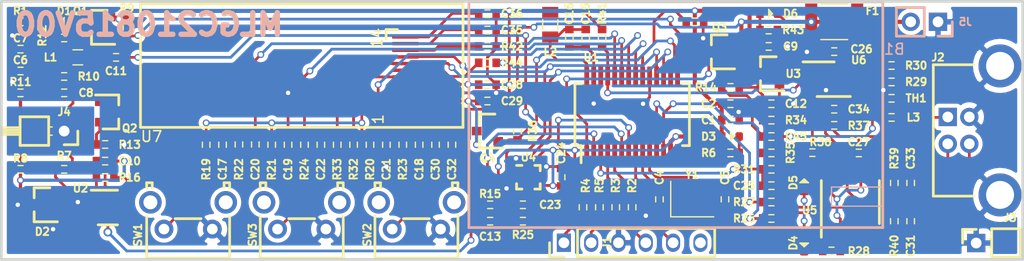
<source format=kicad_pcb>
(kicad_pcb (version 20171130) (host pcbnew "(5.1.10)-1")
  (layers (0 F.Cu signal hide) (31 B.Cu signal) (34 B.Paste user hide) (35 F.Paste user hide) (36 B.SilkS user) (37 F.SilkS user hide) (38 B.Mask user hide) (39 F.Mask user hide) (44 Edge.Cuts user))
  (net 0 "")
  (net 1 "Net-(D1-Pad1)")
  (net 2 "Net-(J1-Pad6)")
  (net 3 "Net-(U1-Pad26)")
  (net 4 /PGC)
  (net 5 /PGD)
  (net 6 GNDD)
  (net 7 "Net-(C3-Pad2)")
  (net 8 "Net-(C4-Pad1)")
  (net 9 "Net-(C5-Pad1)")
  (net 10 "Net-(C8-Pad1)")
  (net 11 "Net-(C8-Pad2)")
  (net 12 "Net-(C11-Pad2)")
  (net 13 "Net-(C15-Pad1)")
  (net 14 /+3V3_USB)
  (net 15 "Net-(C30-Pad2)")
  (net 16 "Net-(C30-Pad1)")
  (net 17 /D+)
  (net 18 "Net-(C32-Pad2)")
  (net 19 "Net-(C32-Pad1)")
  (net 20 /D-)
  (net 21 /5V_USB)
  (net 22 "Net-(C35-Pad1)")
  (net 23 "Net-(C36-Pad1)")
  (net 24 "Net-(D2-Pad3)")
  (net 25 "Net-(D3-Pad1)")
  (net 26 "Net-(D4-Pad1)")
  (net 27 "Net-(D5-Pad1)")
  (net 28 "Net-(D6-Pad2)")
  (net 29 "Net-(L1-Pad1)")
  (net 30 "Net-(Q2-Pad2)")
  (net 31 /LIVE_LED)
  (net 32 "Net-(R15-Pad1)")
  (net 33 "Net-(R25-Pad2)")
  (net 34 /INT1)
  (net 35 "Net-(R26-Pad1)")
  (net 36 "Net-(R27-Pad2)")
  (net 37 /PC-RX)
  (net 38 "Net-(R29-Pad1)")
  (net 39 "Net-(R30-Pad1)")
  (net 40 "Net-(R31-Pad2)")
  (net 41 "Net-(R37-Pad1)")
  (net 42 /PC-TX)
  (net 43 "Net-(R39-Pad2)")
  (net 44 "Net-(R40-Pad2)")
  (net 45 "Net-(R42-Pad1)")
  (net 46 "Net-(R43-Pad2)")
  (net 47 "Net-(U4-Pad4)")
  (net 48 "Net-(U4-Pad10)")
  (net 49 "Net-(U4-Pad6)")
  (net 50 "Net-(U5-Pad2)")
  (net 51 "Net-(U5-Pad6)")
  (net 52 "Net-(U5-Pad15)")
  (net 53 "Net-(U5-Pad16)")
  (net 54 "Net-(Q3-Pad1)")
  (net 55 /PG#)
  (net 56 "Net-(J2-Pad1)")
  (net 57 "Net-(F1-Pad2)")
  (net 58 "Net-(R44-Pad2)")
  (net 59 +3V3)
  (net 60 +3.3VA)
  (net 61 /IC1)
  (net 62 +BATT)
  (net 63 /AN0)
  (net 64 "Net-(C17-Pad1)")
  (net 65 "Net-(C18-Pad1)")
  (net 66 "Net-(C19-Pad1)")
  (net 67 /DN#)
  (net 68 /UP#)
  (net 69 /OK#)
  (net 70 /AN1)
  (net 71 "Net-(C29-Pad1)")
  (net 72 "Net-(J1-Pad1)")
  (net 73 "Net-(J1-Pad4)")
  (net 74 "Net-(J1-Pad5)")
  (net 75 /PSEN#)
  (net 76 /MCLR#)
  (net 77 /DEN#)
  (net 78 /U1RX)
  (net 79 /U1TX)
  (net 80 /SCL1)
  (net 81 /SDA1)
  (net 82 /CH_CPLT#)
  (net 83 /RST#)
  (net 84 "Net-(R16-Pad2)")
  (module Others:RAYSTAR_REX012832 (layer F.Cu) (at 27.94 -18.034)
    (fp_text reference U7 (at -13.97 6.604) (layer F.SilkS))
    (fp_text value DISPLAY_REX012832FSPP3N01)
    (fp_text user 14 (at 7 -2.55 90) (layer F.SilkS))
    (fp_text user 1 (at 7.1 5 270) (layer F.SilkS))
    (pad 14 smd roundrect (at 9.65 -2.66) (size 2.5 0.32) (layers F.Cu F.Paste F.Mask) (net 23 "Net-(C36-Pad1)"))
    (pad 13 smd roundrect (at 9.65 -2.04) (size 2.5 0.32) (layers F.Cu F.Paste F.Mask) (net 22 "Net-(C35-Pad1)"))
    (pad 12 smd roundrect (at 9.65 -1.42) (size 2.5 0.32) (layers F.Cu F.Paste F.Mask) (net 45 "Net-(R42-Pad1)"))
    (pad 11 smd roundrect (at 9.65 -0.8) (size 2.5 0.32) (layers F.Cu F.Paste F.Mask) (net 81 /SDA1))
    (pad 10 smd roundrect (at 9.65 -0.18) (size 2.5 0.32) (layers F.Cu F.Paste F.Mask) (net 80 /SCL1))
    (pad 9 smd roundrect (at 9.65 0.44) (size 2.5 0.32) (layers F.Cu F.Paste F.Mask) (net 58 "Net-(R44-Pad2)"))
    (pad 8 smd roundrect (at 9.65 1.06) (size 2.5 0.32) (layers F.Cu F.Paste F.Mask) (net 59 +3V3))
    (pad 7 smd roundrect (at 9.65 1.68) (size 2.5 0.32) (layers F.Cu F.Paste F.Mask) (net 6 GNDD))
    (pad 6 smd roundrect (at 9.65 2.3) (size 2.5 0.32) (layers F.Cu F.Paste F.Mask) (net 71 "Net-(C29-Pad1)"))
    (pad 5 smd roundrect (at 9.65 2.92) (size 2.5 0.32) (layers F.Cu F.Paste F.Mask) (net 59 +3V3))
    (pad 4 smd roundrect (at 9.65 3.54) (size 2.5 0.32) (layers F.Cu F.Paste F.Mask) (net 19 "Net-(C32-Pad1)"))
    (pad 3 smd roundrect (at 9.65 4.16) (size 2.5 0.32) (layers F.Cu F.Paste F.Mask) (net 18 "Net-(C32-Pad2)"))
    (pad 2 smd roundrect (at 9.65 4.78) (size 2.5 0.32) (layers F.Cu F.Paste F.Mask) (net 15 "Net-(C30-Pad2)"))
    (pad 1 smd roundrect (at 9.65 5.4) (size 2.5 0.32) (layers F.Cu F.Paste F.Mask) (net 16 "Net-(C30-Pad1)"))
  )
  (module Passive:R_0603 (layer F.Cu) (at 9.652 -7.62)
    (fp_text reference R16 (at 2.286 0) (layer F.SilkS) (effects (font (size 0.7 0.7) (thickness 0.17))))
    (fp_text value Resistor_0603_0R00 hide)
    (pad 2 smd rect (at 0.812 0) (size 0.7 0.8) (layers F.Cu F.Paste F.Mask) (net 84 "Net-(R16-Pad2)"))
    (pad 1 smd rect (at -0.812 0) (size 0.7 0.8) (layers F.Cu F.Paste F.Mask) (net 32 "Net-(R15-Pad1)"))
  )
  (module Passive:R_0603 (layer F.Cu) (at 45.212 -18.288 180)
    (fp_text reference R44 (at -2.286 0) (layer F.SilkS) (effects (font (size 0.7 0.7) (thickness 0.17))))
    (fp_text value Resistor_0603_220R hide)
    (pad 2 smd rect (at 0.812 0 180) (size 0.7 0.8) (layers F.Cu F.Paste F.Mask) (net 58 "Net-(R44-Pad2)"))
    (pad 1 smd rect (at -0.812 0 180) (size 0.7 0.8) (layers F.Cu F.Paste F.Mask) (net 83 /RST#))
  )
  (module Passive:C_0603 (layer F.Cu) (at 45.466 -3.556 180)
    (fp_text reference C13 (at 0 -1.43) (layer F.SilkS) (effects (font (size 0.7 0.7) (thickness 0.17))))
    (fp_text value Capacitator_0603_47nF_X7R hide)
    (pad 2 smd rect (at 0.812 0 180) (size 0.7 0.8) (layers F.Cu F.Paste F.Mask) (net 6 GNDD))
    (pad 1 smd rect (at -0.812 0 180) (size 0.7 0.8) (layers F.Cu F.Paste F.Mask) (net 63 /AN0))
  )
  (module Passive:C_0603 (layer F.Cu) (at 35.814 -10.668 270)
    (fp_text reference C21 (at 2.286 0 90) (layer F.SilkS) (effects (font (size 0.7 0.7) (thickness 0.17))))
    (fp_text value Capacitator_0603_1nF_NP0 hide)
    (pad 2 smd rect (at 0.812 0 270) (size 0.7 0.8) (layers F.Cu F.Paste F.Mask) (net 6 GNDD))
    (pad 1 smd rect (at -0.812 0 270) (size 0.7 0.8) (layers F.Cu F.Paste F.Mask) (net 68 /UP#))
  )
  (module Passive:L_0805 (layer F.Cu) (at 7.112 -18.796)
    (fp_text reference L1 (at -2.54 0) (layer F.SilkS) (effects (font (size 0.7 0.7) (thickness 0.17))))
    (fp_text value Inductor_0805_10uH hide)
    (pad 1 smd rect (at -1.143 0) (size 1 1.5) (layers F.Cu F.Paste F.Mask) (net 29 "Net-(L1-Pad1)"))
    (pad 2 smd rect (at 1.143 0) (size 1 1.5) (layers F.Cu F.Paste F.Mask) (net 12 "Net-(C11-Pad2)"))
  )
  (module Passive:R_0603 (layer F.Cu) (at 5.842 -20.5994 180)
    (fp_text reference R12 (at 2.032 0.2286 90) (layer F.SilkS) (effects (font (size 0.7 0.7) (thickness 0.17))))
    (fp_text value Resistor_0603_470R hide)
    (pad 2 smd rect (at 0.812 0 180) (size 0.7 0.8) (layers F.Cu F.Paste F.Mask) (net 60 +3.3VA))
    (pad 1 smd rect (at -0.812 0 180) (size 0.7 0.8) (layers F.Cu F.Paste F.Mask) (net 29 "Net-(L1-Pad1)"))
  )
  (module Passive:R_0603 (layer F.Cu) (at 5.842 -8.382)
    (fp_text reference R7 (at 0 -1.27) (layer F.SilkS) (effects (font (size 0.7 0.7) (thickness 0.17))))
    (fp_text value Resistor_0603_39K0 hide)
    (pad 2 smd rect (at 0.812 0) (size 0.7 0.8) (layers F.Cu F.Paste F.Mask) (net 11 "Net-(C8-Pad2)"))
    (pad 1 smd rect (at -0.812 0) (size 0.7 0.8) (layers F.Cu F.Paste F.Mask) (net 24 "Net-(D2-Pad3)"))
  )
  (module Passive:C_0603 (layer F.Cu) (at 10.668 -18.796 180)
    (fp_text reference C11 (at 0 -1.27) (layer F.SilkS) (effects (font (size 0.7 0.7) (thickness 0.17))))
    (fp_text value Capacitator_0603_100nF_X7R hide)
    (pad 2 smd rect (at 0.812 0 180) (size 0.7 0.8) (layers F.Cu F.Paste F.Mask) (net 12 "Net-(C11-Pad2)"))
    (pad 1 smd rect (at -0.812 0 180) (size 0.7 0.8) (layers F.Cu F.Paste F.Mask) (net 61 /IC1))
  )
  (module Connectors:PinHeader_1x02_P2.54mm_Vertical (layer B.Cu) (at 85.852 -22.098 90)
    (fp_text reference J5 (at 0 3.81) (layer B.SilkS) (effects (font (size 0.7 0.7) (thickness 0.17)) (justify mirror)))
    (fp_text value PinHeader_01x02_Male hide)
    (pad 1 thru_hole rect (at 0 1.27 90) (size 1.7 1.7) (drill 1) (layers *.Cu *.Mask) (net 6 GNDD))
    (pad 2 thru_hole oval (at 0 -1.27 90) (size 1.7 1.7) (drill 1) (layers *.Cu *.Mask) (net 57 "Net-(F1-Pad2)"))
  )
  (module Passive:Crystal_SMD_3225 (layer F.Cu) (at 64.262 -5.6134)
    (fp_text reference Y1 (at 0 -2.2606) (layer F.SilkS) (effects (font (size 0.7 0.7) (thickness 0.17))))
    (fp_text value Crystal_SMD3225_12MHz hide)
    (pad 1 smd rect (at -1.1 0.85) (size 1.4 1.2) (layers F.Cu F.Paste F.Mask) (net 8 "Net-(C4-Pad1)"))
    (pad 2 smd rect (at 1.1 0.85) (size 1.4 1.2) (layers F.Cu F.Paste F.Mask) (net 6 GNDD))
    (pad 3 smd rect (at 1.1 -0.85) (size 1.4 1.2) (layers F.Cu F.Paste F.Mask) (net 9 "Net-(C5-Pad1)"))
    (pad 4 smd rect (at -1.1 -0.85) (size 1.4 1.2) (layers F.Cu F.Paste F.Mask) (net 6 GNDD))
  )
  (module Connectors:PinHeader_1x01_P2.54mm_Horizontal (layer F.Cu) (at 5.842 -11.938 180)
    (fp_text reference J4 (at 0 1.778) (layer F.SilkS) (effects (font (size 0.7 0.7) (thickness 0.17))))
    (fp_text value PinHeader_01x01_Male hide)
    (pad 1 thru_hole rect (at 0 0 180) (size 1.7 1.7) (drill 1) (layers *.Cu *.Mask) (net 11 "Net-(C8-Pad2)"))
  )
  (module Connectors:PinHeader_1x01_P2.54mm_Horizontal (layer F.Cu) (at 90.678 -1.524)
    (fp_text reference J3 (at 3.15 -2.35) (layer F.SilkS) (effects (font (size 0.7 0.7) (thickness 0.17))))
    (fp_text value PinHeader_01x01_Male hide)
    (pad 1 thru_hole rect (at 0 0) (size 1.7 1.7) (drill 1) (layers *.Cu *.Mask) (net 6 GNDD))
  )
  (module Connectors:PinHeader_1x06_P2.54mm_Vertical (layer F.Cu) (at 58.674 -1.5494 90)
    (fp_text reference J1 (at 0 -2.33 90) (layer F.SilkS) (effects (font (size 0.7 0.7) (thickness 0.17))))
    (fp_text value PinHeader_01x06_Male hide)
    (pad 1 thru_hole rect (at 0 -6.35 90) (size 1.7 1.3) (drill 1) (layers *.Cu *.Mask) (net 72 "Net-(J1-Pad1)"))
    (pad 2 thru_hole oval (at 0 -3.81 90) (size 1.7 1.3) (drill 1) (layers *.Cu *.Mask) (net 59 +3V3))
    (pad 3 thru_hole oval (at 0 -1.27 90) (size 1.7 1.3) (drill 1) (layers *.Cu *.Mask) (net 6 GNDD))
    (pad 4 thru_hole oval (at 0 1.27 90) (size 1.7 1.3) (drill 1) (layers *.Cu *.Mask) (net 73 "Net-(J1-Pad4)"))
    (pad 5 thru_hole oval (at 0 3.81 90) (size 1.7 1.3) (drill 1) (layers *.Cu *.Mask) (net 74 "Net-(J1-Pad5)"))
    (pad 6 thru_hole oval (at 0 6.35 90) (size 1.7 1.3) (drill 1) (layers *.Cu *.Mask) (net 2 "Net-(J1-Pad6)"))
  )
  (module Passive:R_0603 (layer F.Cu) (at 1.778 -22.098 180)
    (fp_text reference R1 (at 0 1.016) (layer F.SilkS) (effects (font (size 0.7 0.7) (thickness 0.17))))
    (fp_text value Resistor_0603_470R hide)
    (pad 2 smd rect (at 0.812 0 180) (size 0.7 0.8) (layers F.Cu F.Paste F.Mask) (net 6 GNDD))
    (pad 1 smd rect (at -0.812 0 180) (size 0.7 0.8) (layers F.Cu F.Paste F.Mask) (net 1 "Net-(D1-Pad1)"))
  )
  (module Passive:C_0603 (layer F.Cu) (at 5.842 -15.494)
    (fp_text reference C8 (at 2.032 0) (layer F.SilkS) (effects (font (size 0.7 0.7) (thickness 0.17))))
    (fp_text value Capacitator_0603_100nF_X7R hide)
    (pad 2 smd rect (at 0.812 0) (size 0.7 0.8) (layers F.Cu F.Paste F.Mask) (net 11 "Net-(C8-Pad2)"))
    (pad 1 smd rect (at -0.812 0) (size 0.7 0.8) (layers F.Cu F.Paste F.Mask) (net 10 "Net-(C8-Pad1)"))
  )
  (module Passive:C_0603 (layer F.Cu) (at 1.778 -17.526 180)
    (fp_text reference C6 (at 0 1.016) (layer F.SilkS) (effects (font (size 0.7 0.7) (thickness 0.17))))
    (fp_text value Capacitator_0603_100nF_X7R hide)
    (pad 2 smd rect (at 0.812 0 180) (size 0.7 0.8) (layers F.Cu F.Paste F.Mask) (net 6 GNDD))
    (pad 1 smd rect (at -0.812 0 180) (size 0.7 0.8) (layers F.Cu F.Paste F.Mask) (net 60 +3.3VA))
  )
  (module Passive:C_0603 (layer F.Cu) (at 67.31 -5.588 270)
    (fp_text reference C5 (at -2.032 0 90) (layer F.SilkS) (effects (font (size 0.7 0.7) (thickness 0.17))))
    (fp_text value Capacitator_0603_22pF_NP0 hide)
    (pad 2 smd rect (at 0.812 0 270) (size 0.7 0.8) (layers F.Cu F.Paste F.Mask) (net 6 GNDD))
    (pad 1 smd rect (at -0.812 0 270) (size 0.7 0.8) (layers F.Cu F.Paste F.Mask) (net 9 "Net-(C5-Pad1)"))
  )
  (module Passive:C_0603 (layer F.Cu) (at 61.214 -5.588 90)
    (fp_text reference C4 (at 2.032 0 90) (layer F.SilkS) (effects (font (size 0.7 0.7) (thickness 0.17))))
    (fp_text value Capacitator_0603_22pF_NP0 hide)
    (pad 2 smd rect (at 0.812 0 90) (size 0.7 0.8) (layers F.Cu F.Paste F.Mask) (net 6 GNDD))
    (pad 1 smd rect (at -0.812 0 90) (size 0.7 0.8) (layers F.Cu F.Paste F.Mask) (net 8 "Net-(C4-Pad1)"))
  )
  (module Passive:C_0603 (layer F.Cu) (at 64.516 -22.098 180)
    (fp_text reference C3 hide)
    (fp_text value Capacitator_0603_10uF_X5R hide)
    (pad 2 smd rect (at 0.812 0 180) (size 0.7 0.8) (layers F.Cu F.Paste F.Mask) (net 7 "Net-(C3-Pad2)"))
    (pad 1 smd rect (at -0.812 0 180) (size 0.7 0.8) (layers F.Cu F.Paste F.Mask) (net 6 GNDD))
  )
  (module Passive:C_0603 (layer F.Cu) (at 67.818 -14.478)
    (fp_text reference C2 (at -2.032 0) (layer F.SilkS) (effects (font (size 0.7 0.7) (thickness 0.17))))
    (fp_text value Capacitator_0603_100nF_X7R hide)
    (pad 2 smd rect (at 0.812 0) (size 0.7 0.8) (layers F.Cu F.Paste F.Mask) (net 6 GNDD))
    (pad 1 smd rect (at -0.812 0) (size 0.7 0.8) (layers F.Cu F.Paste F.Mask) (net 59 +3V3))
  )
  (module Passive:R_0603 (layer F.Cu) (at 48.006 -11.938 270)
    (fp_text reference R36 (at 0 -1.43 90) (layer F.SilkS) (effects (font (size 0.7 0.7) (thickness 0.17))))
    (fp_text value Resistor_0603_10K0 hide)
    (pad 2 smd rect (at 0.812 0 270) (size 0.7 0.8) (layers F.Cu F.Paste F.Mask) (net 77 /DEN#))
    (pad 1 smd rect (at -0.812 0 270) (size 0.7 0.8) (layers F.Cu F.Paste F.Mask) (net 62 +BATT))
  )
  (module Passive:R_0603 (layer F.Cu) (at 67.818 -16.002 180)
    (fp_text reference R14 (at 2.286 0) (layer F.SilkS) (effects (font (size 0.7 0.7) (thickness 0.17))))
    (fp_text value Resistor_0603_10K0 hide)
    (pad 2 smd rect (at 0.812 0 180) (size 0.7 0.8) (layers F.Cu F.Paste F.Mask) (net 54 "Net-(Q3-Pad1)"))
    (pad 1 smd rect (at -0.812 0 180) (size 0.7 0.8) (layers F.Cu F.Paste F.Mask) (net 62 +BATT))
  )
  (module Passive:R_0603 (layer F.Cu) (at 9.652 -10.6934)
    (fp_text reference R13 (at 2.286 0.0254) (layer F.SilkS) (effects (font (size 0.7 0.7) (thickness 0.17))))
    (fp_text value Resistor_0603_0R00 hide)
    (pad 2 smd rect (at 0.812 0) (size 0.7 0.8) (layers F.Cu F.Paste F.Mask) (net 6 GNDD))
    (pad 1 smd rect (at -0.812 0) (size 0.7 0.8) (layers F.Cu F.Paste F.Mask) (net 30 "Net-(Q2-Pad2)"))
  )
  (module Passive:R_0603 (layer F.Cu) (at 11.684 -21.59 270)
    (fp_text reference R9 (at -1.778 0) (layer F.SilkS) (effects (font (size 0.7 0.7) (thickness 0.17))))
    (fp_text value Resistor_0603_10K0 hide)
    (pad 2 smd rect (at 0.812 0 270) (size 0.7 0.8) (layers F.Cu F.Paste F.Mask) (net 75 /PSEN#))
    (pad 1 smd rect (at -0.812 0 270) (size 0.7 0.8) (layers F.Cu F.Paste F.Mask) (net 59 +3V3))
  )
  (module Passive:R_0603 (layer F.Cu) (at 71.374 -21.336)
    (fp_text reference R43 (at 2.286 0) (layer F.SilkS) (effects (font (size 0.7 0.7) (thickness 0.17))))
    (fp_text value Resistor_0603_10K0 hide)
    (pad 2 smd rect (at 0.812 0) (size 0.7 0.8) (layers F.Cu F.Paste F.Mask) (net 46 "Net-(R43-Pad2)"))
    (pad 1 smd rect (at -0.812 0) (size 0.7 0.8) (layers F.Cu F.Paste F.Mask) (net 28 "Net-(D6-Pad2)"))
  )
  (module Passive:R_0603 (layer F.Cu) (at 25.146 -10.668 90)
    (fp_text reference R21 (at -2.286 0 90) (layer F.SilkS) (effects (font (size 0.7 0.7) (thickness 0.17))))
    (fp_text value Resistor_0603_10K0 hide)
    (pad 2 smd rect (at 0.812 0 90) (size 0.7 0.8) (layers F.Cu F.Paste F.Mask) (net 59 +3V3))
    (pad 1 smd rect (at -0.812 0 90) (size 0.7 0.8) (layers F.Cu F.Paste F.Mask) (net 66 "Net-(C19-Pad1)"))
  )
  (module Passive:R_0603 (layer F.Cu) (at 34.29 -10.668 270)
    (fp_text reference R20 (at 2.286 0 90) (layer F.SilkS) (effects (font (size 0.7 0.7) (thickness 0.17))))
    (fp_text value Resistor_0603_10K0 hide)
    (pad 2 smd rect (at 0.812 0 270) (size 0.7 0.8) (layers F.Cu F.Paste F.Mask) (net 59 +3V3))
    (pad 1 smd rect (at -0.812 0 270) (size 0.7 0.8) (layers F.Cu F.Paste F.Mask) (net 65 "Net-(C18-Pad1)"))
  )
  (module Passive:R_0603 (layer F.Cu) (at 19.05 -10.668 90)
    (fp_text reference R19 (at -2.286 0 90) (layer F.SilkS) (effects (font (size 0.7 0.7) (thickness 0.17))))
    (fp_text value Resistor_0603_10K0 hide)
    (pad 2 smd rect (at 0.812 0 90) (size 0.7 0.8) (layers F.Cu F.Paste F.Mask) (net 59 +3V3))
    (pad 1 smd rect (at -0.812 0 90) (size 0.7 0.8) (layers F.Cu F.Paste F.Mask) (net 64 "Net-(C17-Pad1)"))
  )
  (module Passive:R_0603 (layer F.Cu) (at 1.778 -15.494)
    (fp_text reference R11 (at 0 -1.016) (layer F.SilkS) (effects (font (size 0.7 0.7) (thickness 0.17))))
    (fp_text value Resistor_0603_R_DNP hide)
    (pad 2 smd rect (at 0.812 0) (size 0.7 0.8) (layers F.Cu F.Paste F.Mask) (net 10 "Net-(C8-Pad1)"))
    (pad 1 smd rect (at -0.812 0) (size 0.7 0.8) (layers F.Cu F.Paste F.Mask) (net 6 GNDD))
  )
  (module Passive:R_0603 (layer F.Cu) (at 5.842 -17.018 180)
    (fp_text reference R10 (at -2.286 0) (layer F.SilkS) (effects (font (size 0.7 0.7) (thickness 0.17))))
    (fp_text value Resistor_0603_10K0 hide)
    (pad 2 smd rect (at 0.812 0 180) (size 0.7 0.8) (layers F.Cu F.Paste F.Mask) (net 10 "Net-(C8-Pad1)"))
    (pad 1 smd rect (at -0.812 0 180) (size 0.7 0.8) (layers F.Cu F.Paste F.Mask) (net 29 "Net-(L1-Pad1)"))
  )
  (module Passive:C_0603 (layer F.Cu) (at 9.652 -9.144 180)
    (fp_text reference C10 (at -2.286 0) (layer F.SilkS) (effects (font (size 0.7 0.7) (thickness 0.17))))
    (fp_text value Capacitator_0603_100nF_X7R hide)
    (pad 2 smd rect (at 0.812 0 180) (size 0.7 0.8) (layers F.Cu F.Paste F.Mask) (net 6 GNDD))
    (pad 1 smd rect (at -0.812 0 180) (size 0.7 0.8) (layers F.Cu F.Paste F.Mask) (net 60 +3.3VA))
  )
  (module Passive:L_0603 (layer F.Cu) (at 82.804 -13.208)
    (fp_text reference L3 (at 2.032 0) (layer F.SilkS) (effects (font (size 0.7 0.7) (thickness 0.17))))
    (fp_text value Filter_0603_CB03YTYH101 hide)
    (pad 1 smd rect (at -0.812 0) (size 0.7 0.8) (layers F.Cu F.Paste F.Mask) (net 21 /5V_USB))
    (pad 2 smd rect (at 0.812 0) (size 0.7 0.8) (layers F.Cu F.Paste F.Mask) (net 56 "Net-(J2-Pad1)"))
  )
  (module Passive:L_0805 (layer F.Cu) (at 51.054 -21.844 270)
    (fp_text reference L2 (at 2.54 0 180) (layer F.SilkS) (effects (font (size 0.7 0.7) (thickness 0.17))))
    (fp_text value Filter_0805_BLM21A102SPT hide)
    (pad 1 smd rect (at -1.143 0 270) (size 1 1.5) (layers F.Cu F.Paste F.Mask) (net 59 +3V3))
    (pad 2 smd rect (at 1.143 0 270) (size 1 1.5) (layers F.Cu F.Paste F.Mask) (net 13 "Net-(C15-Pad1)"))
  )
  (module Passive:R_0603 (layer F.Cu) (at 75.438 -9.9314)
    (fp_text reference R38 (at 0.762 -0.9906) (layer F.SilkS) (effects (font (size 0.7 0.7) (thickness 0.17))))
    (fp_text value Resistor_0603_470R hide)
    (pad 2 smd rect (at 0.812 0) (size 0.7 0.8) (layers F.Cu F.Paste F.Mask) (net 42 /PC-TX))
    (pad 1 smd rect (at -0.812 0) (size 0.7 0.8) (layers F.Cu F.Paste F.Mask) (net 27 "Net-(D5-Pad1)"))
  )
  (module Passive:R_0603 (layer F.Cu) (at 77.216 -0.7874)
    (fp_text reference R28 (at 2.54 0.0254) (layer F.SilkS) (effects (font (size 0.7 0.7) (thickness 0.17))))
    (fp_text value Resistor_0603_470R hide)
    (pad 2 smd rect (at 0.812 0) (size 0.7 0.8) (layers F.Cu F.Paste F.Mask) (net 37 /PC-RX))
    (pad 1 smd rect (at -0.812 0) (size 0.7 0.8) (layers F.Cu F.Paste F.Mask) (net 26 "Net-(D4-Pad1)"))
  )
  (module Passive:R_0603 (layer F.Cu) (at 67.818 -9.906 180)
    (fp_text reference R6 (at 2.032 0) (layer F.SilkS) (effects (font (size 0.7 0.7) (thickness 0.17))))
    (fp_text value Resistor_0603_470R hide)
    (pad 2 smd rect (at 0.812 0 180) (size 0.7 0.8) (layers F.Cu F.Paste F.Mask) (net 31 /LIVE_LED))
    (pad 1 smd rect (at -0.812 0 180) (size 0.7 0.8) (layers F.Cu F.Paste F.Mask) (net 25 "Net-(D3-Pad1)"))
  )
  (module Passive:R_0603 (layer F.Cu) (at 55.626 -4.8514 90)
    (fp_text reference R5 (at 2.0066 0 90) (layer F.SilkS) (effects (font (size 0.7 0.7) (thickness 0.17))))
    (fp_text value Resistor_0603_4K70 hide)
    (pad 2 smd rect (at 0.812 0 90) (size 0.7 0.8) (layers F.Cu F.Paste F.Mask) (net 76 /MCLR#))
    (pad 1 smd rect (at -0.812 0 90) (size 0.7 0.8) (layers F.Cu F.Paste F.Mask) (net 59 +3V3))
  )
  (module Passive:R_0603 (layer F.Cu) (at 54.102 -4.8514 270)
    (fp_text reference R4 (at -2.0066 -0.254 90) (layer F.SilkS) (effects (font (size 0.7 0.7) (thickness 0.17))))
    (fp_text value Resistor_0603_220R hide)
    (pad 2 smd rect (at 0.812 0 270) (size 0.7 0.8) (layers F.Cu F.Paste F.Mask) (net 72 "Net-(J1-Pad1)"))
    (pad 1 smd rect (at -0.812 0 270) (size 0.7 0.8) (layers F.Cu F.Paste F.Mask) (net 76 /MCLR#))
  )
  (module Passive:R_0603 (layer F.Cu) (at 57.15 -4.8514 270)
    (fp_text reference R3 (at -2.0066 0 90) (layer F.SilkS) (effects (font (size 0.7 0.7) (thickness 0.17))))
    (fp_text value Resistor_0603_220R hide)
    (pad 2 smd rect (at 0.812 0 270) (size 0.7 0.8) (layers F.Cu F.Paste F.Mask) (net 73 "Net-(J1-Pad4)"))
    (pad 1 smd rect (at -0.812 0 270) (size 0.7 0.8) (layers F.Cu F.Paste F.Mask) (net 5 /PGD))
  )
  (module Passive:R_0603 (layer F.Cu) (at 58.674 -4.8514 270)
    (fp_text reference R2 (at -2.0066 0 90) (layer F.SilkS) (effects (font (size 0.7 0.7) (thickness 0.17))))
    (fp_text value Resistor_0603_220R hide)
    (pad 2 smd rect (at 0.812 0 270) (size 0.7 0.8) (layers F.Cu F.Paste F.Mask) (net 74 "Net-(J1-Pad5)"))
    (pad 1 smd rect (at -0.812 0 270) (size 0.7 0.8) (layers F.Cu F.Paste F.Mask) (net 4 /PGC))
  )
  (module Passive:C_0603 (layer F.Cu) (at 67.818 -12.954)
    (fp_text reference C1 (at -2.032 0) (layer F.SilkS) (effects (font (size 0.7 0.7) (thickness 0.17))))
    (fp_text value Capacitator_0603_100nF_X7R hide)
    (pad 2 smd rect (at 0.812 0) (size 0.7 0.8) (layers F.Cu F.Paste F.Mask) (net 6 GNDD))
    (pad 1 smd rect (at -0.812 0) (size 0.7 0.8) (layers F.Cu F.Paste F.Mask) (net 59 +3V3))
  )
  (module Passive:R_0603 (layer F.Cu) (at 71.628 -11.43 180)
    (fp_text reference R45 (at -2.286 0 180) (layer F.SilkS) (effects (font (size 0.7 0.7) (thickness 0.17))))
    (fp_text value Resistor_0603_1K00 hide)
    (pad 2 smd rect (at 0.812 0 180) (size 0.7 0.8) (layers F.Cu F.Paste F.Mask) (net 54 "Net-(Q3-Pad1)"))
    (pad 1 smd rect (at -0.812 0 180) (size 0.7 0.8) (layers F.Cu F.Paste F.Mask) (net 55 /PG#))
  )
  (module Semiconductor:SOT-23 (layer F.Cu) (at 71.374 -17.272 180)
    (fp_text reference U3 (at -2.286 0) (layer F.SilkS) (effects (font (size 0.7 0.7) (thickness 0.17))))
    (fp_text value LDO_MCP1700T-3302E_TT hide)
    (pad 1 smd rect (at -1 -0.95 180) (size 0.9 0.8) (layers F.Cu F.Paste F.Mask) (net 6 GNDD))
    (pad 2 smd rect (at -1 0.95 180) (size 0.9 0.8) (layers F.Cu F.Paste F.Mask) (net 59 +3V3))
    (pad 3 smd rect (at 1 0 180) (size 0.9 0.8) (layers F.Cu F.Paste F.Mask) (net 62 +BATT))
  )
  (module Semiconductor:MSOP-10 (layer F.Cu) (at 77.47 -16.764)
    (fp_text reference U6 (at 2.286 -1.778) (layer F.SilkS) (effects (font (size 0.7 0.7) (thickness 0.17))))
    (fp_text value BATTERY_MCP73833-FCI_UN hide)
    (pad 1 smd oval (at -2.1625 -1) (size 1.475 0.3) (layers F.Cu F.Paste F.Mask) (net 21 /5V_USB))
    (pad 2 smd rect (at -2.1625 -0.5) (size 1.475 0.3) (layers F.Cu F.Paste F.Mask) (net 21 /5V_USB))
    (pad 3 smd rect (at -2.1625 0) (size 1.475 0.3) (layers F.Cu F.Paste F.Mask) (net 46 "Net-(R43-Pad2)"))
    (pad 4 smd rect (at -2.1625 0.5) (size 1.475 0.3) (layers F.Cu F.Paste F.Mask) (net 82 /CH_CPLT#))
    (pad 5 smd rect (at -2.1625 1) (size 1.475 0.3) (layers F.Cu F.Paste F.Mask) (net 6 GNDD))
    (pad 6 smd rect (at 2.1625 1) (size 1.475 0.3) (layers F.Cu F.Paste F.Mask) (net 41 "Net-(R37-Pad1)"))
    (pad 7 smd rect (at 2.1625 0.5) (size 1.475 0.3) (layers F.Cu F.Paste F.Mask) (net 55 /PG#))
    (pad 8 smd rect (at 2.1625 0) (size 1.475 0.3) (layers F.Cu F.Paste F.Mask) (net 39 "Net-(R30-Pad1)"))
    (pad 9 smd rect (at 2.1625 -0.5) (size 1.475 0.3) (layers F.Cu F.Paste F.Mask) (net 62 +BATT))
    (pad 10 smd rect (at 2.1625 -1) (size 1.475 0.3) (layers F.Cu F.Paste F.Mask) (net 62 +BATT))
  )
  (module Semiconductor:SSOP-16 (layer F.Cu) (at 78.994 -5.334 90)
    (fp_text reference U5 (at -0.762 -3.81) (layer F.SilkS) (effects (font (size 0.7 0.7) (thickness 0.17))))
    (fp_text value INTERFACE_FT230XS hide)
    (pad 1 smd oval (at -2.6 -2.2225 90) (size 1.2 0.4) (layers F.Cu F.Paste F.Mask) (net 35 "Net-(R26-Pad1)"))
    (pad 2 smd rect (at -2.6 -1.5875 90) (size 1.2 0.4) (layers F.Cu F.Paste F.Mask) (net 50 "Net-(U5-Pad2)"))
    (pad 3 smd rect (at -2.6 -0.9525 90) (size 1.2 0.4) (layers F.Cu F.Paste F.Mask) (net 14 /+3V3_USB))
    (pad 4 smd rect (at -2.6 -0.3175 90) (size 1.2 0.4) (layers F.Cu F.Paste F.Mask) (net 36 "Net-(R27-Pad2)"))
    (pad 5 smd rect (at -2.6 0.3175 90) (size 1.2 0.4) (layers F.Cu F.Paste F.Mask) (net 6 GNDD))
    (pad 6 smd rect (at -2.6 0.9525 90) (size 1.2 0.4) (layers F.Cu F.Paste F.Mask) (net 51 "Net-(U5-Pad6)"))
    (pad 7 smd rect (at -2.6 1.5875 90) (size 1.2 0.4) (layers F.Cu F.Paste F.Mask) (net 37 /PC-RX))
    (pad 8 smd rect (at -2.6 2.2225 90) (size 1.2 0.4) (layers F.Cu F.Paste F.Mask) (net 44 "Net-(R40-Pad2)"))
    (pad 9 smd rect (at 2.6 2.2225 90) (size 1.2 0.4) (layers F.Cu F.Paste F.Mask) (net 43 "Net-(R39-Pad2)"))
    (pad 10 smd rect (at 2.6 1.5875 90) (size 1.2 0.4) (layers F.Cu F.Paste F.Mask) (net 14 /+3V3_USB))
    (pad 11 smd rect (at 2.6 0.9525 90) (size 1.2 0.4) (layers F.Cu F.Paste F.Mask) (net 14 /+3V3_USB))
    (pad 12 smd rect (at 2.6 0.3175 90) (size 1.2 0.4) (layers F.Cu F.Paste F.Mask) (net 21 /5V_USB))
    (pad 13 smd rect (at 2.6 -0.3175 90) (size 1.2 0.4) (layers F.Cu F.Paste F.Mask) (net 6 GNDD))
    (pad 14 smd rect (at 2.6 -0.9525 90) (size 1.2 0.4) (layers F.Cu F.Paste F.Mask) (net 42 /PC-TX))
    (pad 15 smd rect (at 2.6 -1.5875 90) (size 1.2 0.4) (layers F.Cu F.Paste F.Mask) (net 52 "Net-(U5-Pad15)"))
    (pad 16 smd rect (at 2.6 -2.2225 90) (size 1.2 0.4) (layers F.Cu F.Paste F.Mask) (net 53 "Net-(U5-Pad16)"))
  )
  (module Semiconductor:LGA-12 (layer F.Cu) (at 49.022 -7.6454)
    (fp_text reference U4 (at 0 -1.85) (layer F.SilkS) (effects (font (size 0.7 0.7) (thickness 0.17))))
    (fp_text value SENSOR_BMA250E hide)
    (pad 2 smd rect (at -0.7625 -0.25) (size 0.375 0.35) (layers F.Cu F.Paste F.Mask) (net 81 /SDA1) (clearance 0.01))
    (pad 3 smd rect (at -0.7625 0.25) (size 0.375 0.35) (layers F.Cu F.Paste F.Mask) (net 59 +3V3))
    (pad 9 smd rect (at 0.7625 -0.25) (size 0.375 0.35) (layers F.Cu F.Paste F.Mask) (net 6 GNDD))
    (pad 8 smd rect (at 0.7625 0.25) (size 0.375 0.35) (layers F.Cu F.Paste F.Mask) (net 6 GNDD))
    (pad 4 smd rect (at -0.7625 0.75) (size 0.375 0.35) (layers F.Cu F.Paste F.Mask) (net 47 "Net-(U4-Pad4)"))
    (pad 7 smd rect (at 0.7625 0.75) (size 0.375 0.35) (layers F.Cu F.Paste F.Mask) (net 59 +3V3))
    (pad 1 smd rect (at -0.7625 -0.75) (size 0.375 0.35) (layers F.Cu F.Paste F.Mask) (net 6 GNDD))
    (pad 10 smd rect (at 0.7625 -0.75) (size 0.375 0.35) (layers F.Cu F.Paste F.Mask) (net 48 "Net-(U4-Pad10)"))
    (pad 5 smd rect (at -0.25 0.7625 90) (size 0.375 0.35) (layers F.Cu F.Paste F.Mask) (net 33 "Net-(R25-Pad2)"))
    (pad 6 smd rect (at 0.25 0.7625 90) (size 0.375 0.35) (layers F.Cu F.Paste F.Mask) (net 49 "Net-(U4-Pad6)"))
    (pad 11 smd rect (at 0.25 -0.7625 90) (size 0.375 0.35) (layers F.Cu F.Paste F.Mask) (net 59 +3V3))
    (pad 12 smd rect (at -0.25 -0.7625 90) (size 0.375 0.35) (layers F.Cu F.Paste F.Mask) (net 80 /SCL1))
  )
  (module Semiconductor:SOT-23-5 (layer F.Cu) (at 9.906 -4.826)
    (fp_text reference U2 (at -2.54 -1.778) (layer F.SilkS) (effects (font (size 0.7 0.7) (thickness 0.17))))
    (fp_text value OPA_MCP6V36T-E_OT hide)
    (pad 1 smd rect (at -1.1 -0.95) (size 1.06 0.65) (layers F.Cu F.Paste F.Mask) (net 32 "Net-(R15-Pad1)"))
    (pad 2 smd rect (at -1.1 0) (size 1.06 0.65) (layers F.Cu F.Paste F.Mask) (net 6 GNDD))
    (pad 3 smd rect (at -1.1 0.95) (size 1.06 0.65) (layers F.Cu F.Paste F.Mask) (net 24 "Net-(D2-Pad3)"))
    (pad 4 smd rect (at 1.1 0.95) (size 1.06 0.65) (layers F.Cu F.Paste F.Mask) (net 84 "Net-(R16-Pad2)"))
    (pad 5 smd rect (at 1.1 -0.95) (size 1.06 0.65) (layers F.Cu F.Paste F.Mask) (net 60 +3.3VA))
  )
  (module Semiconductor:SSOP-28 (layer F.Cu) (at 58.674 -13.462 90)
    (fp_text reference U1 (at 5.334 -3.81) (layer F.SilkS) (effects (font (size 0.7 0.7) (thickness 0.17))))
    (fp_text value PIC32MX170F256B-ISS hide)
    (pad 1 smd oval (at -3.6 -4.225 90) (size 1.75 0.45) (layers F.Cu F.Paste F.Mask) (net 76 /MCLR#))
    (pad 2 smd rect (at -3.6 -3.575 90) (size 1.75 0.45) (layers F.Cu F.Paste F.Mask) (net 63 /AN0))
    (pad 3 smd rect (at -3.6 -2.925 90) (size 1.75 0.45) (layers F.Cu F.Paste F.Mask) (net 70 /AN1))
    (pad 4 smd rect (at -3.6 -2.275 90) (size 1.75 0.45) (layers F.Cu F.Paste F.Mask) (net 5 /PGD))
    (pad 5 smd rect (at -3.6 -1.625 90) (size 1.75 0.45) (layers F.Cu F.Paste F.Mask) (net 4 /PGC))
    (pad 6 smd rect (at -3.6 -0.975 90) (size 1.75 0.45) (layers F.Cu F.Paste F.Mask) (net 61 /IC1))
    (pad 7 smd rect (at -3.6 -0.325 90) (size 1.75 0.45) (layers F.Cu F.Paste F.Mask) (net 34 /INT1))
    (pad 8 smd rect (at -3.6 0.325 90) (size 1.75 0.45) (layers F.Cu F.Paste F.Mask) (net 6 GNDD))
    (pad 9 smd rect (at -3.6 0.975 90) (size 1.75 0.45) (layers F.Cu F.Paste F.Mask) (net 8 "Net-(C4-Pad1)"))
    (pad 10 smd rect (at -3.6 1.625 90) (size 1.75 0.45) (layers F.Cu F.Paste F.Mask) (net 9 "Net-(C5-Pad1)"))
    (pad 11 smd rect (at -3.6 2.275 90) (size 1.75 0.45) (layers F.Cu F.Paste F.Mask) (net 79 /U1TX))
    (pad 12 smd rect (at -3.6 2.925 90) (size 1.75 0.45) (layers F.Cu F.Paste F.Mask) (net 78 /U1RX))
    (pad 13 smd rect (at -3.6 3.575 90) (size 1.75 0.45) (layers F.Cu F.Paste F.Mask) (net 59 +3V3))
    (pad 14 smd rect (at -3.6 4.225 90) (size 1.75 0.45) (layers F.Cu F.Paste F.Mask) (net 31 /LIVE_LED))
    (pad 15 smd rect (at 3.6 4.225 90) (size 1.75 0.45) (layers F.Cu F.Paste F.Mask) (net 75 /PSEN#))
    (pad 16 smd rect (at 3.6 3.575 90) (size 1.75 0.45) (layers F.Cu F.Paste F.Mask) (net 83 /RST#))
    (pad 17 smd rect (at 3.6 2.925 90) (size 1.75 0.45) (layers F.Cu F.Paste F.Mask) (net 80 /SCL1))
    (pad 18 smd rect (at 3.6 2.275 90) (size 1.75 0.45) (layers F.Cu F.Paste F.Mask) (net 81 /SDA1))
    (pad 19 smd rect (at 3.6 1.625 90) (size 1.75 0.45) (layers F.Cu F.Paste F.Mask) (net 6 GNDD))
    (pad 20 smd rect (at 3.6 0.975 90) (size 1.75 0.45) (layers F.Cu F.Paste F.Mask) (net 7 "Net-(C3-Pad2)"))
    (pad 21 smd rect (at 3.6 0.325 90) (size 1.75 0.45) (layers F.Cu F.Paste F.Mask) (net 77 /DEN#))
    (pad 22 smd rect (at 3.6 -0.325 90) (size 1.75 0.45) (layers F.Cu F.Paste F.Mask) (net 68 /UP#))
    (pad 23 smd rect (at 3.6 -0.975 90) (size 1.75 0.45) (layers F.Cu F.Paste F.Mask) (net 69 /OK#))
    (pad 24 smd rect (at 3.6 -1.625 90) (size 1.75 0.45) (layers F.Cu F.Paste F.Mask) (net 67 /DN#))
    (pad 25 smd rect (at 3.6 -2.275 90) (size 1.75 0.45) (layers F.Cu F.Paste F.Mask) (net 82 /CH_CPLT#))
    (pad 26 smd rect (at 3.6 -2.925 90) (size 1.75 0.45) (layers F.Cu F.Paste F.Mask) (net 3 "Net-(U1-Pad26)"))
    (pad 27 smd rect (at 3.6 -3.575 90) (size 1.75 0.45) (layers F.Cu F.Paste F.Mask) (net 6 GNDD))
    (pad 28 smd rect (at 3.6 -4.225 90) (size 1.75 0.45) (layers F.Cu F.Paste F.Mask) (net 13 "Net-(C15-Pad1)"))
  )
  (module Passive:R_0603 (layer F.Cu) (at 82.804 -14.986 180)
    (fp_text reference TH1 (at -2.286 0) (layer F.SilkS) (effects (font (size 0.7 0.7) (thickness 0.17))))
    (fp_text value NTC_0603_10K hide)
    (pad 2 smd rect (at 0.812 0 180) (size 0.7 0.8) (layers F.Cu F.Paste F.Mask) (net 6 GNDD))
    (pad 1 smd rect (at -0.812 0 180) (size 0.7 0.8) (layers F.Cu F.Paste F.Mask) (net 38 "Net-(R29-Pad1)"))
  )
  (module Others:OMRON_B3F-3100 (layer F.Cu) (at 27.94 -2.8194 180)
    (fp_text reference SW3 (at 4.572 -0.5334 90) (layer F.SilkS) (effects (font (size 0.7 0.7) (thickness 0.17))))
    (fp_text value Switch-Tact_OMRON-B3F-3100 hide)
    (pad "" thru_hole circle (at 3.51 2.49 180) (size 2.1 2.1) (drill 1.3) (layers *.Cu *.Mask))
    (pad 2 thru_hole circle (at 2.25 0 180) (size 1.75 1.75) (drill 0.99) (layers *.Cu *.Mask) (net 66 "Net-(C19-Pad1)"))
    (pad 1 thru_hole circle (at -2.25 0 180) (size 1.75 1.75) (drill 0.99) (layers *.Cu *.Mask) (net 6 GNDD))
    (pad "" thru_hole circle (at -3.5 2.49 180) (size 2.1 2.1) (drill 1.3) (layers *.Cu *.Mask))
  )
  (module Others:OMRON_B3F-3100 (layer F.Cu) (at 38.608 -2.8194 180)
    (fp_text reference SW2 (at 4.572 -0.5334 90) (layer F.SilkS) (effects (font (size 0.7 0.7) (thickness 0.17))))
    (fp_text value Switch-Tact_OMRON-B3F-3100 hide)
    (pad "" thru_hole circle (at 3.51 2.49 180) (size 2.1 2.1) (drill 1.3) (layers *.Cu *.Mask))
    (pad 2 thru_hole circle (at 2.25 0 180) (size 1.75 1.75) (drill 0.99) (layers *.Cu *.Mask) (net 65 "Net-(C18-Pad1)"))
    (pad 1 thru_hole circle (at -2.25 0 180) (size 1.75 1.75) (drill 0.99) (layers *.Cu *.Mask) (net 6 GNDD))
    (pad "" thru_hole circle (at -3.5 2.49 180) (size 2.1 2.1) (drill 1.3) (layers *.Cu *.Mask))
  )
  (module Others:OMRON_B3F-3100 (layer F.Cu) (at 17.3736 -2.8194 180)
    (fp_text reference SW1 (at 4.6736 -0.5334 90) (layer F.SilkS) (effects (font (size 0.7 0.7) (thickness 0.17))))
    (fp_text value Switch-Tact_OMRON-B3F-3100 hide)
    (pad "" thru_hole circle (at 3.51 2.49 180) (size 2.1 2.1) (drill 1.3) (layers *.Cu *.Mask))
    (pad 2 thru_hole circle (at 2.25 0 180) (size 1.75 1.75) (drill 0.99) (layers *.Cu *.Mask) (net 64 "Net-(C17-Pad1)"))
    (pad 1 thru_hole circle (at -2.25 0 180) (size 1.75 1.75) (drill 0.99) (layers *.Cu *.Mask) (net 6 GNDD))
    (pad "" thru_hole circle (at -3.5 2.49 180) (size 2.1 2.1) (drill 1.3) (layers *.Cu *.Mask))
  )
  (module Passive:R_0603 (layer F.Cu) (at 45.212 -19.812)
    (fp_text reference R42 (at 2.286 0) (layer F.SilkS) (effects (font (size 0.7 0.7) (thickness 0.17))))
    (fp_text value Resistor_0603_150K hide)
    (pad 2 smd rect (at 0.812 0) (size 0.7 0.8) (layers F.Cu F.Paste F.Mask) (net 6 GNDD))
    (pad 1 smd rect (at -0.812 0) (size 0.7 0.8) (layers F.Cu F.Paste F.Mask) (net 45 "Net-(R42-Pad1)"))
  )
  (module Passive:R_0603 (layer F.Cu) (at 55.88 -20.574 90)
    (fp_text reference R41 (at 2.286 0 90) (layer F.SilkS) (effects (font (size 0.7 0.7) (thickness 0.17))))
    (fp_text value Resistor_0603_4K70 hide)
    (pad 2 smd rect (at 0.812 0 90) (size 0.7 0.8) (layers F.Cu F.Paste F.Mask) (net 59 +3V3))
    (pad 1 smd rect (at -0.812 0 90) (size 0.7 0.8) (layers F.Cu F.Paste F.Mask) (net 82 /CH_CPLT#))
  )
  (module Passive:R_0603 (layer F.Cu) (at 83.058 -3.556 90)
    (fp_text reference R40 (at -2.286 0 90) (layer F.SilkS) (effects (font (size 0.7 0.7) (thickness 0.17))))
    (fp_text value Resistor_0603_27R0 hide)
    (pad 2 smd rect (at 0.812 0 90) (size 0.7 0.8) (layers F.Cu F.Paste F.Mask) (net 44 "Net-(R40-Pad2)"))
    (pad 1 smd rect (at -0.812 0 90) (size 0.7 0.8) (layers F.Cu F.Paste F.Mask) (net 17 /D+))
  )
  (module Passive:R_0603 (layer F.Cu) (at 83.058 -7.112 270)
    (fp_text reference R39 (at -2.286 0 90) (layer F.SilkS) (effects (font (size 0.7 0.7) (thickness 0.17))))
    (fp_text value Resistor_0603_27R0 hide)
    (pad 2 smd rect (at 0.812 0 270) (size 0.7 0.8) (layers F.Cu F.Paste F.Mask) (net 43 "Net-(R39-Pad2)"))
    (pad 1 smd rect (at -0.812 0 270) (size 0.7 0.8) (layers F.Cu F.Paste F.Mask) (net 20 /D-))
  )
  (module Passive:R_0603 (layer F.Cu) (at 77.47 -12.4714 180)
    (fp_text reference R37 (at -2.286 -0.0254) (layer F.SilkS) (effects (font (size 0.7 0.7) (thickness 0.17))))
    (fp_text value Resistor_0603_1K00 hide)
    (pad 2 smd rect (at 0.812 0 180) (size 0.7 0.8) (layers F.Cu F.Paste F.Mask) (net 6 GNDD))
    (pad 1 smd rect (at -0.812 0 180) (size 0.7 0.8) (layers F.Cu F.Paste F.Mask) (net 41 "Net-(R37-Pad1)"))
  )
  (module Passive:R_0603 (layer F.Cu) (at 71.628 -9.906 180)
    (fp_text reference R35 (at -1.778 0 90) (layer F.SilkS) (effects (font (size 0.7 0.7) (thickness 0.17))))
    (fp_text value Resistor_0603_9K10 hide)
    (pad 2 smd rect (at 0.812 0 180) (size 0.7 0.8) (layers F.Cu F.Paste F.Mask) (net 6 GNDD))
    (pad 1 smd rect (at -0.812 0 180) (size 0.7 0.8) (layers F.Cu F.Paste F.Mask) (net 40 "Net-(R31-Pad2)"))
  )
  (module Passive:R_0603 (layer F.Cu) (at 71.628 -12.954)
    (fp_text reference R34 (at 2.286 0 180) (layer F.SilkS) (effects (font (size 0.7 0.7) (thickness 0.17))))
    (fp_text value Resistor_0603_4K70 hide)
    (pad 2 smd rect (at 0.812 0) (size 0.7 0.8) (layers F.Cu F.Paste F.Mask) (net 40 "Net-(R31-Pad2)"))
    (pad 1 smd rect (at -0.812 0) (size 0.7 0.8) (layers F.Cu F.Paste F.Mask) (net 62 +BATT))
  )
  (module Passive:R_0603 (layer F.Cu) (at 31.242 -10.668 270)
    (fp_text reference R33 (at 2.286 0 90) (layer F.SilkS) (effects (font (size 0.7 0.7) (thickness 0.17))))
    (fp_text value Resistor_0603_4K70 hide)
    (pad 2 smd rect (at 0.812 0 270) (size 0.7 0.8) (layers F.Cu F.Paste F.Mask) (net 59 +3V3))
    (pad 1 smd rect (at -0.812 0 270) (size 0.7 0.8) (layers F.Cu F.Paste F.Mask) (net 81 /SDA1))
  )
  (module Passive:R_0603 (layer F.Cu) (at 32.766 -10.668 270)
    (fp_text reference R32 (at 2.286 0 90) (layer F.SilkS) (effects (font (size 0.7 0.7) (thickness 0.17))))
    (fp_text value Resistor_0603_4K70 hide)
    (pad 2 smd rect (at 0.812 0 270) (size 0.7 0.8) (layers F.Cu F.Paste F.Mask) (net 59 +3V3))
    (pad 1 smd rect (at -0.812 0 270) (size 0.7 0.8) (layers F.Cu F.Paste F.Mask) (net 80 /SCL1))
  )
  (module Passive:R_0603 (layer F.Cu) (at 71.628 -8.382)
    (fp_text reference R31 (at -2.54 0) (layer F.SilkS) (effects (font (size 0.7 0.7) (thickness 0.17))))
    (fp_text value Resistor_0603_10R0 hide)
    (pad 2 smd rect (at 0.812 0) (size 0.7 0.8) (layers F.Cu F.Paste F.Mask) (net 40 "Net-(R31-Pad2)"))
    (pad 1 smd rect (at -0.812 0) (size 0.7 0.8) (layers F.Cu F.Paste F.Mask) (net 70 /AN1))
  )
  (module Passive:R_0603 (layer F.Cu) (at 82.804 -18.034)
    (fp_text reference R30 (at 2.286 0) (layer F.SilkS) (effects (font (size 0.7 0.7) (thickness 0.17))))
    (fp_text value Resistor_0603_0R00 hide)
    (pad 2 smd rect (at 0.812 0) (size 0.7 0.8) (layers F.Cu F.Paste F.Mask) (net 38 "Net-(R29-Pad1)"))
    (pad 1 smd rect (at -0.812 0) (size 0.7 0.8) (layers F.Cu F.Paste F.Mask) (net 39 "Net-(R30-Pad1)"))
  )
  (module Passive:R_0603 (layer F.Cu) (at 82.804 -16.51 180)
    (fp_text reference R29 (at -2.286 0) (layer F.SilkS) (effects (font (size 0.7 0.7) (thickness 0.17))))
    (fp_text value Resistor_0603_R_DNP hide)
    (pad 2 smd rect (at 0.812 0 180) (size 0.7 0.8) (layers F.Cu F.Paste F.Mask) (net 6 GNDD))
    (pad 1 smd rect (at -0.812 0 180) (size 0.7 0.8) (layers F.Cu F.Paste F.Mask) (net 38 "Net-(R29-Pad1)"))
  )
  (module Passive:R_0603 (layer F.Cu) (at 71.628 -5.334)
    (fp_text reference R27 (at -2.54 0) (layer F.SilkS) (effects (font (size 0.7 0.7) (thickness 0.17))))
    (fp_text value Resistor_0603_220R hide)
    (pad 2 smd rect (at 0.812 0) (size 0.7 0.8) (layers F.Cu F.Paste F.Mask) (net 36 "Net-(R27-Pad2)"))
    (pad 1 smd rect (at -0.812 0) (size 0.7 0.8) (layers F.Cu F.Paste F.Mask) (net 79 /U1TX))
  )
  (module Passive:R_0603 (layer F.Cu) (at 71.628 -3.81 180)
    (fp_text reference R26 (at 2.54 0) (layer F.SilkS) (effects (font (size 0.7 0.7) (thickness 0.17))))
    (fp_text value Resistor_0603_220R hide)
    (pad 2 smd rect (at 0.812 0 180) (size 0.7 0.8) (layers F.Cu F.Paste F.Mask) (net 78 /U1RX))
    (pad 1 smd rect (at -0.812 0 180) (size 0.7 0.8) (layers F.Cu F.Paste F.Mask) (net 35 "Net-(R26-Pad1)"))
  )
  (module Passive:R_0603 (layer F.Cu) (at 48.514 -3.556 180)
    (fp_text reference R25 (at 0 -1.27) (layer F.SilkS) (effects (font (size 0.7 0.7) (thickness 0.17))))
    (fp_text value Resistor_0603_220R hide)
    (pad 2 smd rect (at 0.812 0 180) (size 0.7 0.8) (layers F.Cu F.Paste F.Mask) (net 33 "Net-(R25-Pad2)"))
    (pad 1 smd rect (at -0.812 0 180) (size 0.7 0.8) (layers F.Cu F.Paste F.Mask) (net 34 /INT1))
  )
  (module Passive:R_0603 (layer F.Cu) (at 28.194 -10.668 270)
    (fp_text reference R24 (at 2.286 0 90) (layer F.SilkS) (effects (font (size 0.7 0.7) (thickness 0.17))))
    (fp_text value Resistor_0603_4K70 hide)
    (pad 2 smd rect (at 0.812 0 270) (size 0.7 0.8) (layers F.Cu F.Paste F.Mask) (net 66 "Net-(C19-Pad1)"))
    (pad 1 smd rect (at -0.812 0 270) (size 0.7 0.8) (layers F.Cu F.Paste F.Mask) (net 69 /OK#))
  )
  (module Passive:R_0603 (layer F.Cu) (at 37.338 -10.668 270)
    (fp_text reference R23 (at 2.286 0 90) (layer F.SilkS) (effects (font (size 0.7 0.7) (thickness 0.17))))
    (fp_text value Resistor_0603_4K70 hide)
    (pad 2 smd rect (at 0.812 0 270) (size 0.7 0.8) (layers F.Cu F.Paste F.Mask) (net 65 "Net-(C18-Pad1)"))
    (pad 1 smd rect (at -0.812 0 270) (size 0.7 0.8) (layers F.Cu F.Paste F.Mask) (net 68 /UP#))
  )
  (module Passive:R_0603 (layer F.Cu) (at 22.098 -10.6934 270)
    (fp_text reference R22 (at 2.3114 0 90) (layer F.SilkS) (effects (font (size 0.7 0.7) (thickness 0.17))))
    (fp_text value Resistor_0603_4K70 hide)
    (pad 2 smd rect (at 0.812 0 270) (size 0.7 0.8) (layers F.Cu F.Paste F.Mask) (net 64 "Net-(C17-Pad1)"))
    (pad 1 smd rect (at -0.812 0 270) (size 0.7 0.8) (layers F.Cu F.Paste F.Mask) (net 67 /DN#))
  )
  (module Passive:R_0603 (layer F.Cu) (at 45.466 -5.08)
    (fp_text reference R15 (at 0 -1.016) (layer F.SilkS) (effects (font (size 0.7 0.7) (thickness 0.17))))
    (fp_text value Resistor_0603_10R0 hide)
    (pad 2 smd rect (at 0.812 0) (size 0.7 0.8) (layers F.Cu F.Paste F.Mask) (net 63 /AN0))
    (pad 1 smd rect (at -0.812 0) (size 0.7 0.8) (layers F.Cu F.Paste F.Mask) (net 32 "Net-(R15-Pad1)"))
  )
  (module Passive:R_0603 (layer F.Cu) (at 1.778 -8.382 180)
    (fp_text reference R8 (at 0 1.016) (layer F.SilkS) (effects (font (size 0.7 0.7) (thickness 0.17))))
    (fp_text value Resistor_0603_11K0 hide)
    (pad 2 smd rect (at 0.812 0 180) (size 0.7 0.8) (layers F.Cu F.Paste F.Mask) (net 6 GNDD))
    (pad 1 smd rect (at -0.812 0 180) (size 0.7 0.8) (layers F.Cu F.Paste F.Mask) (net 24 "Net-(D2-Pad3)"))
  )
  (module Semiconductor:SOT-23 (layer F.Cu) (at 45.212 -11.938 180)
    (fp_text reference Q4 (at 0 -2.5) (layer F.SilkS) (effects (font (size 0.7 0.7) (thickness 0.17))))
    (fp_text value P-MOSFET_SI2315BDS-T1-E3 hide)
    (pad 1 smd rect (at -1 -0.95 180) (size 0.9 0.8) (layers F.Cu F.Paste F.Mask) (net 77 /DEN#))
    (pad 2 smd rect (at -1 0.95 180) (size 0.9 0.8) (layers F.Cu F.Paste F.Mask) (net 62 +BATT))
    (pad 3 smd rect (at 1 0 180) (size 0.9 0.8) (layers F.Cu F.Paste F.Mask) (net 71 "Net-(C29-Pad1)"))
  )
  (module Semiconductor:SOT-23 (layer F.Cu) (at 66.802 -19.304 180)
    (fp_text reference Q3 (at 0 2.286) (layer F.SilkS) (effects (font (size 0.7 0.7) (thickness 0.17))))
    (fp_text value NPN_BC817 hide)
    (pad 1 smd rect (at -1 -0.95 180) (size 0.9 0.8) (layers F.Cu F.Paste F.Mask) (net 54 "Net-(Q3-Pad1)"))
    (pad 2 smd rect (at -1 0.95 180) (size 0.9 0.8) (layers F.Cu F.Paste F.Mask) (net 6 GNDD))
    (pad 3 smd rect (at 1 0 180) (size 0.9 0.8) (layers F.Cu F.Paste F.Mask) (net 76 /MCLR#))
  )
  (module Semiconductor:SOT-23 (layer F.Cu) (at 10.16 -13.716)
    (fp_text reference Q2 (at 1.778 1.524) (layer F.SilkS) (effects (font (size 0.7 0.7) (thickness 0.17))))
    (fp_text value NPN_BC817 hide)
    (pad 1 smd rect (at -1 -0.95) (size 0.9 0.8) (layers F.Cu F.Paste F.Mask) (net 10 "Net-(C8-Pad1)"))
    (pad 2 smd rect (at -1 0.95) (size 0.9 0.8) (layers F.Cu F.Paste F.Mask) (net 30 "Net-(Q2-Pad2)"))
    (pad 3 smd rect (at 1 0) (size 0.9 0.8) (layers F.Cu F.Paste F.Mask) (net 12 "Net-(C11-Pad2)"))
  )
  (module Semiconductor:SOT-23 (layer F.Cu) (at 9.144 -21.59 180)
    (fp_text reference Q1 (at 1.778 1.524) (layer F.SilkS) (effects (font (size 0.7 0.7) (thickness 0.17))))
    (fp_text value P-MOSFET_SI2315BDS-T1-E3 hide)
    (pad 1 smd rect (at -1 -0.95 180) (size 0.9 0.8) (layers F.Cu F.Paste F.Mask) (net 75 /PSEN#))
    (pad 2 smd rect (at -1 0.95 180) (size 0.9 0.8) (layers F.Cu F.Paste F.Mask) (net 59 +3V3))
    (pad 3 smd rect (at 1 0 180) (size 0.9 0.8) (layers F.Cu F.Paste F.Mask) (net 60 +3.3VA))
  )
  (module Connectors:T-T_USB-B-04PFHTW (layer F.Cu) (at 94.996 -12)
    (fp_text reference J2 (at -7.874 -6.796) (layer F.SilkS) (effects (font (size 0.7 0.7) (thickness 0.17))))
    (fp_text value USB-B-04PFHTW hide)
    (pad 1 thru_hole rect (at -6.96 -1.25 90) (size 1.7 1.7) (drill 1) (layers *.Cu *.Mask) (net 56 "Net-(J2-Pad1)"))
    (pad 2 thru_hole circle (at -6.96 1.25 90) (size 1.7 1.7) (drill 1) (layers *.Cu *.Mask) (net 20 /D-))
    (pad 3 thru_hole circle (at -4.96 1.25 90) (size 1.7 1.7) (drill 1) (layers *.Cu *.Mask) (net 17 /D+))
    (pad 4 thru_hole circle (at -4.96 -1.25 90) (size 1.7 1.7) (drill 1) (layers *.Cu *.Mask) (net 6 GNDD))
    (pad 5 thru_hole circle (at -2.1 6 90) (size 4 4) (drill 2.6) (layers *.Cu *.Mask) (net 6 GNDD))
    (pad 5 thru_hole circle (at -2.1 -6 90) (size 4 4) (drill 2.6) (layers *.Cu *.Mask) (net 6 GNDD))
  )
  (module Passive:F_1812 (layer F.Cu) (at 77.47 -22.098)
    (fp_text reference F1 (at 3.556 -1.016) (layer F.SilkS) (effects (font (size 0.7 0.7) (thickness 0.17))))
    (fp_text value Polyfuse_1812_1100mA_33V hide)
    (pad 1 smd rect (at -2.1375 0) (size 1.125 3.4) (layers F.Cu F.Paste F.Mask) (net 62 +BATT))
    (pad 2 smd rect (at 2.1375 0) (size 1.125 3.4) (layers F.Cu F.Paste F.Mask) (net 57 "Net-(F1-Pad2)"))
  )
  (module Passive:LED_0603_BLU (layer F.Cu) (at 71.374 -22.86 180)
    (fp_text reference D6 (at -2.032 0) (layer F.SilkS) (effects (font (size 0.7 0.7) (thickness 0.17))))
    (fp_text value LED_0603_Blue hide)
    (pad 2 smd rect (at 0.812 0 180) (size 0.7 0.8) (layers F.Cu F.Paste F.Mask) (net 28 "Net-(D6-Pad2)"))
    (pad 1 smd roundrect (at -0.812 0 180) (size 0.7 0.8) (layers F.Cu F.Paste F.Mask) (net 62 +BATT))
  )
  (module Passive:LED_0603_GRE (layer F.Cu) (at 74.676 -7.1374 270)
    (fp_text reference D5 (at 0 1.016 90) (layer F.SilkS) (effects (font (size 0.7 0.7) (thickness 0.17))))
    (fp_text value LED_0603_Green hide)
    (pad 2 smd rect (at 0.812 0 270) (size 0.7 0.8) (layers F.Cu F.Paste F.Mask) (net 14 /+3V3_USB))
    (pad 1 smd roundrect (at -0.812 0 270) (size 0.7 0.8) (layers F.Cu F.Paste F.Mask) (net 27 "Net-(D5-Pad1)"))
  )
  (module Passive:LED_0603_GRE (layer F.Cu) (at 74.676 -1.524 90)
    (fp_text reference D4 (at 0 -1.016 90) (layer F.SilkS) (effects (font (size 0.7 0.7) (thickness 0.17))))
    (fp_text value LED_0603_Green hide)
    (pad 2 smd rect (at 0.812 0 90) (size 0.7 0.8) (layers F.Cu F.Paste F.Mask) (net 14 /+3V3_USB))
    (pad 1 smd roundrect (at -0.812 0 90) (size 0.7 0.8) (layers F.Cu F.Paste F.Mask) (net 26 "Net-(D4-Pad1)"))
  )
  (module Passive:LED_0603_GRE (layer F.Cu) (at 67.818 -11.43 180)
    (fp_text reference D3 (at 2.032 0) (layer F.SilkS) (effects (font (size 0.7 0.7) (thickness 0.17))))
    (fp_text value LED_0603_Green hide)
    (pad 2 smd rect (at 0.812 0 180) (size 0.7 0.8) (layers F.Cu F.Paste F.Mask) (net 59 +3V3))
    (pad 1 smd roundrect (at -0.812 0 180) (size 0.7 0.8) (layers F.Cu F.Paste F.Mask) (net 25 "Net-(D3-Pad1)"))
  )
  (module Semiconductor:SOT-23 (layer F.Cu) (at 3.81 -5.08 180)
    (fp_text reference D2 (at 0 -2.5) (layer F.SilkS) (effects (font (size 0.7 0.7) (thickness 0.17))))
    (fp_text value DIODE_BAT54S hide)
    (pad 1 smd rect (at -1 -0.95 180) (size 0.9 0.8) (layers F.Cu F.Paste F.Mask) (net 6 GNDD))
    (pad 2 smd rect (at -1 0.95 180) (size 0.9 0.8) (layers F.Cu F.Paste F.Mask) (net 60 +3.3VA))
    (pad 3 smd rect (at 1 0 180) (size 0.9 0.8) (layers F.Cu F.Paste F.Mask) (net 24 "Net-(D2-Pad3)"))
  )
  (module Passive:LED_0603_GRE (layer F.Cu) (at 5.842 -22.098)
    (fp_text reference D1 (at 0 -1.016) (layer F.SilkS) (effects (font (size 0.7 0.7) (thickness 0.17))))
    (fp_text value LED_0603_Green hide)
    (pad 2 smd rect (at 0.812 0) (size 0.7 0.8) (layers F.Cu F.Paste F.Mask) (net 60 +3.3VA))
    (pad 1 smd roundrect (at -0.812 0) (size 0.7 0.8) (layers F.Cu F.Paste F.Mask) (net 1 "Net-(D1-Pad1)"))
  )
  (module Passive:C_0603 (layer F.Cu) (at 45.212 -22.86)
    (fp_text reference C36 (at 2.286 0) (layer F.SilkS) (effects (font (size 0.7 0.7) (thickness 0.17))))
    (fp_text value Capacitator_0603_1uF_X7R hide)
    (pad 2 smd rect (at 0.812 0) (size 0.7 0.8) (layers F.Cu F.Paste F.Mask) (net 6 GNDD))
    (pad 1 smd rect (at -0.812 0) (size 0.7 0.8) (layers F.Cu F.Paste F.Mask) (net 23 "Net-(C36-Pad1)"))
  )
  (module Passive:C_0603 (layer F.Cu) (at 45.212 -21.336)
    (fp_text reference C35 (at 2.286 0) (layer F.SilkS) (effects (font (size 0.7 0.7) (thickness 0.17))))
    (fp_text value Capacitator_0603_1uF_X7R hide)
    (pad 2 smd rect (at 0.812 0) (size 0.7 0.8) (layers F.Cu F.Paste F.Mask) (net 6 GNDD))
    (pad 1 smd rect (at -0.812 0) (size 0.7 0.8) (layers F.Cu F.Paste F.Mask) (net 22 "Net-(C35-Pad1)"))
  )
  (module Passive:C_0603 (layer F.Cu) (at 77.47 -13.97 180)
    (fp_text reference C34 (at -2.286 0) (layer F.SilkS) (effects (font (size 0.7 0.7) (thickness 0.17))))
    (fp_text value Capacitator_0603_1uF_X7R hide)
    (pad 2 smd rect (at 0.812 0 180) (size 0.7 0.8) (layers F.Cu F.Paste F.Mask) (net 6 GNDD))
    (pad 1 smd rect (at -0.812 0 180) (size 0.7 0.8) (layers F.Cu F.Paste F.Mask) (net 21 /5V_USB))
  )
  (module Passive:C_0603 (layer F.Cu) (at 84.582 -7.112 270)
    (fp_text reference C33 (at -2.286 0 90) (layer F.SilkS) (effects (font (size 0.7 0.7) (thickness 0.17))))
    (fp_text value Capacitator_0603_47pF_X7R hide)
    (pad 2 smd rect (at 0.812 0 270) (size 0.7 0.8) (layers F.Cu F.Paste F.Mask) (net 6 GNDD))
    (pad 1 smd rect (at -0.812 0 270) (size 0.7 0.8) (layers F.Cu F.Paste F.Mask) (net 20 /D-))
  )
  (module Passive:C_0603 (layer F.Cu) (at 41.91 -10.668 270)
    (fp_text reference C32 (at 2.286 0 90) (layer F.SilkS) (effects (font (size 0.7 0.7) (thickness 0.17))))
    (fp_text value Capacitator_0603_2.2uF_X5R hide)
    (pad 2 smd rect (at 0.812 0 270) (size 0.7 0.8) (layers F.Cu F.Paste F.Mask) (net 18 "Net-(C32-Pad2)"))
    (pad 1 smd rect (at -0.812 0 270) (size 0.7 0.8) (layers F.Cu F.Paste F.Mask) (net 19 "Net-(C32-Pad1)"))
  )
  (module Passive:C_0603 (layer F.Cu) (at 84.582 -3.556 90)
    (fp_text reference C31 (at -2.286 0 90) (layer F.SilkS) (effects (font (size 0.7 0.7) (thickness 0.17))))
    (fp_text value Capacitator_0603_47pF_X7R hide)
    (pad 2 smd rect (at 0.812 0 90) (size 0.7 0.8) (layers F.Cu F.Paste F.Mask) (net 6 GNDD))
    (pad 1 smd rect (at -0.812 0 90) (size 0.7 0.8) (layers F.Cu F.Paste F.Mask) (net 17 /D+))
  )
  (module Passive:C_0603 (layer F.Cu) (at 40.386 -10.668 90)
    (fp_text reference C30 (at -2.286 0 90) (layer F.SilkS) (effects (font (size 0.7 0.7) (thickness 0.17))))
    (fp_text value Capacitator_0603_2.2uF_X5R hide)
    (pad 2 smd rect (at 0.812 0 90) (size 0.7 0.8) (layers F.Cu F.Paste F.Mask) (net 15 "Net-(C30-Pad2)"))
    (pad 1 smd rect (at -0.812 0 90) (size 0.7 0.8) (layers F.Cu F.Paste F.Mask) (net 16 "Net-(C30-Pad1)"))
  )
  (module Passive:C_0603 (layer F.Cu) (at 45.212 -14.732)
    (fp_text reference C29 (at 2.286 0) (layer F.SilkS) (effects (font (size 0.7 0.7) (thickness 0.17))))
    (fp_text value Capacitator_0603_2.2uF_X5R hide)
    (pad 2 smd rect (at 0.812 0) (size 0.7 0.8) (layers F.Cu F.Paste F.Mask) (net 6 GNDD))
    (pad 1 smd rect (at -0.812 0) (size 0.7 0.8) (layers F.Cu F.Paste F.Mask) (net 71 "Net-(C29-Pad1)"))
  )
  (module Passive:C_0603 (layer F.Cu) (at 45.212 -16.256)
    (fp_text reference C28 (at 2.286 0) (layer F.SilkS) (effects (font (size 0.7 0.7) (thickness 0.17))))
    (fp_text value Capacitator_0603_2.2uF_X5R hide)
    (pad 2 smd rect (at 0.812 0) (size 0.7 0.8) (layers F.Cu F.Paste F.Mask) (net 6 GNDD))
    (pad 1 smd rect (at -0.812 0) (size 0.7 0.8) (layers F.Cu F.Paste F.Mask) (net 59 +3V3))
  )
  (module Passive:C_0603 (layer F.Cu) (at 79.756 -9.906 180)
    (fp_text reference C27 (at 0 1.016) (layer F.SilkS) (effects (font (size 0.7 0.7) (thickness 0.17))))
    (fp_text value Capacitator_0603_100nF_X7R hide)
    (pad 2 smd rect (at 0.812 0 180) (size 0.7 0.8) (layers F.Cu F.Paste F.Mask) (net 6 GNDD))
    (pad 1 smd rect (at -0.812 0 180) (size 0.7 0.8) (layers F.Cu F.Paste F.Mask) (net 14 /+3V3_USB))
  )
  (module Passive:C_0603 (layer F.Cu) (at 77.47 -19.3294 180)
    (fp_text reference C26 (at -2.54 0.2286) (layer F.SilkS) (effects (font (size 0.7 0.7) (thickness 0.17))))
    (fp_text value Capacitator_0603_1uF_X7R hide)
    (pad 2 smd rect (at 0.812 0 180) (size 0.7 0.8) (layers F.Cu F.Paste F.Mask) (net 6 GNDD))
    (pad 1 smd rect (at -0.812 0 180) (size 0.7 0.8) (layers F.Cu F.Paste F.Mask) (net 62 +BATT))
  )
  (module Passive:C_0603 (layer F.Cu) (at 71.628 -6.858)
    (fp_text reference C25 (at -2.54 0) (layer F.SilkS) (effects (font (size 0.7 0.7) (thickness 0.17))))
    (fp_text value Capacitator_0603_47nF_X7R hide)
    (pad 2 smd rect (at 0.812 0) (size 0.7 0.8) (layers F.Cu F.Paste F.Mask) (net 6 GNDD))
    (pad 1 smd rect (at -0.812 0) (size 0.7 0.8) (layers F.Cu F.Paste F.Mask) (net 70 /AN1))
  )
  (module Passive:C_0603 (layer F.Cu) (at 52.07 -7.6454 90)
    (fp_text reference C24 (at 2.2606 0 90) (layer F.SilkS) (effects (font (size 0.7 0.7) (thickness 0.17))))
    (fp_text value Capacitator_0603_100nF_X7R hide)
    (pad 2 smd rect (at 0.812 0 90) (size 0.7 0.8) (layers F.Cu F.Paste F.Mask) (net 6 GNDD))
    (pad 1 smd rect (at -0.812 0 90) (size 0.7 0.8) (layers F.Cu F.Paste F.Mask) (net 59 +3V3))
  )
  (module Passive:C_0603 (layer F.Cu) (at 48.514 -5.08 180)
    (fp_text reference C23 (at -2.54 0) (layer F.SilkS) (effects (font (size 0.7 0.7) (thickness 0.17))))
    (fp_text value Capacitator_0603_100nF_X7R hide)
    (pad 2 smd rect (at 0.812 0 180) (size 0.7 0.8) (layers F.Cu F.Paste F.Mask) (net 6 GNDD))
    (pad 1 smd rect (at -0.812 0 180) (size 0.7 0.8) (layers F.Cu F.Paste F.Mask) (net 59 +3V3))
  )
  (module Passive:C_0603 (layer F.Cu) (at 29.718 -10.668 270)
    (fp_text reference C22 (at 2.286 0 90) (layer F.SilkS) (effects (font (size 0.7 0.7) (thickness 0.17))))
    (fp_text value Capacitator_0603_1nF_NP0 hide)
    (pad 2 smd rect (at 0.812 0 270) (size 0.7 0.8) (layers F.Cu F.Paste F.Mask) (net 6 GNDD))
    (pad 1 smd rect (at -0.812 0 270) (size 0.7 0.8) (layers F.Cu F.Paste F.Mask) (net 69 /OK#))
  )
  (module Passive:C_0603 (layer F.Cu) (at 23.622 -10.6934 270)
    (fp_text reference C20 (at 2.3114 0 90) (layer F.SilkS) (effects (font (size 0.7 0.7) (thickness 0.17))))
    (fp_text value Capacitator_0603_1nF_NP0 hide)
    (pad 2 smd rect (at 0.812 0 270) (size 0.7 0.8) (layers F.Cu F.Paste F.Mask) (net 6 GNDD))
    (pad 1 smd rect (at -0.812 0 270) (size 0.7 0.8) (layers F.Cu F.Paste F.Mask) (net 67 /DN#))
  )
  (module Passive:C_0603 (layer F.Cu) (at 26.67 -10.668 90)
    (fp_text reference C19 (at -2.286 0 90) (layer F.SilkS) (effects (font (size 0.7 0.7) (thickness 0.17))))
    (fp_text value Capacitator_0603_100nF_X7R hide)
    (pad 2 smd rect (at 0.812 0 90) (size 0.7 0.8) (layers F.Cu F.Paste F.Mask) (net 6 GNDD))
    (pad 1 smd rect (at -0.812 0 90) (size 0.7 0.8) (layers F.Cu F.Paste F.Mask) (net 66 "Net-(C19-Pad1)"))
  )
  (module Passive:C_0603 (layer F.Cu) (at 38.862 -10.668 90)
    (fp_text reference C18 (at -2.286 0 90) (layer F.SilkS) (effects (font (size 0.7 0.7) (thickness 0.17))))
    (fp_text value Capacitator_0603_100nF_X7R hide)
    (pad 2 smd rect (at 0.812 0 90) (size 0.7 0.8) (layers F.Cu F.Paste F.Mask) (net 6 GNDD))
    (pad 1 smd rect (at -0.812 0 90) (size 0.7 0.8) (layers F.Cu F.Paste F.Mask) (net 65 "Net-(C18-Pad1)"))
  )
  (module Passive:C_0603 (layer F.Cu) (at 20.574 -10.668 90)
    (fp_text reference C17 (at -2.286 0 90) (layer F.SilkS) (effects (font (size 0.7 0.7) (thickness 0.17))))
    (fp_text value Capacitator_0603_100nF_X7R hide)
    (pad 2 smd rect (at 0.812 0 90) (size 0.7 0.8) (layers F.Cu F.Paste F.Mask) (net 6 GNDD))
    (pad 1 smd rect (at -0.812 0 90) (size 0.7 0.8) (layers F.Cu F.Paste F.Mask) (net 64 "Net-(C17-Pad1)"))
  )
  (module Passive:C_0603 (layer F.Cu) (at 52.832 -20.574 270)
    (fp_text reference C16 (at -2.286 0 90) (layer F.SilkS) (effects (font (size 0.7 0.7) (thickness 0.17))))
    (fp_text value Capacitator_0603_1uF_X7R hide)
    (pad 2 smd rect (at 0.812 0 270) (size 0.7 0.8) (layers F.Cu F.Paste F.Mask) (net 6 GNDD))
    (pad 1 smd rect (at -0.812 0 270) (size 0.7 0.8) (layers F.Cu F.Paste F.Mask) (net 13 "Net-(C15-Pad1)"))
  )
  (module Passive:C_0603 (layer F.Cu) (at 54.356 -20.574 270)
    (fp_text reference C15 (at -2.286 0 90) (layer F.SilkS) (effects (font (size 0.7 0.7) (thickness 0.17))))
    (fp_text value Capacitator_0603_100nF_X7R hide)
    (pad 2 smd rect (at 0.812 0 270) (size 0.7 0.8) (layers F.Cu F.Paste F.Mask) (net 6 GNDD))
    (pad 1 smd rect (at -0.812 0 270) (size 0.7 0.8) (layers F.Cu F.Paste F.Mask) (net 13 "Net-(C15-Pad1)"))
  )
  (module Passive:C_0603 (layer F.Cu) (at 71.628 -14.478)
    (fp_text reference C12 (at 2.286 0) (layer F.SilkS) (effects (font (size 0.7 0.7) (thickness 0.17))))
    (fp_text value Capacitator_0603_1uF_X7R hide)
    (pad 2 smd rect (at 0.812 0) (size 0.7 0.8) (layers F.Cu F.Paste F.Mask) (net 6 GNDD))
    (pad 1 smd rect (at -0.812 0) (size 0.7 0.8) (layers F.Cu F.Paste F.Mask) (net 62 +BATT))
  )
  (module Passive:C_0603 (layer F.Cu) (at 71.374 -19.812)
    (fp_text reference C9 (at 2.032 0) (layer F.SilkS) (effects (font (size 0.7 0.7) (thickness 0.17))))
    (fp_text value Capacitator_0603_1uF_X7R hide)
    (pad 2 smd rect (at 0.812 0) (size 0.7 0.8) (layers F.Cu F.Paste F.Mask) (net 6 GNDD))
    (pad 1 smd rect (at -0.812 0) (size 0.7 0.8) (layers F.Cu F.Paste F.Mask) (net 59 +3V3))
  )
  (module Passive:C_0603 (layer F.Cu) (at 1.778 -19.558 180)
    (fp_text reference C7 (at 0 1.016) (layer F.SilkS) (effects (font (size 0.7 0.7) (thickness 0.17))))
    (fp_text value Capacitator_0603_2.2uF_X5R hide)
    (pad 2 smd rect (at 0.812 0 180) (size 0.7 0.8) (layers F.Cu F.Paste F.Mask) (net 6 GNDD))
    (pad 1 smd rect (at -0.812 0 180) (size 0.7 0.8) (layers F.Cu F.Paste F.Mask) (net 60 +3.3VA))
  )
  (module Others:CELLEVIA_L402036 (layer B.Cu) (at 62.738 -13.462)
    (fp_text reference B1 (at 20.32 -6.096) (layer B.SilkS) (effects (justify mirror)))
    (fp_text value BATTERY_L402036)
  )
  (gr_text MLGC210815V00 (at 13.716 -21.844) (layer B.SilkS) (effects (font (size 2 2) (thickness 0.5)) (justify mirror)))
  (gr_line (start 95 -24) (end 0 -24) (layer Edge.Cuts) (width 0.254))
  (gr_line (start 95 0) (end 95 -24) (layer Edge.Cuts) (width 0.254))
  (gr_line (start 0 0) (end 95 0) (layer Edge.Cuts) (width 0.254))
  (gr_line (start 0 -24) (end 0 0) (layer Edge.Cuts) (width 0.254))
  (segment (start 5.03 -22.098) (end 2.59 -22.098) (width 0.254) (layer F.Cu) (net 1))
  (segment (start 57.049 -9.8874) (end 57.049 -8.281) (width 0.254) (layer F.Cu) (net 4))
  (segment (start 57.049 -8.229) (end 58.674 -6.604) (width 0.254) (layer F.Cu) (net 4))
  (segment (start 57.049 -9.8874) (end 57.049 -8.229) (width 0.254) (layer F.Cu) (net 4))
  (segment (start 58.674 -6.604) (end 58.674 -5.6634) (width 0.254) (layer F.Cu) (net 4))
  (segment (start 56.399 -8.879) (end 56.399 -7.609) (width 0.254) (layer F.Cu) (net 5))
  (segment (start 56.399 -9.8874) (end 56.399 -8.879) (width 0.254) (layer F.Cu) (net 5))
  (segment (start 57.15 -6.858) (end 57.15 -5.6634) (width 0.254) (layer F.Cu) (net 5))
  (segment (start 56.399 -7.609) (end 57.15 -6.858) (width 0.254) (layer F.Cu) (net 5))
  (segment (start 63.124 -6.4254) (end 63.162 -6.4634) (width 0.254) (layer F.Cu) (net 6))
  (segment (start 61.214 -6.4254) (end 63.124 -6.4254) (width 0.254) (layer F.Cu) (net 6))
  (segment (start 67.272 -4.7634) (end 67.31 -4.8014) (width 0.254) (layer F.Cu) (net 6))
  (segment (start 65.362 -4.7634) (end 67.272 -4.7634) (width 0.254) (layer F.Cu) (net 6))
  (segment (start 71.836 -6.8834) (end 72.44 -6.8834) (width 0.254) (layer F.Cu) (net 6))
  (segment (start 71.628 -7.0914) (end 71.836 -6.8834) (width 0.254) (layer F.Cu) (net 6))
  (segment (start 70.816 -9.9314) (end 71.628 -9.9314) (width 0.254) (layer F.Cu) (net 6))
  (segment (start 71.628 -9.9314) (end 71.628 -7.0914) (width 0.254) (layer F.Cu) (net 6))
  (segment (start 84.582 -6.3254) (end 84.582 -5.6134) (width 0.254) (layer F.Cu) (net 6))
  (segment (start 91.948 -5.382) (end 92.566 -6) (width 0.254) (layer F.Cu) (net 6))
  (segment (start 87.5794 -21.412) (end 87.122 -21.8694) (width 0.254) (layer F.Cu) (net 6))
  (segment (start 64.962 -4.7634) (end 65.362 -4.7634) (width 0.254) (layer F.Cu) (net 6))
  (segment (start 63.262 -6.4634) (end 64.962 -4.7634) (width 0.254) (layer F.Cu) (net 6))
  (segment (start 63.162 -6.4634) (end 63.262 -6.4634) (width 0.254) (layer F.Cu) (net 6))
  (segment (start 72.44 -6.8834) (end 72.44 -6.6794) (width 0.254) (layer F.Cu) (net 6))
  (via (at 46.024 -15.494) (size 0.635) (drill 0.4064) (layers F.Cu B.Cu) (net 6))
  (segment (start 72.5526 -16.3474) (end 72.374 -16.3474) (width 0.254) (layer F.Cu) (net 6))
  (via (at 74.93 -19.304) (size 0.635) (drill 0.4064) (layers F.Cu B.Cu) (net 6))
  (via (at 76.708 -15.748) (size 0.635) (drill 0.4064) (layers F.Cu B.Cu) (net 6))
  (via (at 82.042 -15.748) (size 0.635) (drill 0.4064) (layers F.Cu B.Cu) (net 6))
  (segment (start 81.992 -15.0114) (end 81.992 -15.798) (width 0.254) (layer F.Cu) (net 6))
  (segment (start 81.992 -15.798) (end 81.992 -16.5354) (width 0.254) (layer F.Cu) (net 6))
  (segment (start 76.708 -17.272) (end 76.708 -17.526) (width 0.254) (layer B.Cu) (net 6))
  (segment (start 74.9554 -19.3294) (end 74.93 -19.304) (width 0.254) (layer F.Cu) (net 6))
  (segment (start 76.658 -19.3294) (end 76.2254 -19.3294) (width 0.254) (layer F.Cu) (net 6))
  (segment (start 76.2254 -19.3294) (end 74.9554 -19.3294) (width 0.254) (layer F.Cu) (net 6))
  (segment (start 76.2254 -19.3294) (end 75.6666 -19.3294) (width 0.254) (layer F.Cu) (net 6))
  (segment (start 72.186 -19.8374) (end 73.1266 -19.8374) (width 0.254) (layer F.Cu) (net 6))
  (via (at 73.152 -19.812) (size 0.635) (drill 0.4064) (layers F.Cu B.Cu) (net 6))
  (segment (start 72.374 -14.544) (end 72.44 -14.478) (width 0.254) (layer F.Cu) (net 6))
  (segment (start 72.374 -16.3474) (end 72.374 -14.544) (width 0.254) (layer F.Cu) (net 6))
  (via (at 65.278 -20.574) (size 0.635) (drill 0.4064) (layers F.Cu B.Cu) (net 6))
  (segment (start 68.58 -12.954) (end 68.58 -14.478) (width 0.254) (layer F.Cu) (net 6))
  (segment (start 67.122 -20.254) (end 67.802 -20.254) (width 0.254) (layer F.Cu) (net 6))
  (via (at 68.58 -13.716) (size 0.635) (drill 0.4064) (layers F.Cu B.Cu) (net 6))
  (via (at 50.68569 -8.636) (size 0.635) (drill 0.4064) (layers F.Cu B.Cu) (net 6))
  (segment (start 50.516414 -7.3954) (end 50.68569 -7.564676) (width 0.254) (layer F.Cu) (net 6))
  (segment (start 49.7845 -7.3954) (end 50.516414 -7.3954) (width 0.254) (layer F.Cu) (net 6))
  (via (at 59.689997 -14.478003) (size 0.635) (drill 0.4064) (layers F.Cu B.Cu) (net 6))
  (segment (start 60.299 -17.0874) (end 60.299 -15.087006) (width 0.254) (layer F.Cu) (net 6))
  (segment (start 60.299 -15.087006) (end 59.689997 -14.478003) (width 0.254) (layer F.Cu) (net 6))
  (segment (start 55.117997 -14.478003) (end 55.099 -14.497) (width 0.254) (layer B.Cu) (net 6))
  (via (at 55.099 -14.497) (size 0.635) (drill 0.4064) (layers F.Cu B.Cu) (net 6))
  (segment (start 65.278 -22.3274) (end 65.328 -22.3774) (width 0.254) (layer F.Cu) (net 6))
  (segment (start 65.278 -20.574) (end 65.278 -22.3274) (width 0.254) (layer F.Cu) (net 6))
  (segment (start 66.802 -20.574) (end 67.056 -20.32) (width 0.254) (layer F.Cu) (net 6))
  (segment (start 65.278 -20.574) (end 66.802 -20.574) (width 0.254) (layer F.Cu) (net 6))
  (segment (start 67.122 -20.254) (end 67.056 -20.32) (width 0.254) (layer F.Cu) (net 6))
  (segment (start 71.628 -13.666) (end 71.907 -13.945) (width 0.254) (layer F.Cu) (net 6))
  (segment (start 71.628 -11.176) (end 71.628 -13.666) (width 0.254) (layer F.Cu) (net 6))
  (segment (start 71.907 -13.945) (end 72.44 -14.478) (width 0.254) (layer F.Cu) (net 6))
  (segment (start 71.628 -9.9314) (end 71.628 -11.176) (width 0.254) (layer F.Cu) (net 6))
  (segment (start 72.44 -14.478) (end 73.66 -14.478) (width 0.254) (layer F.Cu) (net 6))
  (via (at 73.66 -14.478) (size 0.635) (drill 0.4064) (layers F.Cu B.Cu) (net 6))
  (segment (start 59.1947 -7.3787) (end 59.436 -7.1374) (width 0.254) (layer F.Cu) (net 6))
  (segment (start 64.457199 -3.858599) (end 65.362 -4.7634) (width 0.254) (layer F.Cu) (net 6))
  (segment (start 59.1947 -7.3787) (end 59.69 -6.8834) (width 0.254) (layer F.Cu) (net 6))
  (segment (start 60.682801 -3.858599) (end 61.008599 -3.858599) (width 0.254) (layer F.Cu) (net 6))
  (segment (start 61.008599 -3.858599) (end 64.457199 -3.858599) (width 0.254) (layer F.Cu) (net 6))
  (segment (start 59.69 -6.8834) (end 59.69 -5.08) (width 0.254) (layer F.Cu) (net 6))
  (segment (start 59.69 -5.08) (end 59.69 -4.8514) (width 0.254) (layer F.Cu) (net 6))
  (via (at 59.944 -4.064) (size 0.635) (drill 0.4064) (layers F.Cu B.Cu) (net 6))
  (segment (start 57.404 -1.5494) (end 57.404 -1.778) (width 0.254) (layer B.Cu) (net 6))
  (segment (start 38.862 -11.5054) (end 38.862 -11.43) (width 0.254) (layer F.Cu) (net 6))
  (segment (start 26.67 -11.5054) (end 26.67 -10.7188) (width 0.254) (layer F.Cu) (net 6))
  (segment (start 23.622 -9.8814) (end 23.622 -10.668) (width 0.254) (layer F.Cu) (net 6))
  (via (at 26.67 -15.494) (size 0.635) (drill 0.4064) (layers F.Cu B.Cu) (net 6))
  (segment (start 8.9146 -9.144) (end 10.464 -10.6934) (width 0.254) (layer F.Cu) (net 6))
  (segment (start 8.84 -9.144) (end 8.9146 -9.144) (width 0.254) (layer F.Cu) (net 6))
  (via (at 11.43 -10.668) (size 0.635) (drill 0.4064) (layers F.Cu B.Cu) (net 6))
  (segment (start 79.3115 -4.9149) (end 79.3115 -4.3815) (width 0.254) (layer F.Cu) (net 6))
  (segment (start 79.3115 -4.3815) (end 79.3115 -2.796) (width 0.254) (layer F.Cu) (net 6))
  (segment (start 78.6765 -6.6675) (end 78.6765 -6.4389) (width 0.254) (layer F.Cu) (net 6))
  (segment (start 78.6765 -7.996) (end 78.6765 -6.6675) (width 0.254) (layer F.Cu) (net 6))
  (segment (start 78.6765 -6.4135) (end 78.6765 -6.6675) (width 0.254) (layer F.Cu) (net 6))
  (segment (start 79.3115 -5.7785) (end 78.6765 -6.4135) (width 0.254) (layer F.Cu) (net 6))
  (segment (start 79.375 -5.334) (end 79.3115 -5.2705) (width 0.254) (layer F.Cu) (net 6))
  (segment (start 80.01 -5.334) (end 79.375 -5.334) (width 0.254) (layer F.Cu) (net 6))
  (segment (start 79.3115 -5.2705) (end 79.3115 -5.7785) (width 0.254) (layer F.Cu) (net 6))
  (segment (start 79.3115 -4.3815) (end 79.3115 -5.2705) (width 0.254) (layer F.Cu) (net 6))
  (segment (start 80.01 -5.334) (end 79.7814 -5.334) (width 0.254) (layer F.Cu) (net 6))
  (segment (start 84.582 -5.6134) (end 84.582 -5.334) (width 0.254) (layer F.Cu) (net 6))
  (segment (start 84.582 -5.334) (end 84.582 -4.6474) (width 0.254) (layer F.Cu) (net 6))
  (segment (start 84.3026 -5.334) (end 83.82 -5.334) (width 0.254) (layer F.Cu) (net 6))
  (segment (start 83.82 -5.334) (end 84.582 -5.334) (width 0.254) (layer F.Cu) (net 6))
  (segment (start 83.82 -5.334) (end 80.01 -5.334) (width 0.254) (layer F.Cu) (net 6))
  (segment (start 38.0246 -10.668) (end 36.6006 -10.668) (width 0.254) (layer F.Cu) (net 6))
  (segment (start 36.6006 -10.668) (end 35.814 -9.8814) (width 0.254) (layer F.Cu) (net 6))
  (segment (start 38.862 -11.5054) (end 38.0246 -10.668) (width 0.254) (layer F.Cu) (net 6))
  (segment (start 28.906 -10.668) (end 29.6426 -9.9314) (width 0.254) (layer F.Cu) (net 6))
  (segment (start 21.4114 -10.668) (end 28.906 -10.668) (width 0.254) (layer F.Cu) (net 6))
  (segment (start 20.574 -11.5054) (end 21.4114 -10.668) (width 0.254) (layer F.Cu) (net 6))
  (segment (start 24.384 -10.668) (end 24.384 -10.668006) (width 0.254) (layer F.Cu) (net 6))
  (segment (start 66.04 -19.812) (end 65.278 -20.574) (width 0.254) (layer B.Cu) (net 6))
  (segment (start 73.1012 -19.812) (end 66.04 -19.812) (width 0.254) (layer B.Cu) (net 6))
  (segment (start 76.692 -15.764) (end 76.708 -15.748) (width 0.254) (layer F.Cu) (net 6))
  (segment (start 75.3075 -15.764) (end 76.692 -15.764) (width 0.254) (layer F.Cu) (net 6))
  (segment (start 55.099 -17.0874) (end 55.099 -14.497) (width 0.254) (layer F.Cu) (net 6))
  (segment (start 55.099 -18.561) (end 55.099 -17.0874) (width 0.254) (layer F.Cu) (net 6))
  (segment (start 55.099 -18.561) (end 55.099 -18.765) (width 0.254) (layer F.Cu) (net 6))
  (segment (start 52.832 -19.762) (end 54.356 -19.762) (width 0.254) (layer F.Cu) (net 6))
  (segment (start 54.356 -19.762) (end 54.406 -19.762) (width 0.254) (layer F.Cu) (net 6))
  (segment (start 55.099 -19.069) (end 55.099 -18.765) (width 0.254) (layer F.Cu) (net 6))
  (segment (start 54.406 -19.762) (end 55.099 -19.069) (width 0.254) (layer F.Cu) (net 6))
  (segment (start 46.024 -15.544) (end 45.974 -15.494) (width 0.381) (layer B.Cu) (net 6))
  (segment (start 46.024 -15.544) (end 46.074 -15.494) (width 0.381) (layer B.Cu) (net 6))
  (segment (start 45.924 -15.544) (end 45.974 -15.494) (width 0.254) (layer F.Cu) (net 6))
  (segment (start 45.991401 -15.576599) (end 46.024 -15.544) (width 0.254) (layer F.Cu) (net 6))
  (segment (start 46.024 -15.544) (end 46.024 -14.732) (width 0.254) (layer F.Cu) (net 6))
  (segment (start 46.024 -22.8854) (end 46.024 -19.8374) (width 0.254) (layer F.Cu) (net 6))
  (segment (start 46.024 -19.8374) (end 46.024 -19.608) (width 0.254) (layer F.Cu) (net 6))
  (segment (start 46.024 -19.608) (end 45.212 -18.796) (width 0.254) (layer F.Cu) (net 6))
  (segment (start 45.212 -17.0934) (end 46.024 -16.2814) (width 0.254) (layer F.Cu) (net 6))
  (segment (start 45.212 -18.796) (end 45.212 -17.0934) (width 0.254) (layer F.Cu) (net 6))
  (segment (start 46.024 -16.2814) (end 46.024 -15.544) (width 0.254) (layer F.Cu) (net 6))
  (segment (start 41.656 -15.494) (end 45.924 -15.494) (width 0.254) (layer F.Cu) (net 6))
  (segment (start 40.796 -16.354) (end 41.656 -15.494) (width 0.254) (layer F.Cu) (net 6))
  (segment (start 37.59 -16.354) (end 40.796 -16.354) (width 0.254) (layer F.Cu) (net 6))
  (via (at 35.814 -8.636) (size 0.635) (drill 0.4064) (layers F.Cu B.Cu) (net 6))
  (segment (start 26.67 -11.48) (end 26.67 -15.494) (width 0.254) (layer F.Cu) (net 6))
  (segment (start 35.814 -9.856) (end 35.814 -8.636) (width 0.254) (layer F.Cu) (net 6))
  (segment (start 78.6765 -7.934) (end 78.6765 -8.975929) (width 0.254) (layer F.Cu) (net 6))
  (segment (start 78.944 -9.243429) (end 78.944 -9.906) (width 0.254) (layer F.Cu) (net 6))
  (segment (start 78.6765 -8.975929) (end 78.944 -9.243429) (width 0.254) (layer F.Cu) (net 6))
  (segment (start 76.708 -14.0454) (end 76.708 -15.748) (width 0.254) (layer F.Cu) (net 6))
  (segment (start 76.658 -11.734) (end 76.658 -13.9954) (width 0.254) (layer F.Cu) (net 6))
  (segment (start 77.597 -10.795) (end 76.658 -11.734) (width 0.254) (layer F.Cu) (net 6))
  (segment (start 78.105 -10.795) (end 77.597 -10.795) (width 0.254) (layer F.Cu) (net 6))
  (segment (start 76.658 -13.9954) (end 76.708 -14.0454) (width 0.254) (layer F.Cu) (net 6))
  (segment (start 78.944 -9.956) (end 78.105 -10.795) (width 0.254) (layer F.Cu) (net 6))
  (segment (start 78.944 -9.906) (end 78.944 -9.956) (width 0.254) (layer F.Cu) (net 6))
  (segment (start 47.702 -5.08) (end 46.99 -5.08) (width 0.254) (layer F.Cu) (net 6))
  (segment (start 50.54998 -7.8954) (end 50.68569 -7.75969) (width 0.254) (layer F.Cu) (net 6))
  (segment (start 49.7845 -7.8954) (end 50.54998 -7.8954) (width 0.254) (layer F.Cu) (net 6))
  (segment (start 50.68569 -7.564676) (end 50.68569 -7.75969) (width 0.254) (layer F.Cu) (net 6))
  (segment (start 46.99 -5.08) (end 46.99 -6.604) (width 0.254) (layer F.Cu) (net 6))
  (via (at 46.99 -6.604) (size 0.635) (drill 0.4064) (layers F.Cu B.Cu) (net 6))
  (segment (start 46.99 -4.368) (end 46.99 -5.08) (width 0.254) (layer F.Cu) (net 6))
  (segment (start 46.99 -3.048) (end 46.99 -4.368) (width 0.254) (layer F.Cu) (net 6))
  (segment (start 46.736 -2.794) (end 46.99 -3.048) (width 0.254) (layer F.Cu) (net 6))
  (segment (start 45.416 -2.794) (end 46.736 -2.794) (width 0.254) (layer F.Cu) (net 6))
  (segment (start 44.654 -3.556) (end 45.416 -2.794) (width 0.254) (layer F.Cu) (net 6))
  (segment (start 48.2595 -8.3954) (end 48.2595 -9.00481) (width 0.254) (layer F.Cu) (net 6))
  (segment (start 48.2595 -9.00481) (end 47.868195 -9.396115) (width 0.254) (layer F.Cu) (net 6))
  (via (at 47.868195 -9.396115) (size 0.635) (drill 0.4064) (layers F.Cu B.Cu) (net 6))
  (segment (start 4.81 -4.13) (end 4.81 -2.81) (width 0.254) (layer F.Cu) (net 6))
  (via (at 4.81 -2.81) (size 0.635) (drill 0.4064) (layers F.Cu B.Cu) (net 6))
  (via (at 1.016 -16.51) (size 0.635) (drill 0.4064) (layers F.Cu B.Cu) (net 6))
  (segment (start 1.016 -17.526) (end 1.016 -15.494) (width 0.254) (layer F.Cu) (net 6))
  (segment (start 0.966 -5.638) (end 1.524 -5.08) (width 0.254) (layer F.Cu) (net 6))
  (via (at 1.524 -5.08) (size 0.635) (drill 0.4064) (layers F.Cu B.Cu) (net 6))
  (segment (start 0.966 -6.908) (end 0.966 -5.638) (width 0.254) (layer F.Cu) (net 6))
  (segment (start 0.966 -8.382) (end 0.966 -6.908) (width 0.254) (layer F.Cu) (net 6))
  (segment (start 0.966 -6.908) (end 0.966 -6.654) (width 0.254) (layer F.Cu) (net 6))
  (via (at 1.016 -20.828) (size 0.635) (drill 0.4064) (layers F.Cu B.Cu) (net 6))
  (segment (start 0.966 -20.878) (end 1.016 -20.828) (width 0.254) (layer F.Cu) (net 6))
  (segment (start 1.016 -19.558) (end 1.016 -20.878) (width 0.254) (layer F.Cu) (net 6))
  (segment (start 1.016 -20.878) (end 1.016 -22.098) (width 0.254) (layer F.Cu) (net 6))
  (segment (start 60.149401 -3.858599) (end 59.944 -4.064) (width 0.254) (layer F.Cu) (net 6))
  (segment (start 61.008599 -3.858599) (end 60.149401 -3.858599) (width 0.254) (layer F.Cu) (net 6))
  (segment (start 59.69 -4.318) (end 59.69 -5.08) (width 0.254) (layer F.Cu) (net 6))
  (segment (start 59.944 -4.064) (end 59.69 -4.318) (width 0.254) (layer F.Cu) (net 6))
  (segment (start 59.69 -14.478) (end 59.689997 -14.478003) (width 0.254) (layer F.Cu) (net 6))
  (segment (start 59.69 -11.938) (end 59.69 -14.478) (width 0.254) (layer F.Cu) (net 6))
  (segment (start 58.999 -11.247) (end 59.69 -11.938) (width 0.254) (layer F.Cu) (net 6))
  (segment (start 58.999 -7.5744) (end 58.999 -11.247) (width 0.254) (layer F.Cu) (net 6))
  (segment (start 59.1947 -7.3787) (end 58.999 -7.5744) (width 0.254) (layer F.Cu) (net 6))
  (segment (start 8.806 -4.826) (end 7.62 -4.826) (width 0.254) (layer F.Cu) (net 6))
  (via (at 7.112 -5.334) (size 0.635) (drill 0.4064) (layers F.Cu B.Cu) (net 6))
  (segment (start 7.62 -4.826) (end 7.112 -5.334) (width 0.254) (layer F.Cu) (net 6))
  (segment (start 50.68569 -8.381976) (end 50.68569 -7.75969) (width 0.254) (layer F.Cu) (net 6))
  (segment (start 50.939714 -8.636) (end 50.68569 -8.381976) (width 0.254) (layer F.Cu) (net 6))
  (segment (start 51.8914 -8.636) (end 50.939714 -8.636) (width 0.254) (layer F.Cu) (net 6))
  (segment (start 52.07 -8.4574) (end 51.8914 -8.636) (width 0.254) (layer F.Cu) (net 6))
  (segment (start 10.464 -10.6934) (end 11.4046 -10.6934) (width 0.254) (layer F.Cu) (net 6))
  (segment (start 59.649 -17.0874) (end 59.649 -17.993) (width 0.25) (layer F.Cu) (net 7))
  (segment (start 59.649 -17.993) (end 59.649 -18.501) (width 0.25) (layer F.Cu) (net 7))
  (segment (start 62.688 -23.114) (end 63.704 -22.098) (width 0.254) (layer F.Cu) (net 7))
  (segment (start 61.722 -23.114) (end 62.688 -23.114) (width 0.254) (layer F.Cu) (net 7))
  (segment (start 60.706 -22.098) (end 61.722 -23.114) (width 0.254) (layer F.Cu) (net 7))
  (segment (start 60.706 -20.066) (end 60.706 -22.098) (width 0.254) (layer F.Cu) (net 7))
  (segment (start 59.649 -19.009) (end 60.706 -20.066) (width 0.254) (layer F.Cu) (net 7))
  (segment (start 59.649 -17.993) (end 59.649 -19.009) (width 0.254) (layer F.Cu) (net 7))
  (segment (start 63.124 -4.8014) (end 63.162 -4.7634) (width 0.254) (layer F.Cu) (net 8))
  (segment (start 61.214 -4.8014) (end 63.124 -4.8014) (width 0.254) (layer F.Cu) (net 8))
  (segment (start 61.214 -4.8014) (end 60.452 -5.5634) (width 0.254) (layer F.Cu) (net 8))
  (segment (start 60.452 -5.5634) (end 60.452 -7.2517) (width 0.254) (layer F.Cu) (net 8))
  (segment (start 60.452 -7.2517) (end 59.649 -8.0547) (width 0.254) (layer F.Cu) (net 8))
  (segment (start 59.649 -8.0547) (end 59.649 -8.849) (width 0.254) (layer F.Cu) (net 8))
  (segment (start 59.649 -8.849) (end 59.649 -9.8874) (width 0.254) (layer F.Cu) (net 8))
  (segment (start 65.4 -6.4254) (end 65.362 -6.4634) (width 0.254) (layer F.Cu) (net 9))
  (segment (start 67.31 -6.4254) (end 65.4 -6.4254) (width 0.254) (layer F.Cu) (net 9))
  (segment (start 60.299 -8.382) (end 60.299 -9.8874) (width 0.254) (layer F.Cu) (net 9))
  (segment (start 60.299 -8.275186) (end 60.299 -8.382) (width 0.254) (layer F.Cu) (net 9))
  (segment (start 60.928786 -7.6454) (end 60.299 -8.275186) (width 0.254) (layer F.Cu) (net 9))
  (segment (start 64.18 -7.6454) (end 60.928786 -7.6454) (width 0.254) (layer F.Cu) (net 9))
  (segment (start 65.362 -6.4634) (end 64.18 -7.6454) (width 0.254) (layer F.Cu) (net 9))
  (segment (start 5.08 -15.7734) (end 5.03 -15.8234) (width 0.254) (layer F.Cu) (net 10))
  (segment (start 5.03 -16.306) (end 5.03 -15.8234) (width 0.254) (layer F.Cu) (net 10))
  (segment (start 5.03 -17.0434) (end 5.03 -16.306) (width 0.254) (layer F.Cu) (net 10))
  (segment (start 2.59 -15.494) (end 5.03 -15.494) (width 0.254) (layer F.Cu) (net 10))
  (segment (start 9.16 -15.224) (end 9.16 -14.666) (width 0.254) (layer F.Cu) (net 10))
  (segment (start 8.128 -16.256) (end 9.16 -15.224) (width 0.254) (layer F.Cu) (net 10))
  (segment (start 5.08 -16.256) (end 5.03 -16.306) (width 0.254) (layer F.Cu) (net 10))
  (segment (start 8.128 -16.256) (end 5.08 -16.256) (width 0.254) (layer F.Cu) (net 10))
  (segment (start 6.4 -12.0754) (end 6.3246 -12) (width 0.254) (layer F.Cu) (net 11))
  (segment (start 6.604 -15.444) (end 6.654 -15.494) (width 0.254) (layer F.Cu) (net 11))
  (segment (start 6.654 -15.494) (end 6.654 -14.528) (width 0.254) (layer F.Cu) (net 11))
  (segment (start 5.842 -13.716) (end 5.842 -11.938) (width 0.254) (layer F.Cu) (net 11))
  (segment (start 6.654 -14.528) (end 5.842 -13.716) (width 0.254) (layer F.Cu) (net 11))
  (segment (start 6.604 -8.432) (end 6.654 -8.382) (width 0.254) (layer F.Cu) (net 11))
  (segment (start 6.604 -9.398) (end 6.604 -8.432) (width 0.254) (layer F.Cu) (net 11))
  (segment (start 5.842 -10.16) (end 6.604 -9.398) (width 0.254) (layer F.Cu) (net 11))
  (segment (start 5.842 -11.938) (end 5.842 -10.16) (width 0.254) (layer F.Cu) (net 11))
  (segment (start 8.255 -18.796) (end 9.856 -18.796) (width 0.254) (layer F.Cu) (net 12))
  (segment (start 9.856 -18.796) (end 9.856 -17.322) (width 0.254) (layer F.Cu) (net 12))
  (segment (start 11.16 -15.986) (end 11.16 -13.716) (width 0.254) (layer F.Cu) (net 12))
  (segment (start 9.856 -17.29) (end 11.16 -15.986) (width 0.254) (layer F.Cu) (net 12))
  (segment (start 9.856 -18.796) (end 9.856 -17.29) (width 0.254) (layer F.Cu) (net 12))
  (segment (start 54.449 -18.195) (end 54.449 -17.0874) (width 0.254) (layer F.Cu) (net 13))
  (segment (start 54.102 -18.542) (end 54.449 -18.195) (width 0.254) (layer F.Cu) (net 13))
  (segment (start 51.689 -18.542) (end 54.102 -18.542) (width 0.254) (layer F.Cu) (net 13))
  (segment (start 51.054 -19.177) (end 51.689 -18.542) (width 0.254) (layer F.Cu) (net 13))
  (segment (start 51.054 -20.701) (end 51.054 -19.177) (width 0.254) (layer F.Cu) (net 13))
  (segment (start 54.356 -21.386) (end 52.832 -21.386) (width 0.254) (layer F.Cu) (net 13))
  (segment (start 52.832 -21.386) (end 52.374 -21.386) (width 0.254) (layer F.Cu) (net 13))
  (segment (start 51.689 -20.701) (end 51.054 -20.701) (width 0.254) (layer F.Cu) (net 13))
  (segment (start 52.374 -21.386) (end 51.689 -20.701) (width 0.254) (layer F.Cu) (net 13))
  (via (at 74.676 -3.5814) (size 0.635) (drill 0.4064) (layers F.Cu B.Cu) (net 14))
  (segment (start 74.676 -2.3614) (end 74.676 -3.5814) (width 0.254) (layer F.Cu) (net 14))
  (via (at 74.676 -5.4737) (size 0.635) (drill 0.4064) (layers F.Cu B.Cu) (net 14))
  (segment (start 74.676 -3.5814) (end 74.676 -5.4737) (width 0.254) (layer B.Cu) (net 14))
  (segment (start 74.676 -5.4737) (end 74.676 -6.3254) (width 0.254) (layer F.Cu) (net 14))
  (segment (start 74.676 -6.3254) (end 77.012 -6.3254) (width 0.254) (layer F.Cu) (net 14))
  (via (at 77.724 -5.6134) (size 0.635) (drill 0.4064) (layers F.Cu B.Cu) (net 14))
  (segment (start 77.012 -6.3254) (end 77.724 -5.6134) (width 0.254) (layer F.Cu) (net 14))
  (via (at 79.946516 -6.438884) (size 0.635) (drill 0.4064) (layers F.Cu B.Cu) (net 14))
  (segment (start 78.549484 -6.438884) (end 79.946516 -6.438884) (width 0.254) (layer B.Cu) (net 14))
  (segment (start 77.724 -5.6134) (end 78.549484 -6.438884) (width 0.254) (layer B.Cu) (net 14))
  (segment (start 77.724 -5.6134) (end 77.724 -4.0894) (width 0.254) (layer B.Cu) (net 14))
  (via (at 77.724 -4.0894) (size 0.635) (drill 0.4064) (layers F.Cu B.Cu) (net 14))
  (segment (start 78.0415 -3.7719) (end 78.0415 -2.796) (width 0.254) (layer F.Cu) (net 14))
  (segment (start 77.724 -4.0894) (end 78.0415 -3.7719) (width 0.254) (layer F.Cu) (net 14))
  (segment (start 80.5815 -9.8925) (end 80.568 -9.906) (width 0.254) (layer F.Cu) (net 14))
  (segment (start 80.5815 -8.6995) (end 80.5815 -9.8925) (width 0.254) (layer F.Cu) (net 14))
  (segment (start 80.5815 -7.996) (end 80.5815 -8.6995) (width 0.254) (layer F.Cu) (net 14))
  (segment (start 80.5815 -8.6995) (end 80.5815 -8.8519) (width 0.254) (layer F.Cu) (net 14))
  (segment (start 80.568 -9.3734) (end 80.568 -9.906) (width 0.254) (layer F.Cu) (net 14))
  (segment (start 79.9465 -8.7519) (end 80.568 -9.3734) (width 0.254) (layer F.Cu) (net 14))
  (segment (start 79.9465 -6.4389) (end 79.9465 -8.7519) (width 0.254) (layer F.Cu) (net 14))
  (segment (start 79.946516 -6.438884) (end 79.9465 -6.4389) (width 0.254) (layer F.Cu) (net 14))
  (segment (start 39.832 -13.254) (end 40.386 -12.7) (width 0.254) (layer F.Cu) (net 15))
  (segment (start 40.386 -12.7) (end 40.386 -11.988) (width 0.254) (layer F.Cu) (net 15))
  (segment (start 37.6154 -13.254) (end 39.832 -13.254) (width 0.254) (layer F.Cu) (net 15))
  (segment (start 40.386 -11.988) (end 40.386 -11.48) (width 0.254) (layer F.Cu) (net 15))
  (segment (start 39.624 -10.618) (end 40.386 -9.856) (width 0.254) (layer F.Cu) (net 16))
  (segment (start 39.624 -12.192) (end 39.624 -10.618) (width 0.254) (layer F.Cu) (net 16))
  (segment (start 39.182 -12.634) (end 39.624 -12.192) (width 0.254) (layer F.Cu) (net 16))
  (segment (start 37.59 -12.634) (end 39.182 -12.634) (width 0.254) (layer F.Cu) (net 16))
  (segment (start 89.154 -7.6454) (end 89.706 -8.1974) (width 0.254) (layer F.Cu) (net 17))
  (segment (start 83.058 -2.744) (end 87.072 -2.744) (width 0.254) (layer F.Cu) (net 17))
  (segment (start 88.392 -6.8834) (end 89.706 -8.1974) (width 0.254) (layer F.Cu) (net 17))
  (segment (start 88.392 -4.064) (end 88.392 -6.8834) (width 0.254) (layer F.Cu) (net 17))
  (segment (start 88.392 -6.8834) (end 88.4174 -6.8834) (width 0.254) (layer F.Cu) (net 17))
  (segment (start 90.036 -8.502) (end 90.036 -10.75) (width 0.254) (layer F.Cu) (net 17))
  (segment (start 88.4174 -6.8834) (end 90.036 -8.502) (width 0.254) (layer F.Cu) (net 17))
  (segment (start 87.072 -2.744) (end 88.392 -4.064) (width 0.254) (layer F.Cu) (net 17))
  (segment (start 39.274 -13.874) (end 39.466 -13.874) (width 0.254) (layer F.Cu) (net 18))
  (segment (start 37.6154 -13.874) (end 39.274 -13.874) (width 0.254) (layer F.Cu) (net 18))
  (segment (start 39.974 -13.874) (end 39.274 -13.874) (width 0.254) (layer F.Cu) (net 18))
  (segment (start 41.148 -12.7) (end 39.974 -13.874) (width 0.254) (layer F.Cu) (net 18))
  (segment (start 41.148 -10.618) (end 41.148 -12.7) (width 0.254) (layer F.Cu) (net 18))
  (segment (start 41.91 -9.856) (end 41.148 -10.618) (width 0.254) (layer F.Cu) (net 18))
  (segment (start 41.91 -12.954) (end 41.91 -11.53267) (width 0.254) (layer F.Cu) (net 19))
  (segment (start 40.37 -14.494) (end 41.91 -12.954) (width 0.254) (layer F.Cu) (net 19))
  (segment (start 37.59 -14.494) (end 40.37 -14.494) (width 0.254) (layer F.Cu) (net 19))
  (segment (start 83.058 -7.9494) (end 84.582 -7.9494) (width 0.254) (layer F.Cu) (net 20))
  (segment (start 86.918 -7.924) (end 88.036 -9.042) (width 0.254) (layer F.Cu) (net 20))
  (segment (start 88.036 -9.042) (end 88.036 -10.75) (width 0.254) (layer F.Cu) (net 20))
  (segment (start 84.582 -7.924) (end 86.918 -7.924) (width 0.254) (layer F.Cu) (net 20))
  (segment (start 81.992 -13.2334) (end 81.992 -12.7754) (width 0.254) (layer F.Cu) (net 21))
  (segment (start 77.47 -16.51) (end 77.47 -16.764) (width 0.254) (layer F.Cu) (net 21))
  (segment (start 76.97 -17.264) (end 77.089 -17.145) (width 0.254) (layer F.Cu) (net 21))
  (segment (start 75.3075 -17.264) (end 76.97 -17.264) (width 0.254) (layer F.Cu) (net 21))
  (segment (start 77.47 -16.764) (end 77.089 -17.145) (width 0.254) (layer F.Cu) (net 21))
  (segment (start 77.47 -17.018) (end 77.47 -16.51) (width 0.254) (layer F.Cu) (net 21))
  (segment (start 77.47 -17.272) (end 77.47 -17.018) (width 0.254) (layer F.Cu) (net 21))
  (segment (start 76.978 -17.764) (end 77.47 -17.272) (width 0.254) (layer F.Cu) (net 21))
  (segment (start 75.3329 -17.764) (end 76.978 -17.764) (width 0.254) (layer F.Cu) (net 21))
  (segment (start 79.3115 -9.000258) (end 79.756 -9.444758) (width 0.254) (layer F.Cu) (net 21))
  (segment (start 79.3115 -7.996) (end 79.3115 -9.000258) (width 0.254) (layer F.Cu) (net 21))
  (segment (start 79.756 -9.444758) (end 79.756 -11.43) (width 0.254) (layer F.Cu) (net 21))
  (segment (start 77.47 -16.256) (end 77.47 -16.51) (width 0.254) (layer F.Cu) (net 21))
  (segment (start 77.978 -11.43) (end 77.47 -11.938) (width 0.254) (layer F.Cu) (net 21))
  (segment (start 81.534 -11.43) (end 77.978 -11.43) (width 0.254) (layer F.Cu) (net 21))
  (segment (start 81.992 -11.888) (end 81.534 -11.43) (width 0.254) (layer F.Cu) (net 21))
  (segment (start 81.992 -13.208) (end 81.992 -11.888) (width 0.254) (layer F.Cu) (net 21))
  (segment (start 78.282 -13.97) (end 77.47 -13.97) (width 0.254) (layer F.Cu) (net 21))
  (segment (start 77.47 -13.97) (end 77.47 -16.256) (width 0.254) (layer F.Cu) (net 21))
  (segment (start 77.47 -11.938) (end 77.47 -13.97) (width 0.254) (layer F.Cu) (net 21))
  (segment (start 41.1734 -21.3614) (end 44.4 -21.3614) (width 0.254) (layer F.Cu) (net 22))
  (segment (start 39.878 -20.066) (end 41.1734 -21.3614) (width 0.254) (layer F.Cu) (net 22))
  (segment (start 37.6234 -20.066) (end 39.878 -20.066) (width 0.254) (layer F.Cu) (net 22))
  (segment (start 37.59 -20.0994) (end 37.6234 -20.066) (width 0.254) (layer F.Cu) (net 22))
  (segment (start 41.9354 -22.8854) (end 44.387 -22.8854) (width 0.254) (layer F.Cu) (net 23))
  (segment (start 39.744 -20.694) (end 37.59 -20.694) (width 0.254) (layer F.Cu) (net 23))
  (segment (start 40.386 -21.336) (end 39.744 -20.694) (width 0.254) (layer F.Cu) (net 23))
  (segment (start 39.7694 -20.7194) (end 40.386 -21.336) (width 0.254) (layer F.Cu) (net 23))
  (segment (start 40.386 -21.336) (end 41.9354 -22.8854) (width 0.254) (layer F.Cu) (net 23))
  (segment (start 4.776 -8.4074) (end 2.59 -8.4074) (width 0.3048) (layer F.Cu) (net 24))
  (segment (start 5.03 -8.4074) (end 5.0546 -8.4074) (width 0.254) (layer F.Cu) (net 24))
  (segment (start 6.792 -3.876) (end 8.806 -3.876) (width 0.254) (layer F.Cu) (net 24))
  (segment (start 6.096 -4.572) (end 6.792 -3.876) (width 0.254) (layer F.Cu) (net 24))
  (segment (start 5.03 -7.67) (end 6.096 -6.604) (width 0.254) (layer F.Cu) (net 24))
  (segment (start 5.03 -8.382) (end 5.03 -7.67) (width 0.254) (layer F.Cu) (net 24))
  (segment (start 6.0706 -5.1054) (end 6.096 -5.08) (width 0.254) (layer F.Cu) (net 24))
  (segment (start 2.81 -5.1054) (end 6.0706 -5.1054) (width 0.254) (layer F.Cu) (net 24))
  (segment (start 6.096 -5.08) (end 6.096 -4.572) (width 0.254) (layer F.Cu) (net 24))
  (segment (start 6.096 -6.604) (end 6.096 -5.08) (width 0.254) (layer F.Cu) (net 24))
  (segment (start 68.63 -9.906) (end 68.63 -11.43) (width 0.254) (layer F.Cu) (net 25))
  (segment (start 76.354 -0.7374) (end 76.404 -0.7874) (width 0.254) (layer F.Cu) (net 26))
  (segment (start 74.676 -0.7374) (end 76.354 -0.7374) (width 0.254) (layer F.Cu) (net 26))
  (segment (start 74.676 -9.8814) (end 74.626 -9.9314) (width 0.254) (layer F.Cu) (net 27))
  (segment (start 74.676 -7.9494) (end 74.676 -9.8814) (width 0.254) (layer F.Cu) (net 27))
  (segment (start 70.562 -21.336) (end 70.562 -22.8854) (width 0.254) (layer F.Cu) (net 28))
  (segment (start 5.842 -18.923) (end 5.969 -18.796) (width 0.254) (layer F.Cu) (net 29))
  (segment (start 5.969 -18.515) (end 6.654 -17.83) (width 0.254) (layer F.Cu) (net 29))
  (segment (start 5.969 -18.796) (end 5.969 -18.515) (width 0.254) (layer F.Cu) (net 29))
  (segment (start 6.654 -17.0434) (end 6.654 -17.83) (width 0.3048) (layer F.Cu) (net 29))
  (segment (start 5.969 -19.9144) (end 6.654 -20.5994) (width 0.254) (layer F.Cu) (net 29))
  (segment (start 5.969 -18.796) (end 5.969 -19.9144) (width 0.254) (layer F.Cu) (net 29))
  (segment (start 8.84 -12.9794) (end 8.906 -13.0454) (width 0.25) (layer F.Cu) (net 30))
  (segment (start 8.84 -10.6934) (end 8.84 -11.634) (width 0.254) (layer F.Cu) (net 30))
  (segment (start 8.84 -11.226) (end 8.84 -11.634) (width 0.254) (layer F.Cu) (net 30))
  (segment (start 8.84 -10.6934) (end 8.84 -11.226) (width 0.254) (layer F.Cu) (net 30))
  (segment (start 9.16 -11.954) (end 9.16 -12.766) (width 0.254) (layer F.Cu) (net 30))
  (segment (start 8.84 -11.634) (end 9.16 -11.954) (width 0.254) (layer F.Cu) (net 30))
  (segment (start 66.9874 -9.8874) (end 67.006 -9.906) (width 0.254) (layer F.Cu) (net 31))
  (segment (start 65.0426 -9.8874) (end 66.9874 -9.8874) (width 0.254) (layer F.Cu) (net 31))
  (segment (start 62.899 -9.8874) (end 65.0426 -9.8874) (width 0.254) (layer F.Cu) (net 31))
  (segment (start 65.0426 -9.8874) (end 65.272 -9.8874) (width 0.254) (layer F.Cu) (net 31))
  (segment (start 8.84 -5.81) (end 8.806 -5.776) (width 0.254) (layer F.Cu) (net 32))
  (segment (start 8.84 -7.62) (end 8.84 -5.81) (width 0.254) (layer F.Cu) (net 32))
  (segment (start 8.806 -5.776) (end 9.464 -5.776) (width 0.254) (layer F.Cu) (net 32))
  (segment (start 9.464 -5.776) (end 9.906 -5.334) (width 0.254) (layer F.Cu) (net 32))
  (segment (start 9.906 -5.334) (end 9.906 -3.048) (width 0.254) (layer F.Cu) (net 32))
  (via (at 9.906 -2.54) (size 0.8128) (drill 0.508) (layers F.Cu B.Cu) (net 32))
  (segment (start 9.906 -3.048) (end 9.906 -2.54) (width 0.254) (layer F.Cu) (net 32))
  (via (at 43.688 -1.778) (size 0.635) (drill 0.4064) (layers F.Cu B.Cu) (net 32))
  (segment (start 44.654 -5.08) (end 44.654 -5.03) (width 0.254) (layer F.Cu) (net 32))
  (segment (start 44.654 -5.03) (end 43.688 -4.064) (width 0.254) (layer F.Cu) (net 32))
  (segment (start 43.688 -4.064) (end 43.688 -2.286) (width 0.254) (layer F.Cu) (net 32))
  (segment (start 43.688 -2.286) (end 43.688 -1.778) (width 0.254) (layer F.Cu) (net 32))
  (segment (start 42.6974 -0.7874) (end 43.688 -1.778) (width 0.254) (layer B.Cu) (net 32))
  (segment (start 11.6586 -0.7874) (end 42.6974 -0.7874) (width 0.254) (layer B.Cu) (net 32))
  (segment (start 9.906 -2.54) (end 11.6586 -0.7874) (width 0.254) (layer B.Cu) (net 32))
  (segment (start 48.514 -4.368) (end 47.702 -3.556) (width 0.254) (layer F.Cu) (net 33))
  (segment (start 48.514 -5.842) (end 48.514 -4.368) (width 0.254) (layer F.Cu) (net 33))
  (segment (start 48.768 -6.096) (end 48.514 -5.842) (width 0.254) (layer F.Cu) (net 33))
  (segment (start 48.768 -6.8829) (end 48.768 -6.096) (width 0.254) (layer F.Cu) (net 33))
  (segment (start 50.85 -3.5814) (end 51.0794 -3.5814) (width 0.254) (layer F.Cu) (net 34))
  (segment (start 49.3514 -3.5814) (end 49.326 -3.556) (width 0.254) (layer F.Cu) (net 34))
  (segment (start 50.5206 -3.5814) (end 49.3514 -3.5814) (width 0.254) (layer F.Cu) (net 34))
  (segment (start 51.0794 -3.5814) (end 50.5206 -3.5814) (width 0.254) (layer F.Cu) (net 34))
  (segment (start 50.5206 -3.5814) (end 50.088 -3.5814) (width 0.254) (layer F.Cu) (net 34))
  (via (at 58.349 -12.262992) (size 0.635) (drill 0.4064) (layers F.Cu B.Cu) (net 34))
  (segment (start 58.349 -9.862) (end 58.349 -12.262992) (width 0.254) (layer F.Cu) (net 34))
  (segment (start 57.657992 -12.954) (end 51.816 -12.954) (width 0.254) (layer B.Cu) (net 34))
  (segment (start 58.349 -12.262992) (end 57.657992 -12.954) (width 0.254) (layer B.Cu) (net 34))
  (segment (start 51.816 -10.572994) (end 51.816 -12.954) (width 0.254) (layer F.Cu) (net 34))
  (segment (start 52.774801 -9.614193) (end 51.816 -10.572994) (width 0.254) (layer F.Cu) (net 34))
  (segment (start 52.774801 -5.276801) (end 52.774801 -9.614193) (width 0.254) (layer F.Cu) (net 34))
  (segment (start 51.0794 -3.5814) (end 52.774801 -5.276801) (width 0.254) (layer F.Cu) (net 34))
  (via (at 51.816 -12.954) (size 0.635) (drill 0.4064) (layers F.Cu B.Cu) (net 34))
  (segment (start 76.7481 -2.8194) (end 76.7715 -2.796) (width 0.254) (layer F.Cu) (net 35))
  (segment (start 76.7715 -4.0259) (end 76.7715 -2.796) (width 0.254) (layer F.Cu) (net 35))
  (segment (start 76.454 -4.3434) (end 76.7715 -4.0259) (width 0.254) (layer F.Cu) (net 35))
  (segment (start 74.168 -4.3434) (end 76.454 -4.3434) (width 0.254) (layer F.Cu) (net 35))
  (segment (start 73.3933 -3.81) (end 72.44 -3.81) (width 0.254) (layer F.Cu) (net 35))
  (segment (start 73.9267 -4.3434) (end 73.3933 -3.81) (width 0.254) (layer F.Cu) (net 35))
  (segment (start 74.168 -4.3434) (end 73.9267 -4.3434) (width 0.254) (layer F.Cu) (net 35))
  (segment (start 78.6765 -4.6609) (end 78.6765 -2.796) (width 0.254) (layer F.Cu) (net 36))
  (segment (start 78.486 -4.8514) (end 78.6765 -4.6609) (width 0.254) (layer F.Cu) (net 36))
  (segment (start 73.8886 -4.8514) (end 78.486 -4.8514) (width 0.254) (layer F.Cu) (net 36))
  (segment (start 73.3806 -5.3594) (end 73.8886 -4.8514) (width 0.254) (layer F.Cu) (net 36))
  (segment (start 72.44 -5.3594) (end 73.3806 -5.3594) (width 0.254) (layer F.Cu) (net 36))
  (segment (start 78.028 -0.7874) (end 80.264 -0.7874) (width 0.254) (layer F.Cu) (net 37))
  (segment (start 80.5815 -1.1049) (end 80.5815 -2.796) (width 0.254) (layer F.Cu) (net 37))
  (segment (start 80.264 -0.7874) (end 80.5815 -1.1049) (width 0.254) (layer F.Cu) (net 37))
  (segment (start 83.616 -15.0114) (end 83.616 -18.0594) (width 0.254) (layer F.Cu) (net 38))
  (segment (start 81.992 -17.984) (end 81.992 -18.034) (width 0.254) (layer F.Cu) (net 39))
  (segment (start 80.772 -16.764) (end 81.992 -17.984) (width 0.254) (layer F.Cu) (net 39))
  (segment (start 79.6325 -16.764) (end 80.772 -16.764) (width 0.254) (layer F.Cu) (net 39))
  (segment (start 72.44 -8.4074) (end 72.44 -9.9314) (width 0.254) (layer F.Cu) (net 40))
  (segment (start 75.184 -7.112) (end 75.438 -7.366) (width 0.254) (layer F.Cu) (net 40))
  (segment (start 73.1774 -8.4074) (end 73.3806 -8.4074) (width 0.254) (layer F.Cu) (net 40))
  (segment (start 72.44 -8.4074) (end 73.1774 -8.4074) (width 0.254) (layer F.Cu) (net 40))
  (segment (start 73.3806 -8.4074) (end 73.66 -8.128) (width 0.254) (layer F.Cu) (net 40))
  (segment (start 73.66 -7.366) (end 73.914 -7.112) (width 0.254) (layer F.Cu) (net 40))
  (segment (start 73.66 -8.128) (end 73.66 -7.366) (width 0.254) (layer F.Cu) (net 40))
  (segment (start 73.914 -7.112) (end 75.184 -7.112) (width 0.254) (layer F.Cu) (net 40))
  (segment (start 73.406 -12.954) (end 74.93 -12.954) (width 0.254) (layer F.Cu) (net 40))
  (segment (start 73.406 -12.954) (end 72.44 -12.954) (width 0.254) (layer F.Cu) (net 40))
  (segment (start 75.438 -12.446) (end 75.438 -10.922) (width 0.254) (layer F.Cu) (net 40))
  (segment (start 75.438 -10.922) (end 75.438 -11.176) (width 0.254) (layer F.Cu) (net 40))
  (segment (start 74.93 -12.954) (end 75.438 -12.446) (width 0.254) (layer F.Cu) (net 40))
  (segment (start 75.438 -7.366) (end 75.438 -10.922) (width 0.254) (layer F.Cu) (net 40))
  (segment (start 78.282 -12.4714) (end 78.282 -12.496) (width 0.254) (layer F.Cu) (net 41))
  (segment (start 78.282 -12.4714) (end 79.2734 -12.4714) (width 0.254) (layer F.Cu) (net 41))
  (segment (start 79.2734 -12.4714) (end 79.6325 -12.8305) (width 0.254) (layer F.Cu) (net 41))
  (segment (start 79.6325 -12.8305) (end 79.6325 -14.3475) (width 0.254) (layer F.Cu) (net 41))
  (segment (start 79.6325 -14.3475) (end 79.6325 -15.764) (width 0.254) (layer F.Cu) (net 41))
  (segment (start 79.6325 -14.1435) (end 79.6325 -14.3475) (width 0.254) (layer F.Cu) (net 41))
  (segment (start 76.25 -9.9314) (end 77.724 -9.9314) (width 0.254) (layer F.Cu) (net 42))
  (segment (start 78.0415 -9.6139) (end 78.0415 -7.996) (width 0.254) (layer F.Cu) (net 42))
  (segment (start 77.724 -9.9314) (end 78.0415 -9.6139) (width 0.254) (layer F.Cu) (net 42))
  (segment (start 81.584 -6.3254) (end 83.058 -6.3254) (width 0.254) (layer F.Cu) (net 43))
  (segment (start 81.2165 -6.6929) (end 81.584 -6.3254) (width 0.254) (layer F.Cu) (net 43))
  (segment (start 81.2165 -7.996) (end 81.2165 -6.6929) (width 0.254) (layer F.Cu) (net 43))
  (segment (start 81.2165 -2.796) (end 81.2165 -3.5179) (width 0.254) (layer F.Cu) (net 44))
  (segment (start 81.2165 -2.734) (end 81.2165 -4.0005) (width 0.254) (layer F.Cu) (net 44))
  (segment (start 81.584 -4.368) (end 83.058 -4.368) (width 0.254) (layer F.Cu) (net 44))
  (segment (start 81.2165 -4.0005) (end 81.584 -4.368) (width 0.254) (layer F.Cu) (net 44))
  (segment (start 40.64 -19.812) (end 44.3746 -19.812) (width 0.254) (layer F.Cu) (net 45))
  (segment (start 40.282 -19.454) (end 40.64 -19.812) (width 0.254) (layer F.Cu) (net 45))
  (segment (start 37.6154 -19.454) (end 40.282 -19.454) (width 0.254) (layer F.Cu) (net 45))
  (segment (start 37.59 -19.4794) (end 37.6154 -19.454) (width 0.254) (layer F.Cu) (net 45))
  (segment (start 73.152 -21.336) (end 73.406 -21.082) (width 0.254) (layer F.Cu) (net 46))
  (segment (start 72.186 -21.336) (end 73.152 -21.336) (width 0.254) (layer F.Cu) (net 46))
  (segment (start 73.202 -21.286) (end 73.406 -21.082) (width 0.254) (layer F.Cu) (net 46))
  (segment (start 75.3075 -16.764) (end 74.168 -16.764) (width 0.254) (layer F.Cu) (net 46))
  (segment (start 73.533 -20.955) (end 73.406 -21.082) (width 0.254) (layer F.Cu) (net 46))
  (segment (start 73.914 -20.574) (end 73.533 -20.955) (width 0.254) (layer F.Cu) (net 46))
  (segment (start 73.914 -17.018) (end 73.914 -20.574) (width 0.254) (layer F.Cu) (net 46))
  (segment (start 74.1426 -16.7894) (end 73.914 -17.018) (width 0.254) (layer F.Cu) (net 46))
  (segment (start 67.768 -15.24) (end 67.006 -16.002) (width 0.254) (layer F.Cu) (net 54))
  (segment (start 69.342 -15.24) (end 67.768 -15.24) (width 0.254) (layer F.Cu) (net 54))
  (segment (start 69.85 -14.732) (end 69.342 -15.24) (width 0.254) (layer F.Cu) (net 54))
  (segment (start 69.85 -12.446) (end 69.85 -14.732) (width 0.254) (layer F.Cu) (net 54))
  (segment (start 70.816 -11.48) (end 69.85 -12.446) (width 0.254) (layer F.Cu) (net 54))
  (segment (start 70.816 -11.43) (end 70.816 -11.48) (width 0.254) (layer F.Cu) (net 54))
  (segment (start 67.006 -17.558) (end 67.802 -18.354) (width 0.254) (layer F.Cu) (net 54))
  (segment (start 67.006 -16.002) (end 67.006 -17.558) (width 0.254) (layer F.Cu) (net 54))
  (via (at 81.026 -12.192) (size 0.635) (drill 0.4064) (layers F.Cu B.Cu) (net 55))
  (via (at 73.406 -11.43) (size 0.635) (drill 0.4064) (layers F.Cu B.Cu) (net 55))
  (segment (start 72.44 -11.43) (end 73.406 -11.43) (width 0.254) (layer F.Cu) (net 55))
  (segment (start 81.026 -16.002) (end 81.026 -12.192) (width 0.254) (layer F.Cu) (net 55))
  (segment (start 80.764 -16.264) (end 81.026 -16.002) (width 0.254) (layer F.Cu) (net 55))
  (segment (start 79.6325 -16.264) (end 80.764 -16.264) (width 0.254) (layer F.Cu) (net 55))
  (segment (start 80.391 -11.43) (end 81.026 -12.065) (width 0.254) (layer B.Cu) (net 55))
  (segment (start 73.406 -11.43) (end 80.391 -11.43) (width 0.254) (layer B.Cu) (net 55))
  (segment (start 83.6326 -13.25) (end 83.616 -13.2334) (width 0.254) (layer F.Cu) (net 56))
  (segment (start 87.994 -13.208) (end 88.036 -13.25) (width 0.254) (layer F.Cu) (net 56))
  (segment (start 83.616 -13.208) (end 87.994 -13.208) (width 0.254) (layer F.Cu) (net 56))
  (segment (start 79.8361 -21.8694) (end 79.6075 -22.098) (width 0.254) (layer F.Cu) (net 57))
  (segment (start 79.6075 -22.098) (end 84.582 -22.098) (width 0.381) (layer F.Cu) (net 57))
  (segment (start 43.1046 -17.018) (end 44.3746 -18.288) (width 0.254) (layer F.Cu) (net 58))
  (segment (start 41.656 -17.018) (end 43.1046 -17.018) (width 0.254) (layer F.Cu) (net 58))
  (segment (start 41.08 -17.594) (end 41.656 -17.018) (width 0.254) (layer F.Cu) (net 58))
  (segment (start 37.6154 -17.594) (end 41.08 -17.594) (width 0.254) (layer F.Cu) (net 58))
  (segment (start 37.59 -17.6194) (end 37.6154 -17.594) (width 0.254) (layer F.Cu) (net 58))
  (via (at 51.308 -6.858) (size 0.635) (drill 0.4064) (layers F.Cu B.Cu) (net 59))
  (segment (start 49.7965 -6.8834) (end 49.7845 -6.8954) (width 0.254) (layer F.Cu) (net 59))
  (segment (start 50.8 -6.8834) (end 49.7965 -6.8834) (width 0.254) (layer F.Cu) (net 59))
  (segment (start 50.8 -6.8834) (end 51.512 -6.8834) (width 0.254) (layer F.Cu) (net 59))
  (via (at 46.228 -8.636) (size 0.635) (drill 0.4064) (layers F.Cu B.Cu) (net 59))
  (segment (start 52.02 -6.8834) (end 52.07 -6.8334) (width 0.254) (layer F.Cu) (net 59))
  (segment (start 50.8 -6.8834) (end 52.02 -6.8834) (width 0.254) (layer F.Cu) (net 59))
  (via (at 47.244 -23.114) (size 0.635) (drill 0.4064) (layers F.Cu B.Cu) (net 59))
  (via (at 47.244 -16.256) (size 0.635) (drill 0.4064) (layers F.Cu B.Cu) (net 59))
  (segment (start 47.244 -14.986) (end 47.244 -16.1671) (width 0.254) (layer F.Cu) (net 59))
  (via (at 43.4086 -16.2814) (size 0.635) (drill 0.4064) (layers F.Cu B.Cu) (net 59))
  (segment (start 43.4086 -16.256) (end 47.1297 -16.256) (width 0.254) (layer B.Cu) (net 59))
  (segment (start 67.006 -14.478) (end 67.006 -11.43) (width 0.381) (layer F.Cu) (net 59))
  (segment (start 62.249 -10.941) (end 62.249 -9.8874) (width 0.381) (layer F.Cu) (net 59))
  (segment (start 62.738 -11.43) (end 62.249 -10.941) (width 0.381) (layer F.Cu) (net 59))
  (via (at 62.738 -11.43) (size 0.635) (drill 0.4064) (layers F.Cu B.Cu) (net 59))
  (segment (start 67.006 -11.43) (end 65.024 -11.43) (width 0.381) (layer F.Cu) (net 59))
  (segment (start 65.024 -11.43) (end 62.738 -11.43) (width 0.381) (layer F.Cu) (net 59))
  (segment (start 51.308 -6.858) (end 51.308 -10.16) (width 0.254) (layer B.Cu) (net 59))
  (segment (start 31.292 -9.856) (end 31.242 -9.906) (width 0.254) (layer F.Cu) (net 59))
  (segment (start 34.29 -9.856) (end 33.478 -9.856) (width 0.254) (layer F.Cu) (net 59))
  (segment (start 33.478 -9.856) (end 31.292 -9.856) (width 0.254) (layer F.Cu) (net 59))
  (segment (start 54.8386 -1.5494) (end 54.864 -1.5494) (width 0.254) (layer B.Cu) (net 59))
  (segment (start 43.434 -16.256) (end 43.4086 -16.2814) (width 0.254) (layer F.Cu) (net 59))
  (segment (start 44.4 -16.2814) (end 44.3746 -16.256) (width 0.254) (layer F.Cu) (net 59))
  (segment (start 44.3746 -16.256) (end 43.434 -16.256) (width 0.254) (layer F.Cu) (net 59))
  (segment (start 47.244 -14.224) (end 47.244 -14.986) (width 0.254) (layer F.Cu) (net 59))
  (segment (start 46.99 -13.97) (end 47.244 -14.224) (width 0.254) (layer F.Cu) (net 59))
  (segment (start 42.164 -13.97) (end 46.99 -13.97) (width 0.254) (layer F.Cu) (net 59))
  (segment (start 41.91 -13.97) (end 42.164 -13.97) (width 0.254) (layer F.Cu) (net 59))
  (segment (start 37.59 -15.114) (end 39.75 -15.114) (width 0.254) (layer F.Cu) (net 59))
  (segment (start 39.75 -15.114) (end 40.004 -15.114) (width 0.254) (layer F.Cu) (net 59))
  (segment (start 41.6306 -16.2814) (end 43.4086 -16.2814) (width 0.254) (layer F.Cu) (net 59))
  (segment (start 40.938 -16.974) (end 41.6306 -16.2814) (width 0.254) (layer F.Cu) (net 59))
  (segment (start 34.5 -16.974) (end 40.938 -16.974) (width 0.254) (layer F.Cu) (net 59))
  (segment (start 33.528 -16.002) (end 34.5 -16.974) (width 0.254) (layer F.Cu) (net 59))
  (segment (start 33.478 -9.856) (end 33.528 -9.906) (width 0.254) (layer F.Cu) (net 59))
  (via (at 33.528 -12.7) (size 0.635) (drill 0.4064) (layers F.Cu B.Cu) (net 59))
  (segment (start 33.528 -11.176) (end 33.528 -12.7) (width 0.254) (layer F.Cu) (net 59))
  (segment (start 33.528 -9.906) (end 33.528 -11.176) (width 0.254) (layer F.Cu) (net 59))
  (segment (start 33.528 -11.176) (end 33.528 -16.002) (width 0.254) (layer F.Cu) (net 59))
  (segment (start 33.528 -12.7) (end 25.146 -12.7) (width 0.254) (layer B.Cu) (net 59))
  (via (at 25.146 -12.7) (size 0.635) (drill 0.4064) (layers F.Cu B.Cu) (net 59))
  (segment (start 25.146 -12.7) (end 19.05 -12.7) (width 0.254) (layer B.Cu) (net 59))
  (via (at 19.05 -12.7) (size 0.635) (drill 0.4064) (layers F.Cu B.Cu) (net 59))
  (segment (start 19.05 -11.48) (end 19.05 -12.7) (width 0.254) (layer F.Cu) (net 59))
  (segment (start 25.146 -11.48) (end 25.146 -12.7) (width 0.254) (layer F.Cu) (net 59))
  (segment (start 41.604665 -13.97) (end 42.164 -13.97) (width 0.254) (layer F.Cu) (net 59))
  (segment (start 40.460665 -15.114) (end 41.604665 -13.97) (width 0.254) (layer F.Cu) (net 59))
  (segment (start 39.75 -15.114) (end 40.460665 -15.114) (width 0.254) (layer F.Cu) (net 59))
  (segment (start 49.326 -5.08) (end 50.292 -5.08) (width 0.254) (layer F.Cu) (net 59))
  (segment (start 50.088 -5.08) (end 50.292 -5.08) (width 0.254) (layer F.Cu) (net 59))
  (segment (start 50.0126 -10.16) (end 50.292 -10.16) (width 0.254) (layer B.Cu) (net 59))
  (via (at 51.307988 -10.16) (size 0.635) (drill 0.4064) (layers F.Cu B.Cu) (net 59))
  (segment (start 51.112987 -10.160001) (end 51.112988 -10.16) (width 0.254) (layer B.Cu) (net 59))
  (segment (start 47.752001 -10.160001) (end 51.112987 -10.160001) (width 0.254) (layer B.Cu) (net 59))
  (segment (start 50.292 -10.16) (end 51.112987 -10.160001) (width 0.254) (layer B.Cu) (net 59))
  (segment (start 49.272 -8.886) (end 50.546 -10.16) (width 0.254) (layer F.Cu) (net 59))
  (segment (start 51.112988 -10.16) (end 51.307988 -10.16) (width 0.254) (layer B.Cu) (net 59))
  (segment (start 49.272 -8.4079) (end 49.272 -8.886) (width 0.254) (layer F.Cu) (net 59))
  (segment (start 50.546 -10.16) (end 51.307988 -10.16) (width 0.254) (layer F.Cu) (net 59))
  (segment (start 61.468 -10.16) (end 62.738 -11.43) (width 0.254) (layer B.Cu) (net 59))
  (segment (start 59.436 -10.16) (end 61.468 -10.16) (width 0.254) (layer B.Cu) (net 59))
  (segment (start 54.864 -1.5494) (end 54.864 -2.54) (width 0.254) (layer F.Cu) (net 59))
  (segment (start 55.626 -3.302) (end 55.626 -4.0394) (width 0.254) (layer F.Cu) (net 59))
  (segment (start 54.864 -2.54) (end 55.626 -3.302) (width 0.254) (layer F.Cu) (net 59))
  (via (at 53.34 -10.16) (size 0.635) (drill 0.4064) (layers F.Cu B.Cu) (net 59))
  (segment (start 53.34 -10.16) (end 51.307988 -10.16) (width 0.254) (layer B.Cu) (net 59))
  (segment (start 59.436 -10.16) (end 53.34 -10.16) (width 0.254) (layer B.Cu) (net 59))
  (segment (start 52.07 -5.715) (end 52.07 -6.8334) (width 0.254) (layer F.Cu) (net 59))
  (segment (start 51.435 -5.08) (end 52.07 -5.715) (width 0.254) (layer F.Cu) (net 59))
  (segment (start 50.292 -5.08) (end 51.435 -5.08) (width 0.254) (layer F.Cu) (net 59))
  (segment (start 54.8394 -4.826) (end 55.626 -4.0394) (width 0.254) (layer F.Cu) (net 59))
  (segment (start 53.594 -4.826) (end 54.8394 -4.826) (width 0.254) (layer F.Cu) (net 59))
  (segment (start 53.34 -5.08) (end 53.594 -4.826) (width 0.254) (layer F.Cu) (net 59))
  (segment (start 53.34 -10.16) (end 53.34 -5.08) (width 0.254) (layer F.Cu) (net 59))
  (segment (start 46.228 -9.398) (end 46.228 -8.636) (width 0.254) (layer B.Cu) (net 59))
  (segment (start 46.99 -10.16) (end 46.228 -9.398) (width 0.254) (layer B.Cu) (net 59))
  (segment (start 50.292 -10.16) (end 46.99 -10.16) (width 0.254) (layer B.Cu) (net 59))
  (segment (start 46.4526 -7.3954) (end 48.2595 -7.3954) (width 0.254) (layer F.Cu) (net 59))
  (segment (start 46.228 -7.62) (end 46.4526 -7.3954) (width 0.254) (layer F.Cu) (net 59))
  (segment (start 46.228 -8.636) (end 46.228 -7.62) (width 0.254) (layer F.Cu) (net 59))
  (segment (start 47.244 -14.986) (end 47.244 -23.114) (width 0.254) (layer F.Cu) (net 59))
  (via (at 64.50331 -23.126676) (size 0.635) (drill 0.4064) (layers F.Cu B.Cu) (net 59))
  (segment (start 47.498 -23.114) (end 64.490634 -23.114) (width 0.381) (layer B.Cu) (net 59))
  (segment (start 69.329324 -23.126676) (end 64.50331 -23.126676) (width 0.381) (layer F.Cu) (net 59))
  (segment (start 64.490634 -23.114) (end 64.50331 -23.126676) (width 0.381) (layer B.Cu) (net 59))
  (segment (start 69.596 -22.86) (end 69.329324 -23.126676) (width 0.381) (layer F.Cu) (net 59))
  (segment (start 11.634 -22.352) (end 11.684 -22.402) (width 0.254) (layer F.Cu) (net 59))
  (segment (start 10.922 -22.352) (end 11.634 -22.352) (width 0.254) (layer F.Cu) (net 59))
  (segment (start 10.734 -22.54) (end 10.922 -22.352) (width 0.254) (layer F.Cu) (net 59))
  (segment (start 10.144 -22.54) (end 10.734 -22.54) (width 0.254) (layer F.Cu) (net 59))
  (via (at 10.921989 -22.352011) (size 0.635) (drill 0.4064) (layers F.Cu B.Cu) (net 59))
  (segment (start 46.99 -23.114) (end 11.683978 -23.114) (width 0.381) (layer B.Cu) (net 59))
  (segment (start 11.683978 -23.114) (end 10.921989 -22.352011) (width 0.381) (layer B.Cu) (net 59))
  (segment (start 54.152 -23.114) (end 47.244 -23.114) (width 0.254) (layer F.Cu) (net 59))
  (segment (start 55.88 -21.386) (end 54.152 -23.114) (width 0.254) (layer F.Cu) (net 59))
  (segment (start 64.50331 -16.26869) (end 64.50331 -23.12669) (width 0.381) (layer F.Cu) (net 59))
  (segment (start 66.294 -14.478) (end 64.50331 -16.26869) (width 0.381) (layer F.Cu) (net 59))
  (segment (start 67.006 -14.478) (end 66.294 -14.478) (width 0.381) (layer F.Cu) (net 59))
  (segment (start 69.596 -20.778) (end 70.562 -19.812) (width 0.381) (layer F.Cu) (net 59))
  (segment (start 69.596 -22.86) (end 69.596 -20.778) (width 0.381) (layer F.Cu) (net 59))
  (segment (start 72.152 -18.222) (end 70.562 -19.812) (width 0.381) (layer F.Cu) (net 59))
  (segment (start 72.374 -18.222) (end 72.152 -18.222) (width 0.381) (layer F.Cu) (net 59))
  (segment (start 1.778 -10.4394) (end 1.778 -10.1854) (width 0.25) (layer F.Cu) (net 60))
  (segment (start 10.734 -5.776) (end 11.006 -5.776) (width 0.254) (layer F.Cu) (net 60))
  (segment (start 9.652 -8.382) (end 9.652 -6.858) (width 0.254) (layer F.Cu) (net 60))
  (segment (start 10.414 -9.144) (end 9.652 -8.382) (width 0.254) (layer F.Cu) (net 60))
  (segment (start 9.652 -6.858) (end 10.734 -5.776) (width 0.254) (layer F.Cu) (net 60))
  (segment (start 10.464 -9.144) (end 10.414 -9.144) (width 0.254) (layer F.Cu) (net 60))
  (segment (start 10.464 -9.144) (end 11.43 -9.144) (width 0.254) (layer F.Cu) (net 60))
  (via (at 11.43 -9.144) (size 0.635) (drill 0.4064) (layers F.Cu B.Cu) (net 60))
  (segment (start 7.162 -21.59) (end 8.144 -21.59) (width 0.3048) (layer F.Cu) (net 60))
  (segment (start 6.654 -22.098) (end 7.162 -21.59) (width 0.3048) (layer F.Cu) (net 60))
  (segment (start 5.1554 -20.5994) (end 6.654 -22.098) (width 0.3048) (layer F.Cu) (net 60))
  (segment (start 5.03 -20.5994) (end 5.1554 -20.5994) (width 0.254) (layer F.Cu) (net 60))
  (via (at 1.778 -7.366) (size 0.635) (drill 0.4064) (layers F.Cu B.Cu) (net 60))
  (segment (start 1.778 -9.906) (end 1.778006 -9.906) (width 0.254) (layer F.Cu) (net 60))
  (segment (start 1.778 -16.714) (end 2.59 -17.526) (width 0.3048) (layer F.Cu) (net 60))
  (segment (start 1.778 -10.4394) (end 1.778 -16.714) (width 0.3048) (layer F.Cu) (net 60))
  (segment (start 2.59 -17.526) (end 2.59 -19.558) (width 0.3048) (layer F.Cu) (net 60))
  (segment (start 2.3266 -6.0554) (end 4.81 -6.0554) (width 0.3048) (layer F.Cu) (net 60))
  (segment (start 1.778 -6.604) (end 2.3266 -6.0554) (width 0.3048) (layer F.Cu) (net 60))
  (segment (start 1.778 -10.4394) (end 1.778 -6.604) (width 0.3048) (layer F.Cu) (net 60))
  (segment (start 3.5814 -20.5994) (end 5.03 -20.5994) (width 0.3048) (layer F.Cu) (net 60))
  (segment (start 2.59 -19.608) (end 3.5814 -20.5994) (width 0.3048) (layer F.Cu) (net 60))
  (segment (start 2.59 -19.558) (end 2.59 -19.608) (width 0.3048) (layer F.Cu) (net 60))
  (segment (start 1.778 -7.366) (end 2.032 -7.366) (width 0.3048) (layer F.Cu) (net 60))
  (segment (start 1.778 -7.366) (end 10.922 -7.366) (width 0.3048) (layer B.Cu) (net 60))
  (segment (start 11.43 -7.874) (end 11.43 -9.144) (width 0.3048) (layer B.Cu) (net 60))
  (segment (start 10.922 -7.366) (end 11.43 -7.874) (width 0.3048) (layer B.Cu) (net 60))
  (via (at 48.768 -13.716) (size 0.635) (drill 0.4064) (layers F.Cu B.Cu) (net 61))
  (via (at 57.657996 -11.684004) (size 0.635) (drill 0.4064) (layers F.Cu B.Cu) (net 61))
  (segment (start 57.023 -12.319) (end 50.165 -12.319) (width 0.254) (layer B.Cu) (net 61))
  (segment (start 50.165 -12.319) (end 48.768 -13.716) (width 0.254) (layer B.Cu) (net 61))
  (segment (start 57.023 -12.319) (end 57.657996 -11.684004) (width 0.254) (layer B.Cu) (net 61))
  (segment (start 57.699 -11.643) (end 57.657996 -11.684004) (width 0.254) (layer F.Cu) (net 61))
  (segment (start 57.699 -9.8874) (end 57.699 -11.643) (width 0.254) (layer F.Cu) (net 61))
  (via (at 12.7 -18.796) (size 0.635) (drill 0.4064) (layers F.Cu B.Cu) (net 61))
  (segment (start 11.48 -18.796) (end 12.7 -18.796) (width 0.254) (layer F.Cu) (net 61))
  (via (at 48.768 -20.828) (size 0.635) (drill 0.4064) (layers F.Cu B.Cu) (net 61))
  (segment (start 12.7 -18.796) (end 21.336 -18.796) (width 0.254) (layer B.Cu) (net 61))
  (segment (start 48.768 -14.165012) (end 48.768 -20.828) (width 0.254) (layer F.Cu) (net 61))
  (segment (start 21.336 -18.796) (end 23.368 -20.828) (width 0.254) (layer B.Cu) (net 61))
  (segment (start 48.768 -13.716) (end 48.768 -14.165012) (width 0.254) (layer F.Cu) (net 61))
  (segment (start 23.368 -20.828) (end 48.768 -20.828) (width 0.254) (layer B.Cu) (net 61))
  (segment (start 47.868 -12.9134) (end 48.006 -12.7754) (width 0.25) (layer F.Cu) (net 62))
  (segment (start 70.374 -16.748) (end 70.374 -17.2974) (width 0.254) (layer F.Cu) (net 62))
  (segment (start 78.282 -19.3294) (end 78.282 -21.286) (width 0.381) (layer F.Cu) (net 62))
  (segment (start 77.47 -22.098) (end 75.3325 -22.098) (width 0.381) (layer F.Cu) (net 62))
  (segment (start 78.282 -21.286) (end 77.47 -22.098) (width 0.381) (layer F.Cu) (net 62))
  (segment (start 70.816 -14.478) (end 70.816 -12.954) (width 0.254) (layer F.Cu) (net 62))
  (segment (start 70.816 -14.478) (end 70.816 -15.29) (width 0.254) (layer F.Cu) (net 62))
  (segment (start 70.816 -15.29) (end 70.374 -15.732) (width 0.254) (layer F.Cu) (net 62))
  (segment (start 70.816 -12.954) (end 70.816 -14.478) (width 0.254) (layer F.Cu) (net 62))
  (segment (start 68.63 -16.002) (end 70.358 -16.002) (width 0.254) (layer F.Cu) (net 62))
  (segment (start 70.358 -16.002) (end 70.374 -16.018) (width 0.254) (layer F.Cu) (net 62))
  (segment (start 70.374 -16.018) (end 70.374 -17.2974) (width 0.254) (layer F.Cu) (net 62))
  (segment (start 70.374 -15.732) (end 70.374 -16.018) (width 0.254) (layer F.Cu) (net 62))
  (via (at 68.834 -22.098006) (size 0.635) (drill 0.4064) (layers F.Cu B.Cu) (net 62))
  (segment (start 68.834 -22.098) (end 68.834 -22.098006) (width 0.254) (layer B.Cu) (net 62))
  (segment (start 79.6325 -17.764) (end 78.602 -17.764) (width 0.254) (layer F.Cu) (net 62))
  (segment (start 46.212 -12.888) (end 47.056 -12.888) (width 0.254) (layer F.Cu) (net 62))
  (segment (start 47.194 -12.75) (end 48.006 -12.75) (width 0.254) (layer F.Cu) (net 62))
  (segment (start 47.056 -12.888) (end 47.194 -12.75) (width 0.254) (layer F.Cu) (net 62))
  (segment (start 48.006 -13.0294) (end 48.006 -21.082) (width 0.254) (layer F.Cu) (net 62))
  (via (at 49.53 -21.59) (size 0.635) (drill 0.4064) (layers F.Cu B.Cu) (net 62))
  (segment (start 49.529992 -21.590008) (end 49.53 -21.59) (width 0.254) (layer B.Cu) (net 62))
  (segment (start 48.514 -21.59) (end 49.53 -21.59) (width 0.254) (layer F.Cu) (net 62))
  (segment (start 48.006 -21.082) (end 48.26 -21.336) (width 0.254) (layer F.Cu) (net 62))
  (segment (start 48.26 -21.336) (end 48.514 -21.59) (width 0.254) (layer F.Cu) (net 62))
  (segment (start 68.338692 -21.602698) (end 61.296294 -21.602698) (width 0.254) (layer B.Cu) (net 62))
  (segment (start 60.991493 -21.907499) (end 49.847499 -21.907499) (width 0.254) (layer B.Cu) (net 62))
  (segment (start 49.847499 -21.907499) (end 49.53 -21.59) (width 0.254) (layer B.Cu) (net 62))
  (segment (start 68.834 -22.098006) (end 68.338692 -21.602698) (width 0.254) (layer B.Cu) (net 62))
  (segment (start 61.296294 -21.602698) (end 60.991493 -21.907499) (width 0.254) (layer B.Cu) (net 62))
  (segment (start 79.6325 -17.764) (end 78.316 -17.764) (width 0.254) (layer F.Cu) (net 62))
  (segment (start 78.494 -17.264) (end 78.282 -17.476) (width 0.254) (layer F.Cu) (net 62))
  (segment (start 79.6325 -17.264) (end 78.494 -17.264) (width 0.254) (layer F.Cu) (net 62))
  (via (at 75.332528 -22.098) (size 0.8) (drill 0.4) (layers F.Cu B.Cu) (net 62))
  (segment (start 75.1586 -22.1234) (end 75.184 -22.098) (width 0.254) (layer B.Cu) (net 62))
  (segment (start 72.186 -22.8854) (end 72.9734 -22.098) (width 0.254) (layer F.Cu) (net 62))
  (segment (start 75.184 -22.098) (end 75.332528 -22.098) (width 0.254) (layer B.Cu) (net 62))
  (segment (start 72.9734 -22.098) (end 75.332528 -22.098) (width 0.254) (layer F.Cu) (net 62))
  (segment (start 68.834 -22.098006) (end 75.332522 -22.098006) (width 0.381) (layer B.Cu) (net 62))
  (segment (start 75.332522 -22.098006) (end 75.332528 -22.098) (width 0.381) (layer B.Cu) (net 62))
  (segment (start 68.834 -18.812) (end 68.834 -22.098006) (width 0.381) (layer F.Cu) (net 62))
  (segment (start 70.3486 -17.2974) (end 68.834 -18.812) (width 0.381) (layer F.Cu) (net 62))
  (segment (start 70.374 -17.2974) (end 70.3486 -17.2974) (width 0.381) (layer F.Cu) (net 62))
  (segment (start 78.282 -19.3294) (end 78.282 -17.576) (width 0.381) (layer F.Cu) (net 62))
  (via (at 55.118 -11.684) (size 0.635) (drill 0.4064) (layers F.Cu B.Cu) (net 63))
  (segment (start 55.099 -11.665) (end 55.118 -11.684) (width 0.254) (layer F.Cu) (net 63))
  (segment (start 55.099 -9.8874) (end 55.099 -11.665) (width 0.254) (layer F.Cu) (net 63))
  (via (at 45.212 -9.398) (size 0.635) (drill 0.4064) (layers F.Cu B.Cu) (net 63))
  (segment (start 46.278 -6.3) (end 46.278 -3.556) (width 0.254) (layer F.Cu) (net 63))
  (segment (start 45.212 -7.366) (end 46.278 -6.3) (width 0.254) (layer F.Cu) (net 63))
  (segment (start 46.228 -11.684) (end 45.212 -10.668) (width 0.254) (layer B.Cu) (net 63))
  (segment (start 48.006 -11.684) (end 46.228 -11.684) (width 0.254) (layer B.Cu) (net 63))
  (segment (start 55.118 -11.684) (end 48.006 -11.684) (width 0.254) (layer B.Cu) (net 63))
  (segment (start 48.006 -11.684) (end 46.736 -11.684) (width 0.254) (layer B.Cu) (net 63))
  (segment (start 45.212 -7.366) (end 45.212 -9.398) (width 0.254) (layer F.Cu) (net 63))
  (segment (start 45.212 -10.668) (end 45.212 -9.398) (width 0.254) (layer B.Cu) (net 63))
  (segment (start 19.05 -9.8814) (end 22.098 -9.8814) (width 0.254) (layer F.Cu) (net 64))
  (segment (start 19.05 -7.62) (end 19.05 -9.8814) (width 0.254) (layer F.Cu) (net 64))
  (segment (start 19.05 -7.366) (end 19.05 -7.62) (width 0.254) (layer F.Cu) (net 64))
  (segment (start 19.05 -6.7458) (end 19.05 -7.62) (width 0.254) (layer F.Cu) (net 64))
  (segment (start 15.1236 -2.8194) (end 19.05 -6.7458) (width 0.254) (layer F.Cu) (net 64))
  (segment (start 37.338 -9.8814) (end 38.862 -9.8814) (width 0.254) (layer F.Cu) (net 65))
  (segment (start 34.994801 -10.775199) (end 34.29 -11.48) (width 0.254) (layer F.Cu) (net 65))
  (segment (start 36.358 -2.8194) (end 37.338 -3.7994) (width 0.254) (layer F.Cu) (net 65))
  (segment (start 37.338 -9.398) (end 37.338 -9.144) (width 0.254) (layer F.Cu) (net 65))
  (segment (start 37.338 -9.8814) (end 37.338 -9.398) (width 0.254) (layer F.Cu) (net 65))
  (segment (start 34.994801 -9.455199) (end 34.994801 -9.709199) (width 0.254) (layer F.Cu) (net 65))
  (segment (start 34.994801 -9.709199) (end 34.994801 -8.439199) (width 0.254) (layer F.Cu) (net 65))
  (segment (start 34.994801 -9.709199) (end 34.994801 -10.775199) (width 0.254) (layer F.Cu) (net 65))
  (segment (start 35.814 -7.62) (end 37.338 -7.62) (width 0.254) (layer F.Cu) (net 65))
  (segment (start 34.994801 -8.439199) (end 35.814 -7.62) (width 0.254) (layer F.Cu) (net 65))
  (segment (start 37.338 -7.62) (end 37.338 -9.398) (width 0.254) (layer F.Cu) (net 65))
  (segment (start 37.338 -3.7994) (end 37.338 -7.62) (width 0.254) (layer F.Cu) (net 65))
  (segment (start 25.69 -2.8194) (end 26.561 -3.6904) (width 0.254) (layer F.Cu) (net 66))
  (segment (start 26.561 -3.6904) (end 26.67 -3.7994) (width 0.254) (layer F.Cu) (net 66))
  (segment (start 25.146 -9.8814) (end 28.194 -9.8814) (width 0.254) (layer F.Cu) (net 66))
  (segment (start 26.67 -3.7994) (end 26.67 -9.856) (width 0.254) (layer F.Cu) (net 66))
  (segment (start 25.69 -2.8194) (end 26.67 -3.7994) (width 0.254) (layer F.Cu) (net 66))
  (segment (start 22.098 -11.5054) (end 23.622 -11.5054) (width 0.254) (layer F.Cu) (net 67))
  (via (at 24.13 -19.05) (size 0.635) (drill 0.4064) (layers F.Cu B.Cu) (net 67))
  (segment (start 23.622 -18.542) (end 24.13 -19.05) (width 0.254) (layer F.Cu) (net 67))
  (segment (start 23.622 -11.5054) (end 23.622 -18.542) (width 0.254) (layer F.Cu) (net 67))
  (via (at 57.048994 -20.981006) (size 0.635) (drill 0.4064) (layers F.Cu B.Cu) (net 67))
  (segment (start 57.049 -17.0874) (end 57.049 -20.981) (width 0.254) (layer F.Cu) (net 67))
  (segment (start 57.049 -20.981) (end 57.048994 -20.981006) (width 0.254) (layer F.Cu) (net 67))
  (segment (start 49.53 -20.574) (end 56.641988 -20.574) (width 0.254) (layer B.Cu) (net 67))
  (segment (start 49.022 -20.066) (end 49.53 -20.574) (width 0.254) (layer B.Cu) (net 67))
  (segment (start 25.146 -20.066) (end 49.022 -20.066) (width 0.254) (layer B.Cu) (net 67))
  (segment (start 56.641988 -20.574) (end 57.048994 -20.981006) (width 0.254) (layer B.Cu) (net 67))
  (segment (start 24.13 -19.05) (end 25.146 -20.066) (width 0.254) (layer B.Cu) (net 67))
  (segment (start 58.349 -18.4964) (end 58.349 -17.0874) (width 0.254) (layer F.Cu) (net 68))
  (segment (start 58.349 -19.6544) (end 58.349 -18.4964) (width 0.254) (layer F.Cu) (net 68))
  (segment (start 37.338 -11.5054) (end 35.814 -11.5054) (width 0.254) (layer F.Cu) (net 68))
  (via (at 35.052 -16.256) (size 0.635) (drill 0.4064) (layers F.Cu B.Cu) (net 68))
  (segment (start 35.052 -12.242) (end 35.814 -11.48) (width 0.254) (layer F.Cu) (net 68))
  (segment (start 35.052 -13.208) (end 35.052 -12.242) (width 0.254) (layer F.Cu) (net 68))
  (segment (start 35.052 -13.208) (end 35.052 -16.256) (width 0.254) (layer F.Cu) (net 68))
  (via (at 59.182 -20.828) (size 0.635) (drill 0.4064) (layers F.Cu B.Cu) (net 68))
  (segment (start 58.349 -19.995) (end 59.182 -20.828) (width 0.25) (layer F.Cu) (net 68))
  (segment (start 58.349 -19.6544) (end 58.349 -19.995) (width 0.25) (layer F.Cu) (net 68))
  (segment (start 58.864501 -20.510501) (end 59.182 -20.828) (width 0.25) (layer B.Cu) (net 68))
  (segment (start 58.166 -19.812) (end 58.864501 -20.510501) (width 0.25) (layer B.Cu) (net 68))
  (segment (start 58.166 -19.812) (end 58.349 -19.995) (width 0.254) (layer B.Cu) (net 68))
  (segment (start 55.118 -19.558) (end 57.912 -19.558) (width 0.254) (layer B.Cu) (net 68))
  (segment (start 58.039 -19.685) (end 58.166 -19.812) (width 0.254) (layer B.Cu) (net 68))
  (segment (start 57.912 -19.558) (end 58.039 -19.685) (width 0.254) (layer B.Cu) (net 68))
  (segment (start 55.372 -19.558) (end 55.118 -19.558) (width 0.254) (layer B.Cu) (net 68))
  (segment (start 37.846 -19.05) (end 35.052 -16.256) (width 0.254) (layer B.Cu) (net 68))
  (segment (start 49.276 -19.05) (end 37.846 -19.05) (width 0.254) (layer B.Cu) (net 68))
  (segment (start 49.784 -19.558) (end 49.276 -19.05) (width 0.254) (layer B.Cu) (net 68))
  (segment (start 55.118 -19.558) (end 49.784 -19.558) (width 0.254) (layer B.Cu) (net 68))
  (via (at 28.702 -17.526006) (size 0.635) (drill 0.4064) (layers F.Cu B.Cu) (net 69))
  (segment (start 28.194 -17.018006) (end 28.702 -17.526006) (width 0.254) (layer F.Cu) (net 69))
  (segment (start 28.194 -11.48) (end 28.194 -17.018006) (width 0.254) (layer F.Cu) (net 69))
  (segment (start 28.2694 -11.43) (end 29.5926 -11.43) (width 0.254) (layer F.Cu) (net 69))
  (via (at 57.699 -20.361) (size 0.635) (drill 0.4064) (layers F.Cu B.Cu) (net 69))
  (segment (start 57.699 -17.0874) (end 57.699 -20.361) (width 0.254) (layer F.Cu) (net 69))
  (segment (start 28.702 -17.526006) (end 30.733994 -19.558) (width 0.254) (layer B.Cu) (net 69))
  (segment (start 30.733994 -19.558) (end 49.124672 -19.558) (width 0.254) (layer B.Cu) (net 69))
  (segment (start 49.610173 -20.043501) (end 57.381501 -20.043501) (width 0.254) (layer B.Cu) (net 69))
  (segment (start 49.124672 -19.558) (end 49.610173 -20.043501) (width 0.254) (layer B.Cu) (net 69))
  (segment (start 57.381501 -20.043501) (end 57.699 -20.361) (width 0.254) (layer B.Cu) (net 69))
  (segment (start 55.749 -9.8874) (end 55.749 -8.0224) (width 0.254) (layer F.Cu) (net 70))
  (via (at 55.749 -8.0224) (size 0.635) (drill 0.4064) (layers F.Cu B.Cu) (net 70))
  (segment (start 70.816 -6.8834) (end 70.816 -8.4074) (width 0.254) (layer F.Cu) (net 70))
  (via (at 68.072 -8.382) (size 0.635) (drill 0.4064) (layers F.Cu B.Cu) (net 70))
  (segment (start 70.562 -8.4074) (end 68.046586 -8.4074) (width 0.254) (layer F.Cu) (net 70))
  (segment (start 70.816 -8.1534) (end 70.562 -8.4074) (width 0.254) (layer F.Cu) (net 70))
  (segment (start 67.7124 -8.0224) (end 68.072 -8.382) (width 0.254) (layer B.Cu) (net 70))
  (segment (start 66.6536 -8.0224) (end 67.7124 -8.0224) (width 0.254) (layer B.Cu) (net 70))
  (segment (start 55.749 -8.0224) (end 66.6536 -8.0224) (width 0.254) (layer B.Cu) (net 70))
  (segment (start 66.6536 -8.0224) (end 66.907586 -8.0224) (width 0.254) (layer B.Cu) (net 70))
  (segment (start 44.4 -12.0294) (end 44.466 -11.9634) (width 0.25) (layer F.Cu) (net 71))
  (via (at 43.434 -14.732) (size 0.635) (drill 0.4064) (layers F.Cu B.Cu) (net 71))
  (via (at 44.196 -10.668) (size 0.635) (drill 0.4064) (layers F.Cu B.Cu) (net 71))
  (segment (start 44.196 -11.9474) (end 44.212 -11.9634) (width 0.254) (layer F.Cu) (net 71))
  (segment (start 44.196 -10.668) (end 44.196 -11.9474) (width 0.254) (layer F.Cu) (net 71))
  (segment (start 37.59 -15.7594) (end 37.6014 -15.748) (width 0.25) (layer F.Cu) (net 71))
  (segment (start 43.434 -14.732) (end 44.196 -13.97) (width 0.254) (layer B.Cu) (net 71))
  (segment (start 44.196 -13.97) (end 44.196 -10.668) (width 0.254) (layer B.Cu) (net 71))
  (segment (start 42.672 -14.732) (end 43.434 -14.732) (width 0.254) (layer F.Cu) (net 71))
  (segment (start 42.672 -14.732) (end 44.4 -14.732) (width 0.254) (layer F.Cu) (net 71))
  (segment (start 41.656 -14.732) (end 42.672 -14.732) (width 0.254) (layer F.Cu) (net 71))
  (segment (start 40.654 -15.734) (end 41.656 -14.732) (width 0.254) (layer F.Cu) (net 71))
  (segment (start 37.59 -15.734) (end 40.654 -15.734) (width 0.254) (layer F.Cu) (net 71))
  (segment (start 52.3494 -1.5494) (end 52.324 -1.5494) (width 0.254) (layer F.Cu) (net 72))
  (segment (start 52.324 -1.5494) (end 52.324 -1.778) (width 0.254) (layer F.Cu) (net 72))
  (segment (start 52.324 -2.2614) (end 54.102 -4.0394) (width 0.254) (layer F.Cu) (net 72))
  (segment (start 52.324 -1.5494) (end 52.324 -2.2614) (width 0.254) (layer F.Cu) (net 72))
  (segment (start 59.944 -1.5494) (end 59.9186 -1.5494) (width 0.254) (layer F.Cu) (net 73))
  (segment (start 58.6494 -2.54) (end 57.8997 -3.2897) (width 0.254) (layer F.Cu) (net 73))
  (segment (start 58.928 -2.54) (end 58.6494 -2.54) (width 0.254) (layer F.Cu) (net 73))
  (segment (start 57.8997 -3.2897) (end 57.15 -4.0394) (width 0.254) (layer F.Cu) (net 73))
  (segment (start 59.9186 -1.5494) (end 58.928 -2.54) (width 0.254) (layer F.Cu) (net 73))
  (segment (start 60.835211 -3.172789) (end 59.540611 -3.172789) (width 0.254) (layer F.Cu) (net 74))
  (segment (start 59.540611 -3.172789) (end 58.674 -4.0394) (width 0.254) (layer F.Cu) (net 74))
  (segment (start 61.3283 -2.6797) (end 60.835211 -3.172789) (width 0.254) (layer F.Cu) (net 74))
  (segment (start 61.3537 -2.6797) (end 61.3283 -2.6797) (width 0.254) (layer F.Cu) (net 74))
  (segment (start 62.484 -1.5494) (end 61.3537 -2.6797) (width 0.254) (layer F.Cu) (net 74))
  (segment (start 10.144 -20.64) (end 10.734 -20.64) (width 0.254) (layer F.Cu) (net 75))
  (segment (start 10.872 -20.778) (end 11.684 -20.778) (width 0.254) (layer F.Cu) (net 75))
  (segment (start 10.734 -20.64) (end 10.872 -20.778) (width 0.254) (layer F.Cu) (net 75))
  (via (at 12.7 -20.828) (size 0.635) (drill 0.4064) (layers F.Cu B.Cu) (net 75))
  (segment (start 12.65 -20.778) (end 12.7 -20.828) (width 0.254) (layer F.Cu) (net 75))
  (segment (start 11.684 -20.778) (end 12.65 -20.778) (width 0.254) (layer F.Cu) (net 75))
  (segment (start 14.224 -22.352) (end 62.229986 -22.352) (width 0.254) (layer B.Cu) (net 75))
  (via (at 62.229986 -22.352) (size 0.635) (drill 0.4064) (layers F.Cu B.Cu) (net 75))
  (segment (start 12.7 -20.828) (end 14.224 -22.352) (width 0.254) (layer B.Cu) (net 75))
  (segment (start 63.246 -20.827993) (end 62.229986 -21.844007) (width 0.254) (layer F.Cu) (net 75))
  (segment (start 62.229986 -21.844007) (end 62.229986 -22.352) (width 0.254) (layer F.Cu) (net 75))
  (segment (start 63.246 -18.5826) (end 63.246 -20.827993) (width 0.254) (layer F.Cu) (net 75))
  (segment (start 62.899 -18.2356) (end 63.246 -18.5826) (width 0.254) (layer F.Cu) (net 75))
  (segment (start 62.899 -17.0874) (end 62.899 -18.2356) (width 0.254) (layer F.Cu) (net 75))
  (segment (start 55.626 -5.6634) (end 53.848 -5.6634) (width 0.254) (layer F.Cu) (net 76))
  (via (at 52.578004 -16.7894) (size 0.635) (drill 0.4064) (layers F.Cu B.Cu) (net 76))
  (segment (start 52.578 -16.789396) (end 52.578004 -16.7894) (width 0.254) (layer F.Cu) (net 76))
  (segment (start 54.449 -9.8874) (end 54.449 -8.221) (width 0.254) (layer F.Cu) (net 76))
  (segment (start 54.449 -8.221) (end 54.449 -8.035) (width 0.254) (layer F.Cu) (net 76))
  (segment (start 65.3034 -16.7894) (end 65.786 -17.272) (width 0.254) (layer B.Cu) (net 76))
  (via (at 65.786 -17.272) (size 0.635) (drill 0.4064) (layers F.Cu B.Cu) (net 76))
  (segment (start 65.802 -17.288) (end 65.786 -17.272) (width 0.254) (layer F.Cu) (net 76))
  (segment (start 52.578004 -16.7894) (end 65.3034 -16.7894) (width 0.254) (layer B.Cu) (net 76))
  (segment (start 65.802 -19.304) (end 65.802 -17.288) (width 0.254) (layer F.Cu) (net 76))
  (segment (start 54.5346 -5.6634) (end 55.118 -5.6634) (width 0.254) (layer F.Cu) (net 76))
  (segment (start 54.102 -6.858) (end 54.449 -7.205) (width 0.254) (layer F.Cu) (net 76))
  (segment (start 54.102 -5.6634) (end 54.102 -6.858) (width 0.254) (layer F.Cu) (net 76))
  (segment (start 54.449 -8.221) (end 54.449 -7.205) (width 0.254) (layer F.Cu) (net 76))
  (segment (start 54.449 -12.607) (end 52.578 -14.478) (width 0.254) (layer F.Cu) (net 76))
  (segment (start 54.449 -9.862) (end 54.449 -12.607) (width 0.254) (layer F.Cu) (net 76))
  (segment (start 52.578 -14.478) (end 52.578 -16.789396) (width 0.254) (layer F.Cu) (net 76))
  (segment (start 47.194 -11.126) (end 48.006 -11.126) (width 0.254) (layer F.Cu) (net 77))
  (segment (start 47.056 -10.988) (end 47.194 -11.126) (width 0.254) (layer F.Cu) (net 77))
  (segment (start 46.212 -10.988) (end 47.056 -10.988) (width 0.254) (layer F.Cu) (net 77))
  (via (at 59.69 -20.066) (size 0.635) (drill 0.4064) (layers F.Cu B.Cu) (net 77))
  (segment (start 58.999 -17.0874) (end 58.999 -19.375) (width 0.25) (layer F.Cu) (net 77))
  (segment (start 58.999 -19.375) (end 59.69 -20.066) (width 0.25) (layer F.Cu) (net 77))
  (segment (start 59.69 -20.066) (end 58.674 -19.05) (width 0.254) (layer B.Cu) (net 77))
  (segment (start 58.674 -19.05) (end 50.292 -19.05) (width 0.254) (layer B.Cu) (net 77))
  (via (at 49.784 -18.542) (size 0.635) (drill 0.4064) (layers F.Cu B.Cu) (net 77))
  (segment (start 49.784 -12.9294) (end 49.784 -18.542) (width 0.254) (layer F.Cu) (net 77))
  (segment (start 50.292 -19.05) (end 49.784 -18.542) (width 0.254) (layer B.Cu) (net 77))
  (segment (start 48.006 -11.1514) (end 49.784 -12.9294) (width 0.254) (layer F.Cu) (net 77))
  (segment (start 69.596 -3.81) (end 70.816 -3.81) (width 0.254) (layer F.Cu) (net 78))
  (segment (start 69.596 -3.8354) (end 69.6214 -3.8354) (width 0.254) (layer F.Cu) (net 78))
  (via (at 69.596 -3.81) (size 0.635) (drill 0.4064) (layers F.Cu B.Cu) (net 78))
  (segment (start 67.818 -12.7) (end 66.04 -14.478) (width 0.254) (layer B.Cu) (net 78))
  (segment (start 69.85 -12.7) (end 67.818 -12.7) (width 0.254) (layer B.Cu) (net 78))
  (segment (start 70.358 -12.192) (end 69.85 -12.7) (width 0.254) (layer B.Cu) (net 78))
  (segment (start 70.358 -4.5974) (end 70.358 -12.192) (width 0.254) (layer B.Cu) (net 78))
  (segment (start 69.596 -3.8354) (end 70.358 -4.5974) (width 0.254) (layer B.Cu) (net 78))
  (segment (start 61.599 -9.8874) (end 61.599 -13.592994) (width 0.254) (layer F.Cu) (net 78))
  (segment (start 66.04 -14.478) (end 62.484006 -14.478) (width 0.254) (layer B.Cu) (net 78))
  (segment (start 61.599 -13.592994) (end 62.484006 -14.478) (width 0.254) (layer F.Cu) (net 78))
  (via (at 62.484006 -14.478) (size 0.635) (drill 0.4064) (layers F.Cu B.Cu) (net 78))
  (via (at 69.596 -5.334) (size 0.635) (drill 0.4064) (layers F.Cu B.Cu) (net 79))
  (segment (start 70.816 -5.334) (end 69.596 -5.334) (width 0.254) (layer F.Cu) (net 79))
  (via (at 60.96 -14.478) (size 0.635) (drill 0.4064) (layers F.Cu B.Cu) (net 79))
  (segment (start 69.596 -5.3594) (end 69.596 -9.906) (width 0.254) (layer B.Cu) (net 79))
  (segment (start 60.949 -9.8874) (end 60.949 -14.467) (width 0.254) (layer F.Cu) (net 79))
  (segment (start 60.949 -14.467) (end 60.96 -14.478) (width 0.254) (layer F.Cu) (net 79))
  (segment (start 69.596 -9.906) (end 65.849499 -13.652501) (width 0.254) (layer B.Cu) (net 79))
  (segment (start 65.849499 -13.652501) (end 61.785499 -13.652501) (width 0.254) (layer B.Cu) (net 79))
  (segment (start 61.785499 -13.652501) (end 60.96 -14.478) (width 0.254) (layer B.Cu) (net 79))
  (segment (start 48.772 -8.4079) (end 48.768 -8.4119) (width 0.254) (layer F.Cu) (net 80))
  (segment (start 37.59 -18.214) (end 37.5646 -18.2394) (width 0.254) (layer F.Cu) (net 80))
  (segment (start 37.59 -18.2394) (end 37.59 -18.214) (width 0.254) (layer F.Cu) (net 80))
  (segment (start 33.782 -17.78) (end 34.216 -18.214) (width 0.254) (layer F.Cu) (net 80))
  (segment (start 34.216 -18.214) (end 33.655 -17.653) (width 0.254) (layer F.Cu) (net 80))
  (segment (start 34.618 -18.214) (end 34.216 -18.214) (width 0.254) (layer F.Cu) (net 80))
  (segment (start 33.655 -17.653) (end 33.274 -17.272) (width 0.254) (layer F.Cu) (net 80))
  (segment (start 33.782 -17.78) (end 33.655 -17.653) (width 0.254) (layer F.Cu) (net 80))
  (segment (start 34.618 -18.214) (end 37.59 -18.214) (width 0.254) (layer F.Cu) (net 80))
  (segment (start 51.816 -17.526) (end 59.4614 -17.526) (width 0.25) (layer B.Cu) (net 80))
  (segment (start 41.592501 -18.166632) (end 41.91 -17.849133) (width 0.25) (layer F.Cu) (net 80))
  (segment (start 37.59 -18.2394) (end 41.519733 -18.2394) (width 0.25) (layer F.Cu) (net 80))
  (segment (start 41.519733 -18.2394) (end 41.592501 -18.166632) (width 0.25) (layer F.Cu) (net 80))
  (via (at 41.91 -17.849133) (size 0.635) (drill 0.4064) (layers F.Cu B.Cu) (net 80))
  (segment (start 32.766 -16.764) (end 33.274 -17.272) (width 0.254) (layer F.Cu) (net 80))
  (segment (start 32.766 -12.954) (end 32.766 -16.764) (width 0.254) (layer F.Cu) (net 80))
  (segment (start 32.766 -13.462) (end 32.766 -12.954) (width 0.254) (layer F.Cu) (net 80))
  (segment (start 32.766 -12.954) (end 32.766 -11.48) (width 0.254) (layer F.Cu) (net 80))
  (via (at 51.816 -17.41369) (size 0.635) (drill 0.4064) (layers F.Cu B.Cu) (net 80))
  (segment (start 51.67829 -17.41369) (end 51.816 -17.41369) (width 0.25) (layer B.Cu) (net 80))
  (segment (start 48.772 -9.148) (end 51.054 -11.43) (width 0.254) (layer F.Cu) (net 80))
  (segment (start 48.772 -8.4079) (end 48.772 -9.148) (width 0.254) (layer F.Cu) (net 80))
  (segment (start 51.054 -11.43) (end 51.054 -16.65169) (width 0.254) (layer F.Cu) (net 80))
  (segment (start 51.054 -16.65169) (end 51.816 -17.41369) (width 0.254) (layer F.Cu) (net 80))
  (segment (start 61.667602 -18.983468) (end 61.985101 -19.300967) (width 0.25) (layer B.Cu) (net 80))
  (segment (start 60.210134 -17.526) (end 61.667602 -18.983468) (width 0.25) (layer B.Cu) (net 80))
  (segment (start 61.599 -18.914866) (end 61.985101 -19.300967) (width 0.25) (layer F.Cu) (net 80))
  (segment (start 59.4868 -17.526) (end 60.210134 -17.526) (width 0.25) (layer B.Cu) (net 80))
  (segment (start 61.599 -17.0874) (end 61.599 -18.914866) (width 0.25) (layer F.Cu) (net 80))
  (via (at 61.985101 -19.300967) (size 0.635) (drill 0.4064) (layers F.Cu B.Cu) (net 80))
  (segment (start 41.91 -17.849133) (end 42.741133 -17.018) (width 0.254) (layer B.Cu) (net 80))
  (segment (start 42.741133 -17.018) (end 51.42031 -17.018) (width 0.254) (layer B.Cu) (net 80))
  (segment (start 51.42031 -17.018) (end 51.816 -17.41369) (width 0.254) (layer B.Cu) (net 80))
  (segment (start 37.3 -18.8594) (end 37.262 -18.8214) (width 0.254) (layer F.Cu) (net 81))
  (segment (start 37.59 -18.8594) (end 37.3 -18.8594) (width 0.254) (layer F.Cu) (net 81))
  (segment (start 33.312 -18.834) (end 33.02 -18.542) (width 0.254) (layer F.Cu) (net 81))
  (segment (start 37.59 -18.834) (end 33.312 -18.834) (width 0.254) (layer F.Cu) (net 81))
  (segment (start 33.2994 -18.8214) (end 33.02 -18.542) (width 0.254) (layer F.Cu) (net 81))
  (segment (start 42.608501 -18.351499) (end 42.926 -18.034) (width 0.25) (layer F.Cu) (net 81))
  (segment (start 37.59 -18.8594) (end 42.1006 -18.8594) (width 0.25) (layer F.Cu) (net 81))
  (via (at 42.926 -18.034) (size 0.635) (drill 0.4064) (layers F.Cu B.Cu) (net 81))
  (segment (start 42.1006 -18.8594) (end 42.608501 -18.351499) (width 0.25) (layer F.Cu) (net 81))
  (segment (start 31.242 -16.764) (end 31.242 -11.48) (width 0.254) (layer F.Cu) (net 81))
  (segment (start 32.004 -17.526) (end 31.242 -16.764) (width 0.254) (layer F.Cu) (net 81))
  (segment (start 33.02 -18.542) (end 32.004 -17.526) (width 0.254) (layer F.Cu) (net 81))
  (segment (start 32.004 -17.526) (end 31.75 -17.272) (width 0.254) (layer F.Cu) (net 81))
  (via (at 60.949 -19.292996) (size 0.635) (drill 0.4064) (layers F.Cu B.Cu) (net 81))
  (segment (start 60.949 -17.0874) (end 60.949 -19.292996) (width 0.25) (layer F.Cu) (net 81))
  (via (at 51.054 -17.91969) (size 0.635) (drill 0.4064) (layers F.Cu B.Cu) (net 81))
  (segment (start 47.244 -10.16) (end 49.022 -10.16) (width 0.254) (layer F.Cu) (net 81))
  (segment (start 51.16831 -18.034) (end 51.054 -17.91969) (width 0.25) (layer B.Cu) (net 81))
  (segment (start 46.99 -9.906) (end 47.244 -10.16) (width 0.254) (layer F.Cu) (net 81))
  (segment (start 46.99 -8.128) (end 46.99 -9.906) (width 0.254) (layer F.Cu) (net 81))
  (segment (start 59.690004 -18.034) (end 51.16831 -18.034) (width 0.25) (layer B.Cu) (net 81))
  (segment (start 48.2595 -7.8954) (end 47.2226 -7.8954) (width 0.254) (layer F.Cu) (net 81))
  (segment (start 60.949 -19.292996) (end 59.690004 -18.034) (width 0.25) (layer B.Cu) (net 81))
  (segment (start 50.546 -17.41169) (end 51.054 -17.91969) (width 0.254) (layer F.Cu) (net 81))
  (segment (start 50.546 -11.684) (end 50.546 -17.41169) (width 0.254) (layer F.Cu) (net 81))
  (segment (start 49.022 -10.16) (end 50.546 -11.684) (width 0.254) (layer F.Cu) (net 81))
  (segment (start 47.2226 -7.8954) (end 46.99 -8.128) (width 0.254) (layer F.Cu) (net 81))
  (segment (start 42.926 -18.034) (end 43.497499 -17.462501) (width 0.25) (layer B.Cu) (net 81))
  (segment (start 43.497499 -17.462501) (end 50.596811 -17.462501) (width 0.25) (layer B.Cu) (net 81))
  (segment (start 50.596811 -17.462501) (end 51.054 -17.91969) (width 0.25) (layer B.Cu) (net 81))
  (via (at 56.388 -15.494) (size 0.635) (drill 0.4064) (layers F.Cu B.Cu) (net 82))
  (via (at 73.66 -15.739835) (size 0.635) (drill 0.4064) (layers F.Cu B.Cu) (net 82))
  (segment (start 56.837012 -15.494) (end 56.388 -15.494) (width 0.254) (layer B.Cu) (net 82))
  (segment (start 69.85 -15.494) (end 56.837012 -15.494) (width 0.254) (layer B.Cu) (net 82))
  (segment (start 70.104 -15.748) (end 69.85 -15.494) (width 0.254) (layer B.Cu) (net 82))
  (segment (start 73.651835 -15.748) (end 70.104 -15.748) (width 0.254) (layer B.Cu) (net 82))
  (segment (start 73.66 -15.739835) (end 73.651835 -15.748) (width 0.254) (layer B.Cu) (net 82))
  (segment (start 74.184165 -16.264) (end 73.66 -15.739835) (width 0.254) (layer F.Cu) (net 82))
  (segment (start 75.3075 -16.264) (end 74.184165 -16.264) (width 0.254) (layer F.Cu) (net 82))
  (segment (start 56.388 -15.494) (end 56.399 -15.505) (width 0.254) (layer F.Cu) (net 82))
  (segment (start 56.399 -19.243) (end 55.88 -19.762) (width 0.254) (layer F.Cu) (net 82))
  (segment (start 56.399 -18.553) (end 56.399 -19.243) (width 0.254) (layer F.Cu) (net 82))
  (segment (start 56.399 -15.505) (end 56.399 -18.553) (width 0.254) (layer F.Cu) (net 82))
  (segment (start 56.399 -18.553) (end 56.399 -18.989) (width 0.254) (layer F.Cu) (net 82))
  (segment (start 46.024 -18.3134) (end 46.62169 -18.3134) (width 0.254) (layer F.Cu) (net 83))
  (via (at 46.62169 -18.288) (size 0.635) (drill 0.4064) (layers F.Cu B.Cu) (net 83))
  (segment (start 62.249 -18.307) (end 62.615458 -18.673458) (width 0.254) (layer F.Cu) (net 83))
  (segment (start 62.249 -17.0874) (end 62.249 -18.307) (width 0.254) (layer F.Cu) (net 83))
  (segment (start 62.615458 -18.673458) (end 62.615458 -19.934542) (width 0.254) (layer F.Cu) (net 83))
  (segment (start 62.615458 -19.934542) (end 62.23 -20.32) (width 0.254) (layer F.Cu) (net 83))
  (via (at 62.23 -20.32) (size 0.635) (drill 0.4064) (layers F.Cu B.Cu) (net 83))
  (segment (start 60.96 -20.32) (end 59.182 -18.542) (width 0.254) (layer B.Cu) (net 83))
  (segment (start 62.23 -20.32) (end 60.96 -20.32) (width 0.254) (layer B.Cu) (net 83))
  (segment (start 47.244 -18.288) (end 46.62169 -18.288) (width 0.254) (layer B.Cu) (net 83))
  (segment (start 59.182 -18.542) (end 50.755304 -18.542) (width 0.254) (layer B.Cu) (net 83))
  (segment (start 50.755304 -18.542) (end 50.105615 -17.892311) (width 0.254) (layer B.Cu) (net 83))
  (segment (start 50.105615 -17.892311) (end 47.639689 -17.892311) (width 0.254) (layer B.Cu) (net 83))
  (segment (start 47.639689 -17.892311) (end 47.244 -18.288) (width 0.254) (layer B.Cu) (net 83))
  (segment (start 11.43 -7.62) (end 10.464 -7.62) (width 0.254) (layer F.Cu) (net 84))
  (segment (start 12.192 -4.318) (end 12.192 -6.858) (width 0.254) (layer F.Cu) (net 84))
  (segment (start 12.192 -6.858) (end 11.43 -7.62) (width 0.254) (layer F.Cu) (net 84))
  (segment (start 11.75 -3.876) (end 12.192 -4.318) (width 0.254) (layer F.Cu) (net 84))
  (segment (start 11.006 -3.876) (end 11.75 -3.876) (width 0.254) (layer F.Cu) (net 84))
  (zone (net 11) (net_name "Net-(C8-Pad2)") (layer B.Cu) (connect_pads yes (clearance 0.381)) (min_thickness 0.254) (fill yes (arc_segments 32) (thermal_gap 0.508) (thermal_bridge_width 0.508))
    (polygon (pts (xy 8.636 -9.652) (xy 0 -9.652) (xy 0 -14.224) (xy 8.636 -14.224)))
  )
  (zone (net 6) (net_name GNDD) (layer B.Cu) (connect_pads (clearance 0.381)) (min_thickness 0.254) (fill yes (arc_segments 32) (thermal_gap 0.508) (thermal_bridge_width 0.508))
    (polygon (pts (xy 94.996 0) (xy 0 0) (xy 0 -9.144) (xy 9.144 -9.144) (xy 9.144 -14.732) (xy 0 -14.732) (xy 0 -24.13) (xy 94.996 -24.13)))
  )
)
</source>
